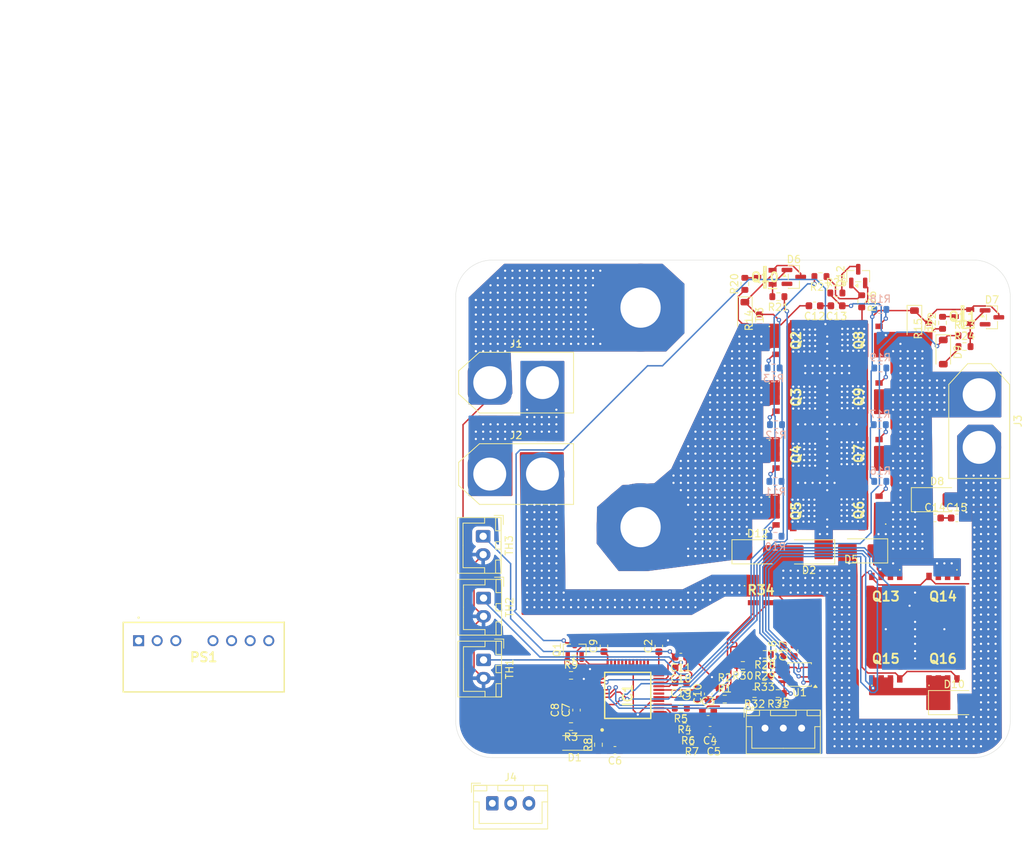
<source format=kicad_pcb>
(kicad_pcb (version 20241229) (generator "pcbnew") (generator_version "9.0")
  (layers (0 "F.Cu" signal) (2 "B.Cu" signal) (13 "F.Paste" user) (15 "B.Paste" user) (5 "F.SilkS" user "F.Silkscreen") (7 "B.SilkS" user "B.Silkscreen") (1 "F.Mask" user) (3 "B.Mask" user) (25 "Edge.Cuts" user))
  (net 0 "")
  (net 2 "/BREG")
  (net 3 "BQ_RST_SHUT")
  (net 8 "/TS3")
  (net 10 "CHG_Logic_Out")
  (net 12 "/REGIN")
  (net 13 "/VC1_F")
  (net 14 "BQ_CHG")
  (net 15 "PACK_SW")
  (net 16 "GND")
  (net 17 "BQ_DSG")
  (net 18 "BQ_REG2")
  (net 19 "BQ_ALERT")
  (net 20 "Net-(IC1-SRP)")
  (net 22 "/VC0_F")
  (net 23 "Net-(IC1-REG18)")
  (net 24 "BQ_REG1")
  (net 25 "/VC3_F")
  (net 26 "BQ_PDSG")
  (net 27 "/TS1")
  (net 28 "BQ_SCL")
  (net 30 "Net-(IC1-CP1)")
  (net 31 "BQ_PCGH")
  (net 32 "BQ_SDA")
  (net 33 "/VC10_F")
  (net 34 "Net-(IC1-BAT)")
  (net 35 "GNDPWR")
  (net 36 "Net-(D12-K)")
  (net 37 "BQ_LD")
  (net 38 "DSG_Logic_Out")
  (net 39 "/VC2_F")
  (net 40 "Net-(IC1-SRN)")
  (net 41 "/TS2")
  (net 42 "BQ_PACK")
  (net 43 "Net-(Q2-G)")
  (net 44 "Net-(Q12-G)")
  (net 45 "Net-(Q12-D)")
  (net 46 "Net-(Q3-G)")
  (net 47 "Net-(Q4-G)")
  (net 48 "Net-(Q5-G)")
  (net 49 "Net-(Q6-G)")
  (net 50 "Net-(D4-A)")
  (net 51 "Net-(Q7-G)")
  (net 52 "Net-(Q8-G)")
  (net 53 "Net-(Q9-G)")
  (net 54 "Net-(D6-A)")
  (net 55 "Net-(D3-K)")
  (net 56 "Net-(Q10-C)")
  (net 57 "Net-(D4-K)")
  (net 58 "Net-(Q11-C)")
  (net 59 "Net-(D7-A)")
  (net 60 "Net-(Q13-D)")
  (net 61 "Net-(Q13-G)")
  (net 62 "Net-(D10-K)")
  (net 65 "/VC1")
  (net 66 "/VC0")
  (net 67 "/VC2")
  (net 68 "/VC3")
  (net 69 "/VC10")
  (net 70 "Net-(D9-A)")
  (net 71 "Net-(R31-Pad2)")
  (net 72 "Net-(U1-Vss)")
  (net 73 "/GND-")
  (net 74 "Net-(C14-Pad2)")
  (net 75 "Net-(D1-K)")
  (net 76 "BAT+")
  (net 77 "Net-(C12-Pad1)")
  (net 78 "Net-(C16-Pad2)")
  (net 79 "/BAT-")
  (net 80 "Net-(R29-Pad2)")
  (net 81 "Net-(J1-Pin_2)")
  (net 82 "/GND+")
  (footprint "Samacsys:NVMFS5C430NAFT1GYE_KICAD_FOOTPRINT" (layer "F.Cu") (at 121 89.745)
    (property "Reference" "Q15")
    (property "Value" "NVMFS5C430NAFT1G-YE" (hide yes))
  )
  (footprint "Diode_SMD:D_SMA" (layer "F.Cu") (at 117.75 75 180)
    (property "Reference" "D5")
    (property "Value" "5.0SMDJ20A")
  )
  (footprint "Resistor_SMD:R_0603_1608Metric" (layer "F.Cu") (at 101.4745 90.6495 180)
    (property "Reference" "R30")
    (property "Value" "5.1K")
  )
  (footprint "Capacitor_SMD:C_0603_1608Metric" (layer "F.Cu") (at 90.00075 88.01125 90)
    (property "Reference" "C2")
    (property "Value" "10uF")
  )
  (footprint "Resistor_SMD:R_0603_1608Metric" (layer "F.Cu") (at 99.00075 93.76125)
    (property "Reference" "R2")
    (property "Value" "100")
  )
  (footprint "Capacitor_SMD:C_0603_1608Metric" (layer "F.Cu") (at 78.75075 96.76125 90)
    (property "Reference" "C7")
    (property "Value" "100pF")
  )
  (footprint "Connector_AMASS:AMASS_XT60-M_1x02_P7.20mm_Vertical" (layer "F.Cu") (at 66.9 64.5)
    (property "Reference" "J2")
    (property "Value" "Conn_01x02")
  )
  (footprint "Samacsys:NVMFS5C430NAFT1GYE_KICAD_FOOTPRINT" (layer "F.Cu") (at 108.755 69.54 -90)
    (property "Reference" "Q5")
    (property "Value" "NVMFS5C430NAFT1G-YE" (hide yes))
  )
  (footprint "Samacsys:QFP50P900X900X120-48N" (layer "F.Cu") (at 85.75075 94.74925 90)
    (property "Reference" "IC1")
    (property "Value" "BQ7694202PFBR" (hide yes))
  )
  (footprint "Capacitor_SMD:C_0603_1608Metric" (layer "F.Cu") (at 106.9745 88.6495 90)
    (property "Reference" "C16")
    (property "Value" "0.1u")
  )
  (footprint "Capacitor_SMD:C_0603_1608Metric" (layer "F.Cu") (at 77.25075 96.76125 90)
    (property "Reference" "C8")
    (property "Value" "1uF")
  )
  (footprint "Package_TO_SOT_SMD:SOT-23" (layer "F.Cu") (at 78.50075 88.51125 90)
    (property "Reference" "Q1")
    (property "Value" "SS8050")
  )
  (footprint "Connector_JST:JST_XH_B2B-XH-A_1x02_P2.50mm_Vertical" (layer "F.Cu") (at 66 73 -90)
    (property "Reference" "TH3")
    (property "Value" "Thermistor")
  )
  (footprint "Package_TO_SOT_SMD:SOT-23" (layer "F.Cu") (at 135.5 43.075)
    (property "Reference" "D7")
    (property "Value" "BAS16")
  )
  (footprint "MIDI_fuse:MIDI_FUSE_M5" (layer "F.Cu") (at 87.5 41.75 -90)
    (property "Reference" "F1")
    (property "Value" "Fuse")
  )
  (footprint "Capacitor_SMD:C_0603_1608Metric" (layer "F.Cu") (at 96.741175 94.553275 90)
    (property "Reference" "C10")
    (property "Value" "0.1uF")
  )
  (footprint "Diode_SMD:D_SOD-123" (layer "F.Cu") (at 78.5 101.25 180)
    (property "Reference" "D1")
    (property "Value" "BAT46W-7-F")
  )
  (footprint "Resistor_SMD:R_0603_1608Metric" (layer "F.Cu") (at 104.4745 89.1495 180)
    (property "Reference" "R28")
    (property "Value" "100K")
  )
  (footprint "Connector_JST:JST_XH_B3B-XH-A_1x03_P2.50mm_Vertical" (layer "F.Cu") (at 67.25 109.5)
    (property "Reference" "J4")
    (property "Value" "Conn_01x03_Pin")
  )
  (footprint "Samacsys:NVMFS5C430NAFT1GYE_KICAD_FOOTPRINT" (layer "F.Cu") (at 117.331503 53.952024 90)
    (property "Reference" "Q9")
    (property "Value" "NVMFS5C430NAFT1G-YE" (hide yes))
  )
  (footprint "Resistor_SMD:R_0603_1608Metric" (layer "F.Cu") (at 78.00075 92.01125)
    (property "Reference" "R9")
    (property "Value" "10K")
  )
  (footprint "Resistor_SMD:R_0603_1608Metric" (layer "F.Cu") (at 78.00075 99.01125 180)
    (property "Reference" "R3")
    (property "Value" "100")
  )
  (footprint "Connector_JST:JST_XH_B3B-XH-A_1x03_P2.50mm_Vertical" (layer "F.Cu") (at 104.5 99.225)
    (property "Reference" "J5")
    (property "Value" "Conn_01x03_Pin")
  )
  (footprint "Connector_JST:JST_XH_B2B-XH-A_1x02_P2.50mm_Vertical" (layer "F.Cu") (at 66.053949 89.899376 -90)
    (property "Reference" "TH1")
    (property "Value" "Thermistor")
  )
  (footprint "Capacitor_SMD:C_0603_1608Metric" (layer "F.Cu") (at 130.7 70.5)
    (property "Reference" "C15")
    (property "Value" "0.1u")
  )
  (footprint "Diode_SMD:D_SOD-123" (layer "F.Cu") (at 101.75 42.65 -90)
    (property "Reference" "D3")
    (property "Value" "BZT52C13-7-F")
  )
  (footprint "Capacitor_SMD:C_0603_1608Metric" (layer "F.Cu") (at 93.00075 89.51125 180)
    (property "Reference" "C11")
    (property "Value" "470pF")
  )
  (footprint "Diode_SMD:D_SOD-123" (layer "F.Cu") (at 128.85 47.825 -90)
    (property "Reference" "D9")
    (property "Value" "BAT46W-7-F")
  )
  (footprint "Samacsys:WRB1203S3WR2" (layer "F.Cu") (at 18.935 87.275)
    (property "Reference" "PS1")
    (property "Value" "WRB1203S-3WR2" (hide yes))
  )
  (footprint "Resistor_SMD:R_0603_1608Metric" (layer "F.Cu") (at 128.75 43.825 90)
    (property "Reference" "R22")
    (property "Value" "100")
  )
  (footprint "Diode_SMD:D_SMA" (layer "F.Cu") (at 130.345 95.735)
    (property "Reference" "D10")
    (property "Value" "5.0SMDJ20A")
  )
  (footprint "Capacitor_SMD:C_0603_1608Metric" (layer "F.Cu") (at 82.50075 87.99925 90)
    (property "Reference" "C9")
    (property "Value" "C")
  )
  (footprint "Samacsys:NVMFS5C430NAFT1GYE_KICAD_FOOTPRINT" (layer "F.Cu") (at 117.331503 69.429768 90)
    (property "Reference" "Q6")
    (property "Value" "NVMFS5C430NAFT1G-YE" (hide yes))
  )
  (footprint "Resistor_SMD:R_0603_1608Metric" (layer "F.Cu") (at 114.25 39.75)
    (property "Reference" "R25")
    (property "Value" "100")
  )
  (footprint "Capacitor_SMD:C_0603_1608Metric" (layer "F.Cu") (at 111.275 41.5 180)
    (property "Reference" "C12")
    (property "Value" "0.1u")
  )
  (footprint "Samacsys:SOT96P240X110-3N" (layer "F.Cu") (at 131.4825 42.975 180)
    (property "Reference" "Q11")
    (property "Value" "MMBT5401-7-F" (hide yes))
  )
  (footprint "Samacsys:SOT96P240X110-3N" (layer "F.Cu") (at 104.4825 37.6 180)
    (property "Reference" "Q10")
    (property "Value" "MMBT5401-7-F" (hide yes))
  )
  (footprint "Samacsys:NVMFS5C430NAFT1GYE_KICAD_FOOTPRINT" (layer "F.Cu") (at 108.755 61.77 -90)
    (property "Reference" "Q4")
    (property "Value" "NVMFS5C430NAFT1G-YE" (hide yes))
  )
  (footprint "Samacsys:NVMFS5C430NAFT1GYE_KICAD_FOOTPRINT" (layer "F.Cu") (at 121 81.234 180)
    (property "Reference" "Q13")
    (property "Value" "NVMFS5C430NAFT1G-YE" (hide yes))
  )
  (footprint "Capacitor_SMD:C_0603_1608Metric" (layer "F.Cu") (at 97.50075 100.99925 180)
    (property "Reference" "C5")
    (property "Value" "C")
  )
  (footprint "Package_SO:MSOP-8_3x3mm_P0.65mm" (layer "F.Cu") (at 109.2245 91.8995 180)
    (property "Reference" "U1")
    (property "Value" "LTC4359-MS8")
  )
  (footprint "Resistor_SMD:R_0603_1608Metric" (layer "F.Cu") (at 126.858111 44.631942 90)
    (property "Reference" "R15")
    (property "Value" "10M")
  )
  (footprint "Connector_JST:JST_XH_B2B-XH-A_1x02_P2.50mm_Vertical" (layer "F.Cu") (at 66.051 81.449 -90)
    (property "Reference" "TH2")
    (property "Value" "Thermistor")
  )
  (footprint "Resistor_SMD:R_0603_1608Metric" (layer "F.Cu") (at 94.00075 99.49925 180)
    (property "Reference" "R6")
    (property "Value" "20")
  )
  (footprint "Samacsys:NVMFS5C430NAFT1GYE_KICAD_FOOTPRINT" (layer "F.Cu") (at 117.334574 46.213152 90)
    (property "Reference" "Q8")
    (property "Value" "NVMFS5C430NAFT1G-YE" (hide yes))
  )
  (footprint "Samacsys:NVMFS5C430NAFT1GYE_KICAD_FOOTPRINT" (layer "F.Cu") (at 108.755 46.23 -90)
    (property "Reference" "Q2")
    (property "Value" "NVMFS5C430NAFT1G-YE" (hide yes))
  )
  (footprint "Samacsys:NVMFS5C430NAFT1GYE_KICAD_FOOTPRINT" (layer "F.Cu") (at 117.331503 61.690896 90)
    (property "Reference" "Q7")
    (property "Value" "NVMFS5C430NAFT1G-YE" (hide yes))
  )
  (footprint "Resistor_SMD:R_0603_1608Metric" (layer "F.Cu") (at 106.325 40.25 180)
    (property "Reference" "R21")
    (property "Value" "200")
  )
  (footprint "Connector_AMASS:AMASS_XT60-M_1x02_P7.20mm_Vertical" (layer "F.Cu") (at 66.9 52)
    (property "Reference" "J1")
    (property "Value" "Conn_01x02")
  )
  (footprint "Diode_SMD:D_SMA" (layer "F.Cu") (at 103.494701 75.125733)
    (property "Reference" "D12")
    (property "Value" "5.0SMDJ20A")
  )
  (footprint "Resistor_SMD:R_0603_1608Metric" (layer "F.Cu") (at 117.709608 40.889139 -90)
    (property "Reference" "R26")
    (property "Value" "10M")
  )
  (footprint "Package_TO_SOT_SMD:SOT-23" (layer "F.Cu") (at 108.4375 37.55)
    (property "Reference" "D6")
    (property "Value" "BAS16")
  )
  (footprint "Resistor_SMD:R_0603_1608Metric" (layer "F.Cu") (at 81.75075 101.49925 90)
    (property "Reference" "R8")
    (property "Value" "20")
  )
  (footprint "Capacitor_SMD:C_0603_1608Metric" (layer "F.Cu") (at 95.25075 94.53625 90)
    (property "Reference" "C1")
    (property "Value" "100pF")
  )
  (footprint "Diode_SMD:D_SMA" (layer "F.Cu") (at 110.515 75.135 180)
    (property "Reference" "D2")
    (property "Value" "5.0SMDJ20A")
  )
  (footprint "Samacsys:WSK1216L2000FEA" (layer "F.Cu") (at 103.955413 80.356099)
    (property "Reference" "R34")
    (property "Value" "R_Shunt" (hide yes))
  )
  (footprint "Capacitor_SMD:C_0603_1608Metric" (layer "F.Cu") (at 97.00075 99.49925 180)
    (property "Reference" "C4")
    (property "Value" "C")
  )
  (footprint "Capacitor_SMD:C_0603_1608Metric" (layer "F.Cu") (at 84.00075 102.24925 180)
    (property "Reference" "C6")
    (property "Value" "C")
  )
  (footprint "Resistor_SMD:R_0603_1608Metric" (layer "F.Cu") (at 99.00075 95.26125)
    (property "Reference" "R1")
    (property "Value" "100")
  )
  (footprint "Resistor_SMD:R_0603_1608Metric" (layer "F.Cu") (at 93.50075 97.99925 180)
    (property "Reference" "R4")
    (property "Value" "20")
  )
  (footprint "Capacitor_SMD:C_0603_1608Metric" (layer "F.Cu") (at 114.275 41.5 180)
    (property "Reference" "C13")
    (property "Value" "0.1u")
  )
  (footprint "Samacsys:NVMFS5C430NAFT1GYE_KICAD_FOOTPRINT" (layer "F.Cu") (at 128.81 81.234 180)
    (property "Reference" "Q14")
    (property "Value" "NVMFS5C430NAFT1G-YE" (hide yes))
  )
  (footprint "Resistor_SMD:R_0603_1608Metric" (layer "F.Cu") (at 104.4745 90.6495 180)
    (property "Reference" "R29")
    (property "Value" "5.1K")
  )
  (footprint "Resistor_SMD:R_0603_1608Metric" (layer "F.Cu") (at 131.75 45.575)
    (property "Reference" "R23")
    (property "Value" "200")
  )
  (footprint "Capacitor_SMD:C_0603_1608Metric" (layer "F.Cu") (at 93.00075 93.01125 180)
    (property "Reference" "C19")
    (property "Value" "470pF")
  )
  (footprint "Capacitor_SMD:C_0603_1608Metric" (layer "F.Cu") (at 96.72575 96.99925)
    (property "Reference" "C3")
    (property "Value" "C")
  )
  (footprint "Resistor_SMD:R_0603_1608Metric" (layer "F.Cu") (at 104.3995 92.1745 180)
    (property "Reference" "R33")
    (property "Value" "1K")
  )
  (footprint "Connector_AMASS:AMASS_XT60-F_1x02_P7.20mm_Vertical" (layer "F.Cu") (at 133.75 53.65 -90)
    (property "Reference" "J3")
    (property "Value" "Conn_01x02")
  )
  (footprint "Resistor_SMD:R_0603_1608Metric" (layer "F.Cu") (at 101.75 38.5 90)
    (property "Reference" "R20")
    (property "Value" "100")
  )
  (footprint "Resistor_SMD:R_0603_1608Metric" (layer "F.Cu") (at 94.50075 100.99925 180)
    (property "Reference" "R7")
    (property "Value" "20")
  )
  (footprint "Capacitor_SMD:C_0603_1608Metric" (layer "F.Cu") (at 108.4745 88.6495 90)
    (property "Reference" "C17")
    (property "Value" "0.1u")
  )
  (footprint "Resistor_SMD:R_0603_1608Metric" (layer "F.Cu") (at 103.075 94.5 180)
    (property "Reference" "R32")
    (property "Value" "5.1K")
  )
  (footprint "Resistor_SMD:R_0603_1608Metric" (layer "F.Cu") (at 106.25 94.5 180)
    (property "Reference" "R31")
    (property "Value" "5.1K")
  )
  (footprint "Diode_SMD:D_SMA" (layer "F.Cu") (at 128 68)
    (property "Reference" "D8")
    (property "Value" "5.0SMDJ20A")
  )
  (footprint "Diode_SMD:D_SOD-123" (layer "F.Cu") (at 124.911309 43.805592 -90)
    (property "Reference" "D4")
    (property "Value" "BZT52C13-7-F")
  )
  (footprint "Capacitor_SMD:C_0603_1608Metric" (layer "F.Cu") (at 127.725 70.5)
    (property "Reference" "C14")
    (property "Value" "0.1u")
  )
  (footprint "Package_TO_SOT_SMD:SOT-23" (layer "F.Cu") (at 117.232049 37.44569 90)
    (property "Reference" "Q12")
    (property "Value" "Si2319DDS" (hide yes))
  )
  (footprint "Resistor_SMD:R_0603_1608Metric" (layer "F.Cu") (at 103.75 43.5 90)
    (property "Reference" "R14")
    (property "Value" "10M")
  )
  (footprint "Samacsys:NVMFS5C430NAFT1GYE_KICAD_FOOTPRINT" (layer "F.Cu") (at 128.81 89.744)
    (property "Reference" "Q16")
    (property "Value" "NVMFS5C430NAFT1G-YE" (hide yes))
  )
  (footprint "Resistor_SMD:R_0603_1608Metric" (layer "F.Cu") (at 93.00075 96.49925 180)
    (property "Reference" "R5")
    (property "Value" "20")
  )
  (footprint "Capacitor_SMD:C_0603_1608Metric" (layer "F.Cu") (at 93.00075 91.01125 180)
    (property "Reference" "C18")
    (property "Value" "470pF")
  )
  (footprint "Samacsys:NVMFS5C430NAFT1GYE_KICAD_FOOTPRINT" (layer "F.Cu") (at 108.755 54 -90)
    (property "Reference" "Q3")
    (property "Value" "NVMFS5C430NAFT1G-YE" (hide yes))
  )
  (footprint "Resistor_SMD:R_0603_1608Metric" (layer "F.Cu") (at 112.075 37.5 180)
    (property "Reference" "R27")
    (property "Value" "10K")
  )
  (footprint "Resistor_SMD:R_0603_1608Metric" (layer "F.Cu") (at 131.75 47.075)
    (property "Reference" "R24")
    (property "Value" "51")
  )
  (footprint "Resistor_SMD:R_0603_1608Metric" (layer "B.Cu") (at 120.25 65.5 180)
    (property "Reference" "R16")
    (property "Value" "51")
  )
  (footprint "Resistor_SMD:R_0603_1608Metric" (layer "B.Cu") (at 120.25 42 180)
    (property "Reference" "R18")
    (property "Value" "51")
  )
  (footprint "Resistor_SMD:R_0603_1608Metric" (layer "B.Cu") (at 120.175 57.75 180)
    (property "Reference" "R17")
    (property "Value" "51")
  )
  (footprint "Resistor_SMD:R_0603_1608Metric" (layer "B.Cu") (at 105.675 50)
    (property "Reference" "R13")
    (property "Value" "51")
  )
  (footprint "Resistor_SMD:R_0603_1608Metric" (layer "B.Cu") (at 105.925 65.5)
    (property "Reference" "R11")
    (property "Value" "51")
  )
  (footprint "Resistor_SMD:R_0603_1608Metric" (layer "B.Cu") (at 120.25 50 180)
    (property "Reference" "R19")
    (property "Value" "51")
  )
  (footprint "Resistor_SMD:R_0603_1608Metric" (layer "B.Cu") (at 105.925 73)
    (property "Reference" "R10")
    (property "Value" "51")
  )
  (footprint "Resistor_SMD:R_0603_1608Metric" (layer "B.Cu") (at 106 57.75)
    (property "Reference" "R12")
    (property "Value" "51")
  )
  (gr_line (start 62.25 98.25) (end 62.25 40.25) (stroke (width 0.05)) (layer "Edge.Cuts"))
  (gr_line (start 138 40.25) (end 138 98.25) (stroke (width 0.05)) (layer "Edge.Cuts"))
  (gr_arc (start 62.25 40.25) (mid 63.714466 36.714466) (end 67.25 35.25) (stroke (width 0.05)) (layer "Edge.Cuts"))
  (gr_line (start 67.25 35.25) (end 133 35.25) (stroke (width 0.05)) (layer "Edge.Cuts"))
  (gr_arc (start 67.25 103.25) (mid 63.714466 101.785534) (end 62.25 98.25) (stroke (width 0.05)) (layer "Edge.Cuts"))
  (gr_arc (start 138 98.25) (mid 136.535534 101.785534) (end 133 103.25) (stroke (width 0.05)) (layer "Edge.Cuts"))
  (gr_line (start 133 103.25) (end 67.25 103.25) (stroke (width 0.05)) (layer "Edge.Cuts"))
  (gr_arc (start 133 35.25) (mid 136.535534 36.714466) (end 138 40.25) (stroke (width 0.05)) (layer "Edge.Cuts"))
  (segment (start 77.55075 89.44875) (end 77.55075 90.05075) (width 0.2) (layer "F.Cu") (net 2))
  (segment (start 79.253564 91.25) (end 79.7395 91.25) (width 0.2) (layer "F.Cu") (net 2))
  (segment (start 78.73525 91.23525) (end 79.238814 91.23525) (width 0.2) (layer "F.Cu") (net 2))
  (segment (start 77.55075 90.05075) (end 78.73525 91.23525) (width 0.2) (layer "F.Cu") (net 2))
  (segment (start 79.238814 91.23525) (end 79.253564 91.25) (width 0.2) (layer "F.Cu") (net 2))
  (segment (start 79.7395 91.25) (end 80.48875 91.99925) (width 0.2) (layer "F.Cu") (net 2))
  (segment (start 80.48875 91.99925) (end 81.51275 91.99925) (width 0.2) (layer "F.Cu") (net 2))
  (segment (start 77.17575 92.01125) (end 77.17575 89.82375) (width 0.2) (layer "F.Cu") (net 2))
  (segment (start 77.17575 89.82375) (end 77.55075 89.44875) (width 0.2) (layer "F.Cu") (net 2))
  (segment (start 92.22575 89.53625) (end 91.25075 90.51125) (width 0.2) (layer "F.Cu") (net 8))
  (segment (start 91.5 88.75) (end 92.22575 89.47575) (width 0.2) (layer "F.Cu") (net 8))
  (segment (start 90.94565 92.49925) (end 89.98875 92.49925) (width 0.2) (layer "F.Cu") (net 8))
  (segment (start 91.25075 92.19415) (end 90.94565 92.49925) (width 0.2) (layer "F.Cu") (net 8))
  (segment (start 92.22575 89.47575) (end 92.22575 89.53625) (width 0.2) (layer "F.Cu") (net 8))
  (segment (start 91.25075 90.51125) (end 91.25075 92.19415) (width 0.2) (layer "F.Cu") (net 8))
  (via (at 91.5 88.75) (size 0.6) (drill 0.3) (layers "F.Cu" "B.Cu") (net 8))
  (segment (start 91.5 88.75) (end 74.25 88.75) (width 0.2) (layer "B.Cu") (net 8))
  (segment (start 74.25 88.75) (end 69.75 84.25) (width 0.2) (layer "B.Cu") (net 8))
  (segment (start 66.25 73) (end 66 73) (width 0.2) (layer "B.Cu") (net 8))
  (segment (start 69.75 84.25) (end 69.75 76.75) (width 0.2) (layer "B.Cu") (net 8))
  (segment (start 69.75 76.75) (end 66 73) (width 0.2) (layer "B.Cu") (net 8))
  (segment (start 83.00075 90.51125) (end 83.00075 89.27425) (width 0.2) (layer "F.Cu") (net 12))
  (segment (start 80.51325 90.51125) (end 79.45075 89.44875) (width 0.2) (layer "F.Cu") (net 12))
  (segment (start 83.00075 89.27425) (end 82.50075 88.77425) (width 0.2) (layer "F.Cu") (net 12))
  (segment (start 83.00075 90.51125) (end 80.51325 90.51125) (width 0.2) (layer "F.Cu") (net 12))
  (segment (start 91.47475 96.987314) (end 91.762686 97.27525) (width 0.2) (layer "F.Cu") (net 13))
  (segment (start 89.98875 96.49925) (end 91.00075 96.49925) (width 0.2) (layer "F.Cu") (net 13))
  (segment (start 91.00075 96.49925) (end 91.47475 96.97325) (width 0.2) (layer "F.Cu") (net 13))
  (segment (start 91.762686 97.27525) (end 91.95175 97.27525) (width 0.2) (layer "F.Cu") (net 13))
  (segment (start 91.95175 97.27525) (end 92.67575 97.99925) (width 0.2) (layer "F.Cu") (net 13))
  (segment (start 91.47475 96.97325) (end 91.47475 96.987314) (width 0.2) (layer "F.Cu") (net 13))
  (segment (start 81.51275 95.99925) (end 84.06299 95.99925) (width 0.2) (layer "F.Cu") (net 14))
  (segment (start 107.15 41.9) (end 107.494267 42.244269) (width 0.2) (layer "F.Cu") (net 14))
  (segment (start 107.15 40.25) (end 107.15 41.9) (width 0.2) (layer "F.Cu") (net 14))
  (segment (start 84.06299 95.99925) (end 84.80626 95.25598) (width 0.2) (layer "F.Cu") (net 14))
  (via (at 84.80626 95.25598) (size 0.6) (drill 0.3) (layers "F.Cu" "B.Cu") (net 14))
  (via (at 107.494267 42.244269) (size 0.6) (drill 0.3) (layers "F.Cu" "B.Cu") (net 14))
  (segment (start 84.80626 95.145807) (end 85.358032 94.594035) (width 0.2) (layer "B.Cu") (net 14))
  (segment (start 107.526 42.276) (end 107.494267 42.244269) (width 0.2) (layer "B.Cu") (net 14))
  (segment (start 85.655965 94.594035) (end 86.2 94.05) (width 0.2) (layer "B.Cu") (net 14))
  (segment (start 94.13496 93.15) (end 102.999 84.28596) (width 0.2) (layer "B.Cu") (net 14))
  (segment (start 86.684619 94.05) (end 87.584619 93.15) (width 0.2) (layer "B.Cu") (net 14))
  (segment (start 107.163064 73.776) (end 107.526 73.413064) (width 0.2) (layer "B.Cu") (net 14))
  (segment (start 102.999 84.28596) (end 102.999 76.671159) (width 0.2) (layer "B.Cu") (net 14))
  (segment (start 102.999 76.671159) (end 105.894159 73.776) (width 0.2) (layer "B.Cu") (net 14))
  (segment (start 87.584619 93.15) (end 94.13496 93.15) (width 0.2) (layer "B.Cu") (net 14))
  (segment (start 107.526 73.413064) (end 107.526 42.276) (width 0.2) (layer "B.Cu") (net 14))
  (segment (start 84.80626 95.25598) (end 84.80626 95.145807) (width 0.2) (layer "B.Cu") (net 14))
  (segment (start 86.2 94.05) (end 86.684619 94.05) (width 0.2) (layer "B.Cu") (net 14))
  (segment (start 105.894159 73.776) (end 107.163064 73.776) (width 0.2) (layer "B.Cu") (net 14))
  (segment (start 85.358032 94.594035) (end 85.655965 94.594035) (width 0.2) (layer "B.Cu") (net 14))
  (segment (start 117.709608 41.714139) (end 117.75 41.754531) (width 0.2) (layer "F.Cu") (net 15))
  (segment (start 117.75 41.754531) (end 117.75 43.675726) (width 0.2) (layer "F.Cu") (net 15))
  (segment (start 118.182049 38.38319) (end 118.182049 38.682049) (width 0.2) (layer "F.Cu") (net 15))
  (segment (start 117.75 43.675726) (end 117.739574 43.686152) (width 0.2) (layer "F.Cu") (net 15))
  (segment (start 77.32375 87.57375) (end 77 87.25) (width 0.2) (layer "F.Cu") (net 15))
  (segment (start 78.50075 87.57375) (end 77.32375 87.57375) (width 0.2) (layer "F.Cu") (net 15))
  (segment (start 118.526 39.026) (end 118.526 40.799) (width 0.2) (layer "F.Cu") (net 15))
  (segment (start 118.182049 38.682049) (end 118.526 39.026) (width 0.2) (layer "F.Cu") (net 15))
  (segment (start 118.526 40.799) (end 117.709608 41.615392) (width 0.2) (layer "F.Cu") (net 15))
  (segment (start 117.709608 41.615392) (end 117.709608 41.714139) (width 0.2) (layer "F.Cu") (net 15))
  (via (at 109 68) (size 0.6) (drill 0.3) (layers "F.Cu" "B.Cu") (net 15))
  (via (at 113 50.703137) (size 0.6) (drill 0.3) (layers "F.Cu" "B.Cu") (net 15))
  (via (at 111.35 52.55) (size 0.6) (drill 0.3) (layers "F.Cu" "B.Cu") (net 15))
  (via (at 116.45 69.45) (size 0.6) (drill 0.3) (layers "F.Cu" "B.Cu") (net 15))
  (via (at 111.35 54.8) (size 0.6) (drill 0.3) (layers "F.Cu" "B.Cu") (net 15))
  (via (at 115.05 45.4) (size 0.6) (drill 0.3) (layers "F.Cu" "B.Cu") (net 15))
  (via (at 117.3 45.4) (size 0.6) (drill 0.3) (layers "F.Cu" "B.Cu") (net 15))
  (via (at 117.2 60.9) (size 0.6) (drill 0.3) (layers "F.Cu" "B.Cu") (net 15))
  (via (at 109 65.703137) (size 0.6) (drill 0.3) (layers "F.Cu" "B.Cu") (net 15))
  (via (at 115.7 70.95) (size 0.6) (drill 0.3) (layers "F.Cu" "B.Cu") (net 15))
  (via (at 110.6 63.35) (size 0.6) (drill 0.3) (layers "F.Cu" "B.Cu") (net 15))
  (via (at 113 58.703137) (size 0.6) (drill 0.3) (layers "F.Cu" "B.Cu") (net 15))
  (via (at 111.35 61.85) (size 0.6) (drill 0.3) (layers "F.Cu" "B.Cu") (net 15))
  (via (at 116 49.703137) (size 0.6) (drill 0.3) (layers "F.Cu" "B.Cu") (net 15))
  (via (at 115.7 60.15) (size 0.6) (drill 0.3) (layers "F.Cu" "B.Cu") (net 15))
  (via (at 117.2 69.45) (size 0.6) (drill 0.3) (layers "F.Cu" "B.Cu") (net 15))
  (via (at 111.25 71) (size 0.6) (drill 0.3) (layers "F.Cu" "B.Cu") (net 15))
  (via (at 115.8 46.15) (size 0.6) (drill 0.3) (layers "F.Cu" "B.Cu") (net 15))
  (via (at 110 49.703137) (size 0.6) (drill 0.3) (layers "F.Cu" "B.Cu") (net 15))
  (via (at 109.85 60.35) (size 0.6) (drill 0.3) (layers "F.Cu" "B.Cu") (net 15))
  (via (at 113 52.703137) (size 0.6) (drill 0.3) (layers "F.Cu" "B.Cu") (net 15))
  (via (at 109 68.75) (size 0.6) (drill 0.3) (layers "F.Cu" "B.Cu") (net 15))
  (via (at 110.5 69.5) (size 0.6) (drill 0.3) (layers "F.Cu" "B.Cu") (net 15))
  (via (at 108.35 46.25) (size 0.6) (drill 0.3) (layers "F.Cu" "B.Cu") (net 15))
  (via (at 114.95 68.7) (size 0.6) (drill 0.3) (layers "F.Cu" "B.Cu") (net 15))
  (via (at 109.85 61.1) (size 0.6) (drill 0.3) (layers "F.Cu" "B.Cu") (net 15))
  (via (at 108.35 47) (size 0.6) (drill 0.3) (layers "F.Cu" "B.Cu") (net 15))
  (via (at 114.95 60.9) (size 0.6) (drill 0.3) (layers "F.Cu" "B.Cu") (net 15))
  (via (at 110.6 61.1) (size 0.6) (drill 0.3) (layers "F.Cu" "B.Cu") (net 15))
  (via (at 113 48.703137) (size 0.6) (drill 0.3) (layers "F.Cu" "B.Cu") (net 15))
  (via (at 113 59.703137) (size 0.6) (drill 0.3) (layers "F.Cu" "B.Cu") (net 15))
  (via (at 109.75 68.75) (size 0.6) (drill 0.3) (layers "F.Cu" "B.Cu") (net 15))
  (via (at 110.5 70.25) (size 0.6) (drill 0.3) (layers "F.Cu" "B.Cu") (net 15))
  (via (at 117.25 52.5) (size 0.6) (drill 0.3) (layers "F.Cu" "B.Cu") (net 15))
  (via (at 110.6 53.3) (size 0.6) (drill 0.3) (layers "F.Cu" "B.Cu") (net 15))
  (via (at 112.75 44) (size 0.6) (drill 0.3) (layers "F.Cu" "B.Cu") (net 15))
  (via (at 115.7 62.4) (size 0.6) (drill 0.3) (layers "F.Cu" "B.Cu") (net 15))
  (via (at 117.2 61.65) (size 0.6) (drill 0.3) (layers "F.Cu" "B.Cu") (net 15))
  (via (at 108.35 60.35) (size 0.6) (drill 0.3) (layers "F.Cu" "B.Cu") (net 15))
  (via (at 117.25 53.25) (size 0.6) (drill 0.3) (layers "F.Cu" "B.Cu") (net 15))
  (via (at 109.85 46.25) (size 0.6) (drill 0.3) (layers "F.Cu" "B.Cu") (net 15))
  (via (at 114.95 70.2) (size 0.6) (drill 0.3) (layers "F.Cu" "B.Cu") (net 15))
  (via (at 114 49.703137) (size 0.6) (drill 0.3) (layers "F.Cu" "B.Cu") (net 15))
  (via (at 109.1 45.5) (size 0.6) (drill 0.3) (layers "F.Cu" "B.Cu") (net 15))
  (via (at 108.25 68.75) (size 0.6) (drill 0.3) (layers "F.Cu" "B.Cu") (net 15))
  (via (at 114.95 70.95) (size 0.6) (drill 0.3) (layers "F.Cu" "B.Cu") (net 15))
  (via (at 116.45 61.65) (size 0.6) (drill 0.3) (layers "F.Cu" "B.Cu") (net 15))
  (via (at 108.35 55.55) (size 0.6) (drill 0.3) (layers "F.Cu" "B.Cu") (net 15))
  (via (at 117.2 60.15) (size 0.6) (drill 0.3) (layers "F.Cu" "B.Cu") (net 15))
  (via (at 109 71) (size 0.6) (drill 0.3) (layers "F.Cu" "B.Cu") (net 15))
  (via (at 113 63.703137) (size 0.6) (drill 0.3) (layers "F.Cu" "B.Cu") (net 15))
  (via (at 109.85 47) (size 0.6) (drill 0.3) (layers "F.Cu" "B.Cu") (net 15))
  (via (at 114.95 63.15) (size 0.6) (drill 0.3) (layers "F.Cu" "B.Cu") (net 15))
  (via (at 113 65.703137) (size 0.6) (drill 0.3) (layers "F.Cu" "B.Cu") (net 15))
  (via (at 116.5 53.25) (size 0.6) (drill 0.3) (layers "F.Cu" "B.Cu") (net 15))
  (via (at 118.05 45.4) (size 0.6) (drill 0.3) (layers "F.Cu" "B.Cu") (net 15))
  (via (at 114.95 67.95) (size 0.6) (drill 0.3) (layers "F.Cu" "B.Cu") (net 15))
  (via (at 114 57.703137) (size 0.6) (drill 0.3) (layers "F.Cu" "B.Cu") (net 15))
  (via (at 115.05 46.15) (size 0.6) (drill 0.3) (layers "F.Cu" "B.Cu") (net 15))
  (via (at 109.1 61.1) (size 0.6) (drill 0.3) (layers "F.Cu" "B.Cu") (net 15))
  (via (at 115 53.25) (size 0.6) (drill 0.3) (layers "F.Cu" "B.Cu") (net 15))
  (via (at 115.05 47.65) (size 0.6) (drill 0.3) (layers "F.Cu" "B.Cu") (net 15))
  (via (at 118.05 46.9) (size 0.6) (drill 0.3) (layers "F.Cu" "B.Cu") (net 15))
  (via (at 109.85 62.6) (size 0.6) (drill 0.3) (layers "F.Cu" "B.Cu") (net 15))
  (via (at 111.25 68.75) (size 0.6) (drill 0.3) (layers "F.Cu" "B.Cu") (net 15))
  (via (at 117.25 54) (size 0.6) (drill 0.3) (layers "F.Cu" "B.Cu") (net 15))
  (via (at 114 65.703137) (size 0.6) (drill 0.3) (layers "F.Cu" "B.Cu") (net 15))
  (via (at 117.2 62.4) (size 0.6) (drill 0.3) (layers "F.Cu" "B.Cu") (net 15))
  (via (at 113 45.703137) (size 0.6) (drill 0.3) (layers "F.Cu" "B.Cu") (net 15))
  (via (at 113 47.703137) (size 0.6) (drill 0.3) (layers "F.Cu" "B.Cu") (net 15))
  (via (at 110 65.703137) (size 0.6) (drill 0.3) (layers "F.Cu" "B.Cu") (net 15))
  (via (at 108.35 54.05) (size 0.6) (drill 0.3) (layers "F.Cu" "B.Cu") (net 15))
  (via (at 115 54.75) (size 0.6) (drill 0.3) (layers "F.Cu" "B.Cu") (net 15))
  (via (at 111 65.703137) (size 0.6) (drill 0.3) (layers "F.Cu" "B.Cu") (net 15))
  (via (at 117.3 47.65) (size 0.6) (drill 0.3) (layers "F.Cu" "B.Cu") (net 15))
  (via (at 109.75 69.5) (size 0.6) (drill 0.3) (layers "F.Cu" "B.Cu") (net 15))
  (via (at 117.95 60.9) (size 0.6) (drill 0.3) (layers "F.Cu" "B.Cu") (net 15))
  (via (at 116.45 63.15) (size 0.6) (drill 0.3) (layers "F.Cu" "B.Cu") (net 15))
  (via (at 115.7 69.45) (size 0.6) (drill 0.3) (layers "F.Cu" "B.Cu") (net 15))
  (via (at 109.85 55.55) (size 0.6) (drill 0.3) (layers "F.Cu" "B.Cu") (net 15))
  (via (at 118.05 46.15) (size 0.6) (drill 0.3) (layers "F.Cu" "B.Cu") (net 15))
  (via (at 109.1 53.3) (size 0.6) (drill 0.3) (layers "F.Cu" "B.Cu") (net 15))
  (via (at 116.55 46.15) (size 0.6) (drill 0.3) (layers "F.Cu" "B.Cu") (net 15))
  (via (at 118.05 44.65) (size 0.6) (drill 0.3) (layers "F.Cu" "B.Cu") (net 15))
  (via (at 108.35 53.3) (size 0.6) (drill 0.3) (layers "F.Cu" "B.Cu") (net 15))
  (via (at 108.35 63.35) (size 0.6) (drill 0.3) (layers "F.Cu" "B.Cu") (net 15))
  (via (at 109.1 60.35) (size 0.6) (drill 0.3) (layers "F.Cu" "B.Cu") (net 15))
  (via (at 109.1 46.25) (size 0.6) (drill 0.3) (layers "F.Cu" "B.Cu") (net 15))
  (via (at 111 50.703137) (size 0.6) (drill 0.3) (layers "F.Cu" "B.Cu") (net 15))
  (via (at 114.95 60.15) (size 0.6) (drill 0.3) (layers "F.Cu" "B.Cu") (net 15))
  (via (at 110.5 68) (size 0.6) (drill 0.3) (layers "F.Cu" "B.Cu") (net 15))
  (via (at 118 54.75) (size 0.6) (drill 0.3) (layers "F.Cu" "B.Cu") (net 15))
  (via (at 116.45 60.9) (size 0.6) (drill 0.3) (layers "F.Cu" "B.Cu") (net 15))
  (via (at 114.95 69.45) (size 0.6) (drill 0.3) (layers "F.Cu" "B.Cu") (net 15))
  (via (at 116.55 45.4) (size 0.6) (drill 0.3) (layers "F.Cu" "B.Cu") (net 15))
  (via (at 111 49.703137) (size 0.6) (drill 0.3) (layers "F.Cu" "B.Cu") (net 15))
  (via (at 111.35 47.75) (size 0.6) (drill 0.3) (layers "F.Cu" "B.Cu") (net 15))
  (via (at 109.1 62.6) (size 0.6) (drill 0.3) (layers "F.Cu" "B.Cu") (net 15))
  (via (at 117.95 62.4) (size 0.6) (drill 0.3) (layers "F.Cu" "B.Cu") (net 15))
  (via (at 111.35 47) (size 0.6) (drill 0.3) (layers "F.Cu" "B.Cu") (net 15))
  (via (at 116.45 62.4) (size 0.6) (drill 0.3) (layers "F.Cu" "B.Cu") (net 15))
  (via (at 110.6 62.6) (size 0.6) (drill 0.3) (layers "F.Cu" "B.Cu") (net 15))
  (via (at 108.35 52.55) (size 0.6) (drill 0.3) (layers "F.Cu" "B.Cu") (net 15))
  (via (at 114.95 61.65) (size 0.6) (drill 0.3) (layers "F.Cu" "B.Cu") (net 15))
  (via (at 117.2 68.7) (size 0.6) (drill 0.3) (layers "F.Cu" "B.Cu") (net 15))
  (via (at 110.6 60.35) (size 0.6) (drill 0.3) (layers "F.Cu" "B.Cu") (net 15))
  (via (at 112 49.703137) (size 0.6) (drill 0.3) (layers "F.Cu" "B.Cu") (net 15))
  (via (at 108.25 68) (size 0.6) (drill 0.3) (layers "F.Cu" "B.Cu") (net 15))
  (via (at 108.35 45.5) (size 0.6) (drill 0.3) (layers "F.Cu" "B.Cu") (net 15))
  (via (at 110.6 55.55) (size 0.6) (drill 0.3) (layers "F.Cu" "B.Cu") (net 15))
  (via (at 108.25 71) (size 0.6) (drill 0.3) (layers "F.Cu" "B.Cu") (net 15))
  (via (at 115.75 55.5) (size 0.6) (drill 0.3) (layers "F.Cu" "B.Cu") (net 15))
  (via (at 115.7 67.95) (size 0.6) (drill 0.3) (layers "F.Cu" "B.Cu") (net 15))
  (via (at 113 49.703137) (size 0.6) (drill 0.3) (layers "F.Cu" "B.Cu") (net 15))
  (via (at 109.85 63.35) (size 0.6) (drill 0.3) (layers "F.Cu" "B.Cu") (net 15))
  (via (at 117.95 70.95) (size 0.6) (drill 0.3) (layers "F.Cu" "B.Cu") (net 15))
  (via (at 115.8 46.9) (size 0.6) (drill 0.3) (layers "F.Cu" "B.Cu") (net 15))
  (via (at 116.45 60.15) (size 0.6) (drill 0.3) (layers "F.Cu" "B.Cu") (net 15))
  (via (at 109.85 44.75) (size 0.6) (drill 0.3) (layers "F.Cu" "B.Cu") (net 15))
  (via (at 116 50.703137) (size 0.6) (drill 0.3) (layers "F.Cu" "B.Cu") (net 15))
  (via (at 115.05 44.65) (size 0.6) (drill 0.3) (layers "F.Cu" "B.Cu") (net 15))
  (via (at 109.1 52.55) (size 0.6) (drill 0.3) (layers "F.Cu" "B.Cu") (net 15))
  (via (at 115 54) (size 0.6) (drill 0.3) (layers "F.Cu" "B.Cu") (net 15))
  (via (at 111.35 55.55) (size 0.6) (drill 0.3) (layers "F.Cu" "B.Cu") (net 15))
  (via (at 110.6 45.5) (size 0.6) (drill 0.3) (layers "F.Cu" "B.Cu") (net 15))
  (via (at 114 50.703137) (size 0.6) (drill 0.3) (layers "F.Cu" "B.Cu") (net 15))
  (via (at 115.75 54) (size 0.6) (drill 0.3) (layers "F.Cu" "B.Cu") (net 15))
  (via (at 115 52.5) (size 0.6) (drill 0.3) (layers "F.Cu" "B.Cu") (net 15))
  (via (at 108.35 61.85) (size 0.6) (drill 0.3) (layers "F.Cu" "B.Cu") (net 15))
  (via (at 77 87.25) (size 0.6) (drill 0.3) (layers "F.Cu" "B.Cu") (net 15))
  (via (at 111.35 63.35) (size 0.6) (drill 0.3) (layers "F.Cu" "B.Cu") (net 15))
  (via (at 110.6 46.25) (size 0.6) (drill 0.3) (layers "F.Cu" "B.Cu") (net 15))
  (via (at 116.5 52.5) (size 0.6) (drill 0.3) (layers "F.Cu" "B.Cu") (net 15))
  (via (at 109 69.5) (size 0.6) (drill 0.3) (layers "F.Cu" "B.Cu") (net 15))
  (via (at 111.35 53.3) (size 0.6) (drill 0.3) (layers "F.Cu" "B.Cu") (net 15))
  (via (at 110.5 68.75) (size 0.6) (drill 0.3) (layers "F.Cu" "B.Cu") (net 15))
  (via (at 117.25 54.75) (size 0.6) (drill 0.3) (layers "F.Cu" "B.Cu") (net 15))
  (via (at 108.35 62.6) (size 0.6) (drill 0.3) (layers "F.Cu" "B.Cu") (net 15))
  (via (at 115.75 54.75) (size 0.6) (drill 0.3) (layers "F.Cu" "B.Cu") (net 15))
  (via (at 116.5 54.75) (size 0.6) (drill 0.3) (layers "F.Cu" "B.Cu") (net 15))
  (via (at 111 57.703137) (size 0.6) (drill 0.3) (layers "F.Cu" "B.Cu") (net 15))
  (via (at 115.75 52.5) (size 0.6) (drill 0.3) (layers "F.Cu" "B.Cu") (net 15))
  (via (at 115.7 60.9) (size 0.6) (drill 0.3) (layers "F.Cu" "B.Cu") (net 15))
  (via (at 109.1 63.35) (size 0.6) (drill 0.3) (layers "F.Cu" "B.Cu") (net 15))
  (via (at 113 53.703137) (size 0.6) (drill 0.3) (layers "F.Cu" "B.Cu") (net 15))
  (via (at 110 57.703137) (size 0.6) (drill 0.3) (layers "F.Cu" "B.Cu") (net 15))
  (via (at 111.25 69.5) (size 0.6) (drill 0.3) (layers "F.Cu" "B.Cu") (net 15))
  (via (at 117.95 68.7) (size 0.6) (drill 0.3) (layers "F.Cu" "B.Cu") (net 15))
  (via (at 113 71.703137) (size 0.6) (drill 0.3) (layers "F.Cu" "B.Cu") (net 15))
  (via (at 110.6 52.55) (size 0.6) (drill 0.3) (layers "F.Cu" "B.Cu") (net 15))
  (via (at 111.25 70.25) (size 0.6) (drill 0.3) (layers "F.Cu" "B.Cu") (net 15))
  (via (at 118 52.5) (size 0.6) (drill 0.3) (layers "F.Cu" "B.Cu") (net 15))
  (via (at 117.95 60.15) (size 0.6) (drill 0.3) (layers "F.Cu" "B.Cu") (net 15))
  (via (at 115.7 68.7) (size 0.6) (drill 0.3) (layers "F.Cu" "B.Cu") (net 15))
  (via (at 118 53.25) (size 0.6) (drill 0.3) (layers "F.Cu" "B.Cu") (net 15))
  (via (at 109.75 68) (size 0.6) (drill 0.3) (layers "F.Cu" "B.Cu") (net 15))
  (via (at 117.3 46.9) (size 0.6) (drill 0.3) (layers "F.Cu" "B.Cu") (net 15))
  (via (at 112 50.703137) (size 0.6) (drill 0.3) (layers "F.Cu" "B.Cu") (net 15))
  (via (at 113 64.703137) (size 0.6) (drill 0.3) (layers "F.Cu" "B.Cu") (net 15))
  (via (at 118 55.5) (size 0.6) (drill 0.3) (layers "F.Cu" "B.Cu") (net 15))
  (via (at 109.1 47.75) (size 0.6) (drill 0.3) (layers "F.Cu" "B.Cu") (net 15))
  (via (at 109.85 54.05) (size 0.6) (drill 0.3) (layers "F.Cu" "B.Cu") (net 15))
  (via (at 109.1 54.8) (size 0.6) (drill 0.3) (layers "F.Cu" "B.Cu") (net 15))
  (via (at 117.2 70.95) (size 0.6) (drill 0.3) (layers "F.Cu" "B.Cu") (net 15))
  (via (at 115 49.703137) (size 0.6) (drill 0.3) (layers "F.Cu" "B.Cu") (net 15))
  (via (at 110.6 61.85) (size 0.6) (drill 0.3) (layers "F.Cu" "B.Cu") (net 15))
  (via (at 109.85 53.3) (size 0.6) (drill 0.3) (layers "F.Cu" "B.Cu") (net 15))
  (via (at 110.6 47.75) (size 0.6) (drill 0.3) (layers "F.Cu" "B.Cu") (net 15))
  (via (at 109.1 55.55) (size 0.6) (drill 0.3) (layers "F.Cu" "B.Cu") (net 15))
  (via (at 115.7 61.65) (size 0.6) (drill 0.3) (layers "F.Cu" "B.Cu") (net 15))
  (via (at 113 62.703137) (size 0.6) (drill 0.3) (layers "F.Cu" "B.Cu") (net 15))
  (via (at 113 54.703137) (size 0.6) (drill 0.3) (layers "F.Cu" "B.Cu") (net 15))
  (via (at 117.95 63.15) (size 0.6) (drill 0.3) (layers "F.Cu" "B.Cu") (net 15))
  (via (at 109.1 44.75) (size 0.6) (drill 0.3) (layers "F.Cu" "B.Cu") (net 15))
  (via (at 116.45 70.2) (size 0.6) (drill 0.3) (layers "F.Cu" "B.Cu") (net 15))
  (via (at 109.1 47) (size 0.6) (drill 0.3) (layers "F.Cu" "B.Cu") (net 15))
  (via (at 115.7 63.15) (size 0.6) (drill 0.3) (layers "F.Cu" "B.Cu") (net 15))
  (via (at 117.2 67.95) (size 0.6) (drill 0.3) (layers "F.Cu" "B.Cu") (net 15))
  (via (at 109 70.25) (size 0.6) (drill 0.3) (layers "F.Cu" "B.Cu") (net 15))
  (via (at 117.3 44.65) (size 0.6) (drill 0.3) (layers "F.Cu" "B.Cu") (net 15))
  (via (at 113 51.703137) (size 0.6) (drill 0.3) (layers "F.Cu" "B.Cu") (net 15))
  (via (at 116.55 46.9) (size 0.6) (drill 0.3) (layers "F.Cu" "B.Cu") (net 15))
  (via (at 110 50.703137) (size 0.6) (drill 0.3) (layers "F.Cu" "B.Cu") (net 15))
  (via (at 117 57.703137) (size 0.6) (drill 0.3) (layers "F.Cu" "B.Cu") (net 15))
  (via (at 115.8 45.4) (size 0.6) (drill 0.3) (layers "F.Cu" "B.Cu") (net 15))
  (via (at 111.35 54.05) (size 0.6) (drill 0.3) (layers "F.Cu" "B.Cu") (net 15))
  (via (at 113 61.703137) (size 0.6) (drill 0.3) (layers "F.Cu" "B.Cu") (net 15))
  (via (at 111.35 45.5) (size 0.6) (drill 0.3) (layers "F.Cu" "B.Cu") (net 15))
  (via (at 108.35 61.1) (size 0.6) (drill 0.3) (layers "F.Cu" "B.Cu") (net 15))
  (via (at 111.25 68) (size 0.6) (drill 0.3) (layers "F.Cu" "B.Cu") (net 15))
  (via (at 118 54) (size 0.6) (drill 0.3) (layers "F.Cu" "B.Cu") (net 15))
  (via (at 116.55 44.65) (size 0.6) (drill 0.3) (layers "F.Cu" "B.Cu") (net 15))
  (via (at 109.85 45.5) (size 0.6) (drill 0.3) (layers "F.Cu" "B.Cu") (net 15))
  (via (at 115 55.5) (size 0.6) (drill 0.3) (layers "F.Cu" "B.Cu") (net 15))
  (via (at 113 70.703137) (size 0.6) (drill 0.3) (layers "F.Cu" "B.Cu") (net 15))
  (via (at 110.5 71) (size 0.6) (drill 0.3) (layers "F.Cu" "B.Cu") (net 15))
  (via (at 115.05 46.9) (size 0.6) (drill 0.3) (layers "F.Cu" "B.Cu") (net 15))
  (via (at 114.95 62.4) (size 0.6) (drill 0.3) (layers "F.Cu" "B.Cu") (net 15))
  (via (at 111.35 46.25) (size 0.6) (drill 0.3) (layers "F.Cu" "B.Cu") (net 15))
  (via (at 110.6 44.75) (size 0.6) (drill 0.3) (layers "F.Cu" "B.Cu") (net 15))
  (via (at 113 56.703137) (size 0.6) (drill 0.3) (layers "F.Cu" "B.Cu") (net 15))
  (via (at 111.35 60.35) (size 0.6) (drill 0.3) (layers "F.Cu" "B.Cu") (net 15))
  (via (at 108.25 69.5) (size 0.6) (drill 0.3) (layers "F.Cu" "B.Cu") (net 15))
  (via (at 111.35 44.75) (size 0.6) (drill 0.3) (layers "F.Cu" "B.Cu") (net 15))
  (via (at 115 50.703137) (size 0.6) (drill 0.3) (layers "F.Cu" "B.Cu") (net 15))
  (via (at 117.25 55.5) (size 0.6) (drill 0.3) (layers "F.Cu" "B.Cu") (net 15))
  (via (at 115.7 70.2) (size 0.6) (drill 0.3) (layers "F.Cu" "B.Cu") (net 15))
  (via (at 110.6 54.8) (size 0.6) (drill 0.3) (layers "F.Cu" "B.Cu") (net 15))
  (via (at 108.25 70.25) (size 0.6) (drill 0.3) (layers "F.Cu" "B.Cu") (net 15))
  (via (at 117.95 69.45) (size 0.6) (drill 0.3) (layers "F.Cu" "B.Cu") (net 15))
  (via (at 112 65.703137) (size 0.6) (drill 0.3) (layers "F.Cu" "B.Cu") (net 15))
  (via (at 109.85 47.75) (size 0.6) (drill 0.3) (layers "F.Cu" "B.Cu") (net 15))
  (via (at 117.95 61.65) (size 0.6) (drill 0.3) (layers "F.Cu" "B.Cu") (net 15))
  (via (at 116.55 47.65) (size 0.6) (drill 0.3) (layers "F.Cu" "B.Cu") (net 15))
  (via (at 111.35 61.1) (size 0.6) (drill 0.3) (layers "F.Cu" "B.Cu") (net 15))
  (via (at 117.95 70.2) (size 0.6) (drill 0.3) (layers "F.Cu" "B.Cu") (net 15))
  (via (at 113 60.703137) (size 0.6) (drill 0.3) (layers "F.Cu" "B.Cu") (net 15))
  (via (at 110.6 47) (size 0.6) (drill 0.3) (layers "F.Cu" "B.Cu") (net 15))
  (via (at 117.2 70.2) (size 0.6) (drill 0.3) (layers "F.Cu" "B.Cu") (net 15))
  (via (at 115.75 53.25) (size 0.6) (drill 0.3) (layers "F.Cu" "B.Cu") (net 15))
  (via (at 109.1 61.85) (size 0.6) (drill 0.3) (layers "F.Cu" "B.Cu") (net 15))
  (via (at 115.8 44.65) (size 0.6) (drill 0.3) (layers "F.Cu" "B.Cu") (net 15))
  (via (at 116 57.703137) (size 0.6) (drill 0.3) (layers "F.Cu" "B.Cu") (net 15))
  (via (at 116.45 67.95) (size 0.6) (drill 0.3) (layers "F.Cu" "B.Cu") (net 15))
  (via (at 112 72.703137) (size 0.6) (drill 0.3) (layers "F.Cu" "B.Cu") (net 15))
  (via (at 109.1 54.05) (size 0.6) (drill 0.3) (layers "F.Cu" "B.Cu") (net 15))
  (via (at 110.6 54.05) (size 0.6) (drill 0.3) (layers "F.Cu" "B.Cu") (net 15))
  (via (at 117.3 46.15) (size 0.6) (drill 0.3) (layers "F.Cu" "B.Cu") (net 15))
  (via (at 116.5 54) (size 0.6) (drill 0.3) (layers "F.Cu" "B.Cu") (net 15))
  (via (at 116.45 68.7) (size 0.6) (drill 0.3) (layers "F.Cu" "B.Cu") (net 15))
  (via (at 112 57.703137) (size 0.6) (drill 0.3) (layers "F.Cu" "B.Cu") (net 15))
  (via (at 115 57.703137) (size 0.6) (drill 0.3) (layers "F.Cu" "B.Cu") (net 15))
  (via (at 113 57.703137) (size 0.6) (drill 0.3) (layers "F.Cu" "B.Cu") (net 15))
  (via (at 113 66.703137) (size 0.6) (drill 0.3) (layers "F.Cu" "B.Cu") (net 15))
  (via (at 113 46.703137) (size 0.6) (drill 0.3) (layers "F.Cu" "B.Cu") (net 15))
  (via (at 113 55.703137) (size 0.6) (drill 0.3) (layers "F.Cu" "B.Cu") (net 15))
  (via (at 113 72.703137) (size 0.6) (drill 0.3) (layers "F.Cu" "B.Cu") (net 15))
  (via (at 109.85 61.85) (size 0.6) (drill 0.3) (layers "F.Cu" "B.Cu") (net 15))
  (via (at 109.75 71) (size 0.6) (drill 0.3) (layers "F.Cu" "B.Cu") (net 15))
  (via (at 109.85 52.55) (size 0.6) (drill 0.3) (layers "F.Cu" "B.Cu") (net 15))
  (via (at 108.35 44.75) (size 0.6) (drill 0.3) (layers "F.Cu" "B.Cu") (net 15))
  (via (at 115.8 47.65) (size 0.6) (drill 0.3) (layers "F.Cu" "B.Cu") (net 15))
  (via (at 108.35 47.75) (size 0.6) (drill 0.3) (layers "F.Cu" "B.Cu") (net 15))
  (via (at 109.75 70.25) (size 0.6) (drill 0.3) (layers "F.Cu" "B.Cu") (net 15))
  (via (at 118.05 47.65) (size 0.6) (drill 0.3) (layers "F.Cu" "B.Cu") (net 15))
  (via (at 116.5 55.5) (size 0.6) (drill 0.3) (layers "F.Cu" "B.Cu") (net 15))
  (via (at 111.35 62.6) (size 0.6) (drill 0.3) (layers "F.Cu" "B.Cu") (net 15))
  (via (at 108.35 54.8) (size 0.6) (drill 0.3) (layers "F.Cu" "B.Cu") (net 15))
  (via (at 109.85 54.8) (size 0.6) (drill 0.3) (layers "F.Cu" "B.Cu") (net 15))
  (via (at 109 57.703137) (size 0.6) (drill 0.3) (layers "F.Cu" "B.Cu") (net 15))
  (via (at 116.45 70.95) (size 0.6) (drill 0.3) (layers "F.Cu" "B.Cu") (net 15))
  (via (at 117.2 63.15) (size 0.6) (drill 0.3) (layers "F.Cu" "B.Cu") (net 15))
  (via (at 117.95 67.95) (size 0.6) (drill 0.3) (layers "F.Cu" "B.Cu") (net 15))
  (segment (start 76.96196 61.199) (end 88.46096 49.7) (width 0.2) (layer "B.Cu") (net 15))
  (segment (start 74.25 87.25) (end 70.25 83.25) (width 0.2) (layer "B.Cu") (net 15))
  (segment (start 70.5 83) (end 70.5 61.75) (width 0.2) (layer "B.Cu") (net 15))
  (segment (start 112.75 39.150057) (end 112.75 44) (width 0.2) (layer "B.Cu") (net 15))
  (segment (start 90.5 49.7) (end 102.301 37.899) (width 0.2) (layer "B.Cu") (net 15))
  (segment (start 102.301 37.899) (end 111.498943 37.899) (width 0.2) (layer "B.Cu") (net 15))
  (segment (start 88.46096 49.7) (end 90.5 49.7) (width 0.2) (layer "B.Cu") (net 15))
  (segment (start 70.5 61.75) (end 71.051 61.199) (width 0.2) (layer "B.Cu") (net 15))
  (segment (start 70.25 83.25) (end 70.5 83) (width 0.2) (layer "B.Cu") (net 15))
  (segment (start 77 87.25) (end 74.25 87.25) (width 0.2) (layer "B.Cu") (net 15))
  (segment (start 71.051 61.199) (end 76.96196 61.199) (width 0.2) (layer "B.Cu") (net 15))
  (segment (start 111.498943 37.899) (end 112.75 39.150057) (width 0.2) (layer "B.Cu") (net 15))
  (segment (start 86.00075 91.50075) (end 86.00075 90.51125) (width 0.2) (layer "F.Cu") (net 16))
  (segment (start 104.3505 91.370348) (end 104.3505 89.90005) (width 0.2) (layer "F.Cu") (net 16))
  (segment (start 81.51275 92.49925) (end 82.36701 92.49925) (width 0.2) (layer "F.Cu") (net 16))
  (segment (start 66.051 83.949) (end 64.75 82.648) (width 0.2) (layer "F.Cu") (net 16))
  (segment (start 86.50075 90.51125) (end 86.50075 96.75075) (width 0.2) (layer "F.Cu") (net 16))
  (segment (start 64.75 76.75) (end 66.051 75.449) (width 0.2) (layer "F.Cu") (net 16))
  (segment (start 77.25075 93.58625) (end 78.82575 92.01125) (width 0.2) (layer "F.Cu") (net 16))
  (segment (start 103.6495 89.1495) (end 103.85 89.35) (width 0.2) (layer "F.Cu") (net 16))
  (segment (start 80.98465 91.54975) (end 82.75 91.54975) (width 0.2) (layer "F.Cu") (net 16))
  (segment (start 86.00075 91.50075) (end 85.62575 91.87575) (width 0.2) (layer "F.Cu") (net 16))
  (segment (start 104.17251 91.57649) (end 104.17251 91.548338) (width 0.2) (layer "F.Cu") (net 16))
  (segment (start 82.75 91.54975) (end 85.95175 91.54975) (width 0.2) (layer "F.Cu") (net 16))
  (segment (start 86.50075 90.51125) (end 86.00075 90.51125) (width 0.2) (layer "F.Cu") (net 16))
  (segment (start 91.50075 87.23625) (end 91.25 87.23625) (width 0.2) (layer "F.Cu") (net 16))
  (segment (start 93.77575 89.51125) (end 93.77575 91.062636) (width 0.2) (layer "F.Cu") (net 16))
  (segment (start 97.25 92.25) (end 94.51125 89.51125) (width 0.2) (layer "F.Cu") (net 16))
  (segment (start 103.5745 92.1745) (end 104.17251 91.57649) (width 0.2) (layer "F.Cu") (net 16))
  (segment (start 64.75 82.648) (end 64.75 76.75) (width 0.2) (layer "F.Cu") (net 16))
  (segment (start 94.51125 89.51125) (end 93.77575 89.51125) (width 0.2) (layer "F.Cu") (net 16))
  (segment (start 77.25075 95.98625) (end 77.25075 93.58625) (width 0.2) (layer "F.Cu") (net 16))
  (segment (start 78.84975 88.670282) (end 78.84975 90.227218) (width 0.2) (layer "F.Cu") (net 16))
  (segment (start 80.59245 91.15755) (end 80.98465 91.54975) (width 0.2) (layer "F.Cu") (net 16))
  (segment (start 79.31375 92.49925) (end 78.82575 92.01125) (width 0.2) (layer "F.Cu") (net 16))
  (segment (start 85.95175 91.54975) (end 86.00075 91.50075) (width 0.2) (layer "F.Cu") (net 16))
  (segment (start 86.50075 96.75075) (end 87.125 97.375) (width 0.2) (layer "F.Cu") (net 16))
  (segment (start 91.25 87.23625) (end 90.00075 87.23625) (width 0.2) (layer "F.Cu") (net 16))
  (segment (start 78.84975 90.227218) (end 79.109782 90.48725) (width 0.2) (layer "F.Cu") (net 16))
  (segment (start 79.92215 90.48725) (end 80.59245 91.15755) (width 0.2) (layer "F.Cu") (net 16))
  (segment (start 81.51275 92.49925) (end 79.75 92.49925) (width 0.2) (layer "F.Cu") (net 16))
  (segment (start 82.50075 87.22425) (end 80.295782 87.22425) (width 0.2) (layer "F.Cu") (net 16))
  (segment (start 64.75 91.148) (end 64.75 85.25) (width 0.2) (layer "F.Cu") (net 16))
  (segment (start 66.051 92.449) (end 64.75 91.148) (width 0.2) (layer "F.Cu") (net 16))
  (segment (start 64.75 85.25) (end 66.051 83.949) (width 0.2) (layer "F.Cu") (net 16))
  (segment (start 94.480125 92.306875) (end 93.77575 93.01125) (width 0.2) (layer "F.Cu") (net 16))
  (segment (start 82.99051 91.87575) (end 85.62575 91.87575) (width 0.2) (layer "F.Cu") (net 16))
  (segment (start 79.75 92.49925) (end 79.31375 92.49925) (width 0.2) (layer "F.Cu") (net 16))
  (segment (start 104.3505 89.90005) (end 104.122128 89.671678) (width 0.2) (layer "F.Cu") (net 16))
  (segment (start 104.122128 89.671678) (end 103.85 89.671678) (width 0.2) (layer "F.Cu") (net 16))
  (segment (start 79.109782 90.48725) (end 79.92215 90.48725) (width 0.2) (layer "F.Cu") (net 16))
  (segment (start 93.77575 91.062636) (end 94.480125 91.767011) (width 0.2) (layer "F.Cu") (net 16))
  (segment (start 82.36701 92.49925) (end 82.99051 91.87575) (width 0.2) (layer "F.Cu") (net 16))
  (segment (start 103.85 89.35) (end 103.85 89.671678) (width 0.2) (layer "F.Cu") (net 16))
  (segment (start 89.98875 95.49925) (end 89.00075 95.49925) (width 0.2) (layer "F.Cu") (net 16))
  (segment (start 89.00075 95.49925) (end 87.125 97.375) (width 0.2) (layer "F.Cu") (net 16))
  (segment (start 104.17251 91.548338) (end 104.3505 91.370348) (width 0.2) (layer "F.Cu") (net 16))
  (segment (start 93.77575 89.51125) (end 91.50075 87.23625) (width 0.2) (layer "F.Cu") (net 16))
  (segment (start 80.295782 87.22425) (end 78.84975 88.670282) (width 0.2) (layer "F.Cu") (net 16))
  (segment (start 94.480125 91.767011) (end 94.480125 92.306875) (width 0.2) (layer "F.Cu") (net 16))
  (via (at 80.59245 91.15755) (size 0.6) (drill 0.3) (layers "F.Cu" "B.Cu") (net 16))
  (via (at 91.25 87.23625) (size 0.6) (drill 0.3) (layers "F.Cu" "B.Cu") (net 16))
  (via (at 97.25 92.25) (size 0.6) (drill 0.3) (layers "F.Cu" "B.Cu") (net 16))
  (via (at 79.75 92.49925) (size 0.6) (drill 0.3) (layers "F.Cu" "B.Cu") (net 16))
  (via (at 104.17251 91.548338) (size 0.6) (drill 0.3) (layers "F.Cu" "B.Cu") (net 16))
  (via (at 103.85 89.671678) (size 0.6) (drill 0.3) (layers "F.Cu" "B.Cu") (net 16))
  (via (at 87.125 97.375) (size 0.6) (drill 0.3) (layers "F.Cu" "B.Cu") (net 16))
  (segment (start 130.925 45.575) (end 129.425 45.575) (width 0.2) (layer "F.Cu") (net 17))
  (segment (start 84.72432 94.30508) (end 85.663275 95.244035) (width 0.2) (layer "F.Cu") (net 17))
  (segment (start 84.10508 94.30508) (end 84.72432 94.30508) (width 0.2) (layer "F.Cu") (net 17))
  (segment (start 129.425 45.6) (end 128.85 46.175) (width 0.2) (layer "F.Cu") (net 17))
  (segment (start 128.85 46.175) (end 128.825 46.175) (width 0.2) (layer "F.Cu") (net 17))
  (segment (start 81.51275 94.99925) (end 83.41091 94.99925) (width 0.2) (layer "F.Cu") (net 17))
  (segment (start 129.425 45.575) (end 129.425 45.6) (width 0.2) (layer "F.Cu") (net 17))
  (segment (start 128.825 46.175) (end 128 47) (width 0.2) (layer "F.Cu") (net 17))
  (segment (start 83.41091 94.99925) (end 84.10508 94.30508) (width 0.2) (layer "F.Cu") (net 17))
  (via (at 128 47) (size 0.6) (drill 0.3) (layers "F.Cu" "B.Cu") (net 17))
  (via (at 85.663275 95.244035) (size 0.6) (drill 0.3) (layers "F.Cu" "B.Cu") (net 17))
  (segment (start 120.126 65.988064) (end 119 67.114064) (width 0.2) (layer "B.Cu") (net 17))
  (segment (start 128 47) (end 126.102137 45.102137) (width 0.2) (layer "B.Cu") (net 17))
  (segment (start 126.102137 45.102137) (end 122.497863 45.102137) (width 0.2) (layer "B.Cu") (net 17))
  (segment (start 93.014685 93.551) (end 91.32165 95.244035) (width 0.2) (layer "B.Cu") (net 17))
  (segment (start 119 67.114064) (end 119 72.5) (width 0.2) (layer "B.Cu") (net 17))
  (segment (start 107.328749 74.176) (end 106.061259 74.176) (width 0.2) (layer "B.Cu") (net 17))
  (segment (start 103.4 76.837259) (end 103.4 84.45206) (width 0.2) (layer "B.Cu") (net 17))
  (segment (start 94.30106 93.551) (end 93.014685 93.551) (width 0.2) (layer "B.Cu") (net 17))
  (segment (start 103.4 84.45206) (end 94.30106 93.551) (width 0.2) (layer "B.Cu") (net 17))
  (segment (start 122.497863 45.102137) (end 120.126 47.474) (width 0.2) (layer "B.Cu") (net 17))
  (segment (start 128 47) (end 127.8 47) (width 0.2) (layer "B.Cu") (net 17))
  (segment (start 107.504749 74) (end 107.328749 74.176) (width 0.2) (layer "B.Cu") (net 17))
  (segment (start 117.5 74) (end 107.504749 74) (width 0.2) (layer "B.Cu") (net 17))
  (segment (start 106.061259 74.176) (end 103.4 76.837259) (width 0.2) (layer "B.Cu") (net 17))
  (segment (start 119 72.5) (end 117.5 74) (width 0.2) (layer "B.Cu") (net 17))
  (segment (start 91.32165 95.244035) (end 85.663275 95.244035) (width 0.2) (layer "B.Cu") (net 17))
  (segment (start 120.126 47.474) (end 120.126 65.988064) (width 0.2) (layer "B.Cu") (net 17))
  (segment (start 89.98875 94.99925) (end 94.91375 94.99925) (width 0.2) (layer "F.Cu") (net 20))
  (segment (start 95.25075 95.31125) (end 98.12575 95.31125) (width 0.2) (layer "F.Cu") (net 20))
  (segment (start 98.12575 95.31125) (end 98.17575 95.26125) (width 0.2) (layer "F.Cu") (net 20))
  (segment (start 91.67575 95.99925) (end 89.98875 95.99925) (width 0.2) (layer "F.Cu") (net 22))
  (segment (start 91.92575 96.24925) (end 91.67575 95.99925) (width 0.2) (layer "F.Cu") (net 22))
  (segment (start 91.92575 96.49925) (end 91.92575 96.24925) (width 0.2) (layer "F.Cu") (net 22))
  (segment (start 89.98875 91.99925) (end 89.98875 88.79825) (width 0.2) (layer "F.Cu") (net 23))
  (segment (start 89.98875 88.79825) (end 90.00075 88.78625) (width 0.2) (layer "F.Cu") (net 23))
  (segment (start 83.54975 100.02575) (end 84.47425 100.02575) (width 0.2) (layer "F.Cu") (net 25))
  (segment (start 85.50075 99.97675) (end 85.45175 100.02575) (width 0.2) (layer "F.Cu") (net 25))
  (segment (start 85.45175 100.02575) (end 84.52725 100.02575) (width 0.2) (layer "F.Cu") (net 25))
  (segment (start 84.52725 100.02575) (end 84.50075 99.99925) (width 0.2) (layer "F.Cu") (net 25))
  (segment (start 87.45175 100.02575) (end 86.54975 100.02575) (width 0.2) (layer "F.Cu") (net 25))
  (segment (start 85.54975 100.02575) (end 85.50075 99.97675) (width 0.2) (layer "F.Cu") (net 25))
  (segment (start 83.50075 99.97675) (end 83.54975 100.02575) (width 0.2) (layer "F.Cu") (net 25))
  (segment (start 86.50075 99.97675) (end 86.50075 98.98725) (width 0.2) (layer "F.Cu") (net 25))
  (segment (start 88.45175 100.02575) (end 87.54975 100.02575) (width 0.2) (layer "F.Cu") (net 25))
  (segment (start 87.50075 99.97675) (end 87.45175 100.02575) (width 0.2) (layer "F.Cu") (net 25))
  (segment (start 85.50075 99.97675) (end 85.50075 98.98725) (width 0.2) (layer "F.Cu") (net 25))
  (segment (start 87.54975 100.02575) (end 87.50075 99.97675) (width 0.2) (layer "F.Cu") (net 25))
  (segment (start 84.47425 100.02575) (end 84.50075 99.99925) (width 0.2) (layer "F.Cu") (net 25))
  (segment (start 86.54975 100.02575) (end 86.50075 99.97675) (width 0.2) (layer "F.Cu") (net 25))
  (segment (start 84.50075 99.99925) (end 84.50075 98.98725) (width 0.2) (layer "F.Cu") (net 25))
  (segment (start 89.98875 97.49925) (end 93.48875 100.99925) (width 0.2) (layer "F.Cu") (net 25))
  (segment (start 88.50075 98.98725) (end 88.50075 99.97675) (width 0.2) (layer "F.Cu") (net 25))
  (segment (start 86.45175 100.02575) (end 85.54975 100.02575) (width 0.2) (layer "F.Cu") (net 25))
  (segment (start 93.48875 100.99925) (end 93.67575 100.99925) (width 0.2) (layer "F.Cu") (net 25))
  (segment (start 88.50075 99.97675) (end 88.45175 100.02575) (width 0.2) (layer "F.Cu") (net 25))
  (segment (start 89.98875 97.49925) (end 88.50075 98.98725) (width 0.2) (layer "F.Cu") (net 25))
  (segment (start 87.50075 99.97675) (end 87.50075 98.98725) (width 0.2) (layer "F.Cu") (net 25))
  (segment (start 83.50075 98.98725) (end 83.50075 99.97675) (width 0.2) (layer "F.Cu") (net 25))
  (segment (start 86.50075 99.97675) (end 86.45175 100.02575) (width 0.2) (layer "F.Cu") (net 25))
  (segment (start 81.51275 92.99925) (end 82.786249 92.99925) (width 0.2) (layer "F.Cu") (net 26))
  (segment (start 82.786249 92.99925) (end 82.829695 92.955804) (width 0.2) (layer "F.Cu") (net 26))
  (segment (start 111.25 38.5) (end 111.25 37.5) (width 0.2) (layer "F.Cu") (net 26))
  (via (at 82.829695 92.955804) (size 0.6) (drill 0.3) (layers "F.Cu" "B.Cu") (net 26))
  (via (at 111.25 38.5) (size 0.6) (drill 0.3) (layers "F.Cu" "B.Cu") (net 26))
  (segment (start 105.75 43.069297) (end 110.319297 38.5) (width 0.2) (layer "B.Cu") (net 26))
  (segment (start 104.399 74.351) (end 104.399 72.001057) (width 0.2) (layer "B.Cu") (net 26))
  (segment (start 105.876 64.936936) (end 105.876 56.614057) (width 0.2) (layer "B.Cu") (net 26))
  (segment (start 104.399 72.001057) (end 105.851 70.549057) (width 0.2) (layer "B.Cu") (net 26))
  (segment (start 105.801 65.988064) (end 105.801 65.011936) (width 0.2) (layer "B.Cu") (net 26))
  (segment (start 105.801 65.011936) (end 105.876 64.936936) (width 0.2) (layer "B.Cu") (net 26))
  (segment (start 105.851 66.038064) (end 105.801 65.988064) (width 0.2) (layer "B.Cu") (net 26))
  (segment (start 102.599 76.151) (end 104.399 74.351) (width 0.2) (layer "B.Cu") (net 26))
  (segment (start 82.829695 92.955804) (end 83.170724 92.614775) (width 0.2) (layer "B.Cu") (net 26))
  (segment (start 105.75 56.488057) (end 105.75 43.069297) (width 0.2) (layer "B.Cu") (net 26))
  (segment (start 105.876 56.614057) (end 105.75 56.488057) (width 0.2) (layer "B.Cu") (net 26))
  (segment (start 102.599 84.120274) (end 102.599 76.151) (width 0.2) (layer "B.Cu") (net 26))
  (segment (start 83.170724 92.614775) (end 94.104499 92.614775) (width 0.2) (layer "B.Cu") (net 26))
  (segment (start 94.104499 92.614775) (end 102.599 84.120274) (width 0.2) (layer "B.Cu") (net 26))
  (segment (start 110.319297 38.5) (end 111.25 38.5) (width 0.2) (layer "B.Cu") (net 26))
  (segment (start 105.851 70.549057) (end 105.851 66.038064) (width 0.2) (layer "B.Cu") (net 26))
  (segment (start 92.913963 92.013775) (end 93.855556 92.013775) (width 0.2) (layer "F.Cu") (net 27))
  (segment (start 89.98875 93.49925) (end 91.428488 93.49925) (width 0.2) (layer "F.Cu") (net 27))
  (segment (start 91.428488 93.49925) (end 92.913963 92.013775) (width 0.2) (layer "F.Cu") (net 27))
  (via (at 93.855556 92.013775) (size 0.6) (drill 0.3) (layers "F.Cu" "B.Cu") (net 27))
  (segment (start 92.722067 91.85) (end 93.691781 91.85) (width 0.2) (layer "B.Cu") (net 27))
  (segment (start 90.771443 89.899376) (end 92.722067 91.85) (width 0.2) (layer "B.Cu") (net 27))
  (segment (start 66.053949 89.899376) (end 90.771443 89.899376) (width 0.2) (layer "B.Cu") (net 27))
  (segment (start 93.691781 91.85) (end 93.855556 92.013775) (width 0.2) (layer "B.Cu") (net 27))
  (segment (start 79.26375 96.49925) (end 78.75075 95.98625) (width 0.2) (layer "F.Cu") (net 30))
  (segment (start 81.51275 96.49925) (end 79.26375 96.49925) (width 0.2) (layer "F.Cu") (net 30))
  (segment (start 81.51275 100.43625) (end 81.75075 100.67425) (width 0.2) (layer "F.Cu") (net 33))
  (segment (start 81.51275 97.49925) (end 81.51275 100.43625) (width 0.2) (layer "F.Cu") (net 33))
  (segment (start 77.25075 98.93625) (end 77.17575 99.01125) (width 0.2) (layer "F.Cu") (net 34))
  (segment (start 78.75075 97.53625) (end 77.25075 97.53625) (width 0.2) (layer "F.Cu") (net 34))
  (segment (start 79.00075 97.28625) (end 79.00075 97.53625) (width 0.2) (layer "F.Cu") (net 34))
  (segment (start 79.28775 96.99925) (end 79.00075 97.28625) (width 0.2) (layer "F.Cu") (net 34))
  (segment (start 81.51275 96.99925) (end 79.28775 96.99925) (width 0.2) (layer "F.Cu") (net 34))
  (segment (start 77.25075 97.53625) (end 77.25075 98.93625) (width 0.2) (layer "F.Cu") (net 34))
  (segment (start 108.4745 83.223186) (end 105.007413 79.756099) (width 0.2) (layer "F.Cu") (net 35))
  (segment (start 108.4745 87.8745) (end 108.4745 83.223186) (width 0.2) (layer "F.Cu") (net 35))
  (via (at 134 94.7) (size 0.6) (drill 0.3) (layers "F.Cu" "B.Cu") (net 35))
  (via (at 136 97.703137) (size 0.6) (drill 0.3) (layers "F.Cu" "B.Cu") (net 35))
  (via (at 133.1 89.8) (size 0.6) (drill 0.3) (layers "F.Cu" "B.Cu") (net 35))
  (via (at 115 87.703137) (size 0.6) (drill 0.3) (layers "F.Cu" "B.Cu") (net 35))
  (via (at 116 97.703137) (size 0.6) (drill 0.3) (layers "F.Cu" "B.Cu") (net 35))
  (via (at 107 77.703137) (size 0.6) (drill 0.3) (layers "F.Cu" "B.Cu") (net 35))
  (via (at 114 86.703137) (size 0.6) (drill 0.3) (layers "F.Cu" "B.Cu") (net 35))
  (via (at 133.1 80.8) (size 0.6) (drill 0.3) (layers "F.Cu" "B.Cu") (net 35))
  (via (at 115 89.703137) (size 0.6) (drill 0.3) (layers "F.Cu" "B.Cu") (net 35))
  (via (at 116 77.703137) (size 0.6) (drill 0.3) (layers "F.Cu" "B.Cu") (net 35))
  (via (at 123 99.703137) (size 0.6) (drill 0.3) (layers "F.Cu" "B.Cu") (net 35))
  (via (at 135 77.703137) (size 0.6) (drill 0.3) (layers "F.Cu" "B.Cu") (net 35))
  (via (at 133.1 82.8) (size 0.6) (drill 0.3) (layers "F.Cu" "B.Cu") (net 35))
  (via (at 135 78.703137) (size 0.6) (drill 0.3) (layers "F.Cu" "B.Cu") (net 35))
  (via (at 116 89.703137) (size 0.6) (drill 0.3) (layers "F.Cu" "B.Cu") (net 35))
  (via (at 115 96.703137) (size 0.6) (drill 0.3) (layers "F.Cu" "B.Cu") (net 35))
  (via (at 108 77.703137) (size 0.6) (drill 0.3) (layers "F.Cu" "B.Cu") (net 35))
  (via (at 115 99.703137) (size 0.6) (drill 0.3) (layers "F.Cu" "B.Cu") (net 35))
  (via (at 133.1 78.8) (size 0.6) (drill 0.3) (layers "F.Cu" "B.Cu") (net 35))
  (via (at 134 86.703137) (size 0.6) (drill 0.3) (layers "F.Cu" "B.Cu") (net 35))
  (via (at 136 73.703137) (size 0.6) (drill 0.3) (layers "F.Cu" "B.Cu") (net 35))
  (via (at 134 85.703137) (size 0.6) (drill 0.3) (layers "F.Cu" "B.Cu") (net 35))
  (via (at 121 100.703137) (size 0.6) (drill 0.3) (layers "F.Cu" "B.Cu") (net 35))
  (via (at 134 67.703137) (size 0.6) (drill 0.3) (layers "F.Cu" "B.Cu") (net 35))
  (via (at 125 99.703137) (size 0.6) (drill 0.3) (layers "F.Cu" "B.Cu") (net 35))
  (via (at 107 79.703137) (size 0.6) (drill 0.3) (layers "F.Cu" "B.Cu") (net 35))
  (via (at 117 98.703137) (size 0.6) (drill 0.3) (layers "F.Cu" "B.Cu") (net 35))
  (via (at 136 70.703137) (size 0.6) (drill 0.3) (layers "F.Cu" "B.Cu") (net 35))
  (via (at 136 74.703137) (size 0.6) (drill 0.3) (layers "F.Cu" "B.Cu") (net 35))
  (via (at 114 99.703137) (size 0.6) (drill 0.3) (layers "F.Cu" "B.Cu") (net 35))
  (via (at 107 78.703137) (size 0.6) (drill 0.3) (layers "F.Cu" "B.Cu") (net 35))
  (via (at 132 98.703137) (size 0.6) (drill 0.3) (layers "F.Cu" "B.Cu") (net 35))
  (via (at 136 64.703137) (size 0.6) (drill 0.3) (layers "F.Cu" "B.Cu") (net 35))
  (via (at 115 94.703137) (size 0.6) (drill 0.3) (layers "F.Cu" "B.Cu") (net 35))
  (via (at 134 96.7) (size 0.6) (drill 0.3) (layers "F.Cu" "B.Cu") (net 35))
  (via (at 136 92.703137) (size 0.6) (drill 0.3) (layers "F.Cu" "B.Cu") (net 35))
  (via (at 136 77.703137) (size 0.6) (drill 0.3) (layers "F.Cu" "B.Cu") (net 35))
  (via (at 115 95.703137) (size 0.6) (drill 0.3) (layers "F.Cu" "B.Cu") (net 35))
  (via (at 134 74.703137) (size 0.6) (drill 0.3) (layers "F.Cu" "B.Cu") (net 35))
  (via (at 135 68.703137) (size 0.6) (drill 0.3) (layers "F.Cu" "B.Cu") (net 35))
  (via (at 136 91.703137) (size 0.6) (drill 0.3) (layers "F.Cu" "B.Cu") (net 35))
  (via (at 136 82.703137) (size 0.6) (drill 0.3) (layers "F.Cu" "B.Cu") (net 35))
  (via (at 114 77.703137) (size 0.6) (drill 0.3) (layers "F.Cu" "B.Cu") (net 35))
  (via (at 110 78.703137) (size 0.6) (drill 0.3) (layers "F.Cu" "B.Cu") (net 35))
  (via (at 128 98.703137) (size 0.6) (drill 0.3) (layers "F.Cu" "B.Cu") (net 35))
  (via (at 126 100.703137) (size 0.6) (drill 0.3) (layers "F.Cu" "B.Cu") (net 35))
  (via (at 127 100.703137) (size 0.6) (drill 0.3) (layers "F.Cu" "B.Cu") (net 35))
  (via (at 133 101.703137) (size 0.6) (drill 0.3) (layers "F.Cu" "B.Cu") (net 35))
  (via (at 135 69.703137) (size 0.6) (drill 0.3) (layers "F.Cu" "B.Cu") (net 35))
  (via (at 116 84.703137) (size 0.6) (drill 0.3) (layers "F.Cu" "B.Cu") (net 35))
  (via (at 135 87.703137) (size 0.6) (drill 0.3) (layers "F.Cu" "B.Cu") (net 35))
  (via (at 123 100.703137) (size 0.6) (drill 0.3) (layers "F.Cu" "B.Cu") (net 35))
  (via (at 115 79.703137) (size 0.6) (drill 0.3) (layers "F.Cu" "B.Cu") (net 35))
  (via (at 134 101.703137) (size 0.6) (drill 0.3) (layers "F.Cu" "B.Cu") (net 35))
  (via (at 118 99.703137) (size 0.6) (drill 0.3) (layers "F.Cu" "B.Cu") (net 35))
  (via (at 115 80.703137) (size 0.6) (drill 0.3) (layers "F.Cu" "B.Cu") (net 35))
  (via (at 134 88.703137) (size 0.6) (drill 0.3) (layers "F.Cu" "B.Cu") (net 35))
  (via (at 135 94.703137) (size 0.6) (drill 0.3) (layers "F.Cu" "B.Cu") (net 35))
  (via (at 118 101.703137) (size 0.6) (drill 0.3) (layers "F.Cu" "B.Cu") (net 35))
  (via (at 120 98.703137) (size 0.6) (drill 0.3) (layers "F.Cu" "B.Cu") (net 35))
  (via (at 116 80.703137) (size 0.6) (drill 0.3) (layers "F.Cu" "B.Cu") (net 35))
  (via (at 129 100.703137) (size 0.6) (drill 0.3) (layers "F.Cu" "B.Cu") (net 35))
  (via (at 135 80.703137) (size 0.6) (drill 0.3) (layers "F.Cu" "B.Cu") (net 35))
  (via (at 136 67.703137) (size 0.6) (drill 0.3) (layers "F.Cu" "B.Cu") (net 35))
  (via (at 136 79.703137) (size 0.6) (drill 0.3) (layers "F.Cu" "B.Cu") (net 35))
  (via (at 122 100.703137) (size 0.6) (drill 0.3) (layers "F.Cu" "B.Cu") (net 35))
  (via (at 127 98.703137) (size 0.6) (drill 0.3) (layers "F.Cu" "B.Cu") (net 35))
  (via (at 136 96.703137) (size 0.6) (drill 0.3) (layers "F.Cu" "B.Cu") (net 35))
  (via (at 131 101.703137) (size 0.6) (drill 0.3) (layers "F.Cu" "B.Cu") (net 35))
  (via (at 125 101.703137) (size 0.6) (drill 0.3) (layers "F.Cu" "B.Cu") (net 35))
  (via (at 136 84.703137) (size 0.6) (drill 0.3) (layers "F.Cu" "B.Cu") (net 35))
  (via (at 131 100.703137) (size 0.6) (drill 0.3) (layers "F.Cu" "B.Cu") (net 35))
  (via (at 114 85.703137) (size 0.6) (drill 0.3) (layers "F.Cu" "B.Cu") (net 35))
  (via (at 135 88.703137) (size 0.6) (drill 0.3) (layers "F.Cu" "B.Cu") (net 35))
  (via (at 115 98.703137) (size 0.6) (drill 0.3) (layers "F.Cu" "B.Cu") (net 35))
  (via (at 114 88.703137) (size 0.6) (drill 0.3) (layers "F.Cu" "B.Cu") (net 35))
  (via (at 132 100.703137) (size 0.6) (drill 0.3) (layers "F.Cu" "B.Cu") (net 35))
  (via (at 133.1 85.8) (size 0.6) (drill 0.3) (layers "F.Cu" "B.Cu") (net 35))
  (via (at 135 84.703137) (size 0.6) (drill 0.3) (layers "F.Cu" "B.Cu") (net 35))
  (via (at 135 74.703137) (size 0.6) (drill 0.3) (layers "F.Cu" "B.Cu") (net 35))
  (via (at 134 90.703137) (size 0.6) (drill 0.3) (layers "F.Cu" "B.Cu") (net 35))
  (via (at 127 101.703137) (size 0.6) (drill 0.3) (layers "F.Cu" "B.Cu") (net 35))
  (via (at 134 80.703137) (size 0.6) (drill 0.3) (layers "F.Cu" "B.Cu") (net 35))
  (via (at 136 94.703137) (size 0.6) (drill 0.3) (layers "F.Cu" "B.Cu") (net 35))
  (via (at 136 89.703137) (size 0.6) (drill 0.3) (layers "F.Cu" "B.Cu") (net 35))
  (via (at 131 99.703137) (size 0.6) (drill 0.3) (layers "F.Cu" "B.Cu") (net 35))
  (via (at 136 99.703137) (size 0.6) (drill 0.3) (layers "F.Cu" "B.Cu") (net 35))
  (via (at 111 77.703137) (size 0.6) (drill 0.3) (layers "F.Cu" "B.Cu") (net 35))
  (via (at 135 71.703137) (size 0.6) (drill 0.3) (layers "F.Cu" "B.Cu") (net 35))
  (via (at 134 69.703137) (size 0.6) (drill 0.3) (layers "F.Cu" "B.Cu") (net 35))
  (via (at 110 80.703137) (size 0.6) (drill 0.3) (layers "F.Cu" "B.Cu") (net 35))
  (via (at 114 79.703137) (size 0.6) (drill 0.3) (layers "F.Cu" "B.Cu") (net 35))
  (via (at 108 80.703137) (size 0.6) (drill 0.3) (layers "F.Cu" "B.Cu") (net 35))
  (via (at 124 100.703137) (size 0.6) (drill 0.3) (layers "F.Cu" "B.Cu") (net 35))
  (via (at 134 89.703137) (size 0.6) (drill 0.3) (layers "F.Cu" "B.Cu") (net 35))
  (via (at 133.1 74.8) (size 0.6) (drill 0.3) (layers "F.Cu" "B.Cu") (net 35))
  (via (at 133.1 92.8) (size 0.6) (drill 0.3) (layers "F.Cu" "B.Cu") (net 35))
  (via (at 130 98.703137) (size 0.6) (drill 0.3) (layers "F.Cu" "B.Cu") (net 35))
  (via (at 119 99.703137) (size 0.6) (drill 0.3) (layers "F.Cu" "B.Cu") (net 35))
  (via (at 135 95.703137) (size 0.6) (drill 0.3) (layers "F.Cu" "B.Cu") (net 35))
  (via (at 134 81.703137) (size 0.6) (drill 0.3) (layers "F.Cu" "B.Cu") (net 35))
  (via (at 113 80.703137) (size 0.6) (drill 0.3) (layers "F.Cu" "B.Cu") (net 35))
  (via (at 135 99.703137) (size 0.6) (drill 0.3) (layers "F.Cu" "B.Cu") (net 35))
  (via (at 115 82.703137) (size 0.6) (drill 0.3) (layers "F.Cu" "B.Cu") (net 35))
  (via (at 135 65.703137) (size 0.6) (drill 0.3) (layers "F.Cu" "B.Cu") (net 35))
  (via (at 133.1 91.8) (size 0.6) (drill 0.3) (layers "F.Cu" "B.Cu") (net 35))
  (via (at 133 68.703137) (size 0.6) (drill 0.3) (layers "F.Cu" "B.Cu") (net 35))
  (via (at 114 98.703137) (size 0.6) (drill 0.3) (layers "F.Cu" "B.Cu") (net 35))
  (via (at 115 88.703137) (size 0.6) (drill 0.3) (layers "F.Cu" "B.Cu") (net 35))
  (via (at 124 99.703137) (size 0.6) (drill 0.3) (layers "F.Cu" "B.Cu") (net 35))
  (via (at 136 87.703137) (size 0.6) (drill 0.3) (layers "F.Cu" "B.Cu") (net 35))
  (via (at 114 80.703137) (size 0.6) (drill 0.3) (layers "F.Cu" "B.Cu") (net 35))
  (via (at 135 86.703137) (size 0.6) (drill 0.3) (layers "F.Cu" "B.Cu") (net 35))
  (via (at 114 92.703137) (size 0.6) (drill 0.3) (layers "F.Cu" "B.Cu") (net 35))
  (via (at 116 81.703137) (size 0.6) (drill 0.3) (layers "F.Cu" "B.Cu") (net 35))
  (via (at 134 72.703137) (size 0.6) (drill 0.3) (layers "F.Cu" "B.Cu") (net 35))
  (via (at 133.1 73.8) (size 0.6) (drill 0.3) (layers "F.Cu" "B.Cu") (net 35))
  (via (at 136 80.703137) (size 0.6) (drill 0.3) (layers "F.Cu" "B.Cu") (net 35))
  (via (at 135 93.703137) (size 0.6) (drill 0.3) (layers "F.Cu" "B.Cu") (net 35))
  (via (at 116 93.703137) (size 0.6) (drill 0.3) (layers "F.Cu" "B.Cu") (net 35))
  (via (at 130 101.703137) (size 0.6) (drill 0.3) (layers "F.Cu" "B.Cu") (net 35))
  (via (at 135 79.703137) (size 0.6) (drill 0.3) (layers "F.Cu" "B.Cu") (net 35))
  (via (at 136 75.703137) (size 0.6) (drill 0.3) (layers "F.Cu" "B.Cu") (net 35))
  (via (at 132 68.7) (size 0.6) (drill 0.3) (layers "F.Cu" "B.Cu") (net 35))
  (via (at 110 77.703137) (size 0.6) (drill 0.3) (layers "F.Cu" "B.Cu") (net 35))
  (via (at 117 99.703137) (size 0.6) (drill 0.3) (layers "F.Cu" "B.Cu") (net 35))
  (via (at 114 81.703137) (size 0.6) (drill 0.3) (layers "F.Cu" "B.Cu") (net 35))
  (via (at 134 65.703137) (size 0.6) (drill 0.3) (layers "F.Cu" "B.Cu") (net 35))
  (via (at 124 98.703137) (size 0.6) (drill 0.3) (layers "F.Cu" "B.Cu") (net 35))
  (via (at 125 98.703137) (size 0.6) (drill 0.3) (layers "F.Cu" "B.Cu") (net 35))
  (via (at 135 70.703137) (size 0.6) (drill 0.3) (layers "F.Cu" "B.Cu") (net 35))
  (via (at 130 99.703137) (size 0.6) (drill 0.3) (layers "F.Cu" "B.Cu") (net 35))
  (via (at 116 86.703137) (size 0.6) (drill 0.3) (layers "F.Cu" "B.Cu") (net 35))
  (via (at 113 79.703137) (size 0.6) (drill 0.3) (layers "F.Cu" "B.Cu") (net 35))
  (via (at 134 95.7) (size 0.6) (drill 0.3) (layers "F.Cu" "B.Cu") (net 35))
  (via (at 136 86.703137) (size 0.6) (drill 0.3) (layers "F.Cu" "B.Cu") (net 35))
  (via (at 114 96.703137) (size 0.6) (drill 0.3) (layers "F.Cu" "B.Cu") (net 35))
  (via (at 134 71.703137) (size 0.6) (drill 0.3) (layers "F.Cu" "B.Cu") (net 35))
  (via (at 120 100.703137) (size 0.6) (drill 0.3) (layers "F.Cu" "B.Cu") (net 35))
  (via (at 135 91.703137) (size 0.6) (drill 0.3) (layers "F.Cu" "B.Cu") (net 35))
  (via (at 115 85.703137) (size 0.6) (drill 0.3) (layers "F.Cu" "B.Cu") (net 35))
  (via (at 135 92.703137) (size 0.6) (drill 0.3) (layers "F.Cu" "B.Cu") (net 35))
  (via (at 113 78.703137) (size 0.6) (drill 0.3) (layers "F.Cu" "B.Cu") (net 35))
  (via (at 112 78.703137) (size 0.6) (drill 0.3) (layers "F.Cu" "B.Cu") (net 35))
  (via (at 116 88.703137) (size 0.6) (drill 0.3) (layers "F.Cu" "B.Cu") (net 35))
  (via (at 136 93.703137) (size 0.6) (drill 0.3) (layers "F.Cu" "B.Cu") (net 35))
  (via (at 115 92.703137) (size 0.6) (drill 0.3) (layers "F.Cu" "B.Cu") (net 35))
  (via (at 136 88.703137) (size 0.6) (drill 0.3) (layers "F.Cu" "B.Cu") (net 35))
  (via (at 133.1 86.8) (size 0.6) (drill 0.3) (layers "F.Cu" "B.Cu") (net 35))
  (via (at 134 70.703137) (size 0.6) (drill 0.3) (layers "F.Cu" "B.Cu") (net 35))
  (via (at 114 89.703137) (size 0.6) (drill 0.3) (layers "F.Cu" "B.Cu") (net 35))
  (via (at 115 91.703137) (size 0.6) (drill 0.3) (layers "F.Cu" "B.Cu") (net 35))
  (via (at 133.1 81.8) (size 0.6) (drill 0.3) (layers "F.Cu" "B.Cu") (net 35))
  (via (at 135 81.703137) (size 0.6) (drill 0.3) (layers "F.Cu" "B.Cu") (net 35))
  (via (at 135 96.703137) (size 0.6) (drill 0.3) (layers "F.Cu" "B.Cu") (net 35))
  (via (at 134 97.703137) (size 0.6) (drill 0.3) (layers "F.Cu" "B.Cu") (net 35))
  (via (at 110 79.703137) (size 0.6) (drill 0.3) (layers "F.Cu" "B.Cu") (net 35))
  (via (at 114 93.703137) (size 0.6) (drill 0.3) (layers "F.Cu" "B.Cu") (net 35))
  (via (at 136 65.703137) (size 0.6) (drill 0.3) (layers "F.Cu" "B.Cu") (net 35))
  (via (at 122 101.703137) (size 0.6) (drill 0.3) (layers "F.Cu" "B.Cu") (net 35))
  (via (at 134 98.703137) (size 0.6) (drill 0.3) (layers "F.Cu" "B.Cu") (net 35))
  (via (at 120 101.703137) (size 0.6) (drill 0.3) (layers "F.Cu" "B.Cu") (net 35))
  (via (at 134 68.703137) (size 0.6) (drill 0.3) (layers "F.Cu" "B.Cu") (net 35))
  (via (at 136 98.703137) (size 0.6) (drill 0.3) (layers "F.Cu" "B.Cu") (net 35))
  (via (at 135 97.703137) (size 0.6) (drill 0.3) (layers "F.Cu" "B.Cu") (net 35))
  (via (at 116 83.703137) (size 0.6) (drill 0.3) (layers "F.Cu" "B.Cu") (net 35))
  (via (at 115 97.703137) (size 0.6) (drill 0.3) (layers "F.Cu" "B.Cu") (net 35))
  (via (at 133 99.703137) (size 0.6) (drill 0.3) (layers "F.Cu" "B.Cu") (net 35))
  (via (at 112 77.703137) (size 0.6) (drill 0.3) (layers "F.Cu" "B.Cu") (net 35))
  (via (at 134 91.703137) (size 0.6) (drill 0.3) (layers "F.Cu" "B.Cu") (net 35))
  (via (at 111 78.703137) (size 0.6) (drill 0.3) (layers "F.Cu" "B.Cu") (net 35))
  (via (at 132 66.7) (size 0.6) (drill 0.3) (layers "F.Cu" "B.Cu") (net 35))
  (via (at 135 83.703137) (size 0.6) (drill 0.3) (layers "F.Cu" "B.Cu") (net 35))
  (via (at 134 93.703137) (size 0.6) (drill 0.3) (layers "F.Cu" "B.Cu") (net 35))
  (via (at 122 98.703137) (size 0.6) (drill 0.3) (layers "F.Cu" "B.Cu") (net 35))
  (via (at 116 98.703137) (size 0.6) (drill 0.3) (layers "F.Cu" "B.Cu") (net 35))
  (via (at 134 75.703137) (size 0.6) (drill 0.3) (layers "F.Cu" "B.Cu") (net 35))
  (via (at 135 89.703137) (size 0.6) (drill 0.3) (layers "F.Cu" "B.Cu") (net 35))
  (via (at 115 81.703137) (size 0.6) (drill 0.3) (layers "F.Cu" "B.Cu") (net 35))
  (via (at 117 100.703137) (size 0.6) (drill 0.3) (layers "F.Cu" "B.Cu") (net 35))
  (via (at 116 76.703137) (size 0.6) (drill 0.3) (layers "F.Cu" "B.Cu") (net 35))
  (via (at 128 101.703137) (size 0.6) (drill 0.3) (layers "F.Cu" "B.Cu") (net 35))
  (via (at 134 78.703137) (size 0.6) (drill 0.3) (layers "F.Cu" "B.Cu") (net 35))
  (via (at 114 87.703137) (size 0.6) (drill 0.3) (layers "F.Cu" "B.Cu") (net 35))
  (via (at 118 100.703137) (size 0.6) (drill 0.3) (layers "F.Cu" "B.Cu") (net 35))
  (via (at 109 77.703137) (size 0.6) (drill 0.3) (layers "F.Cu" "B.Cu") (net 35))
  (via (at 121 101.703137) (size 0.6) (drill 0.3) (layers "F.Cu" "B.Cu") (net 35))
  (via (at 135 90.703137) (size 0.6) (drill 0.3) (layers "F.Cu" "B.Cu") (net 35))
  (via (at 136 85.703137) (size 0.6) (drill 0.3) (layers "F.Cu" "B.Cu") (net 35))
  (via (at 135 64.703137) (size 0.6) (drill 0.3) (layers "F.Cu" "B.Cu") (net 35))
  (via (at 136 76.703137) (size 0.6) (drill 0.3) (layers "F.Cu" "B.Cu") (net 35))
  (via (at 133.1 75.8) (size 0.6) (drill 0.3) (layers "F.Cu" "B.Cu") (net 35))
  (via (at 136 69.703137) (size 0.6) (drill 0.3) (layers "F.Cu" "B.Cu") (net 35))
  (via (at 119 98.703137) (size 0.6) (drill 0.3) (layers "F.Cu" "B.Cu") (net 35))
  (via (at 135 76.703137) (size 0.6) (drill 0.3) (layers "F.Cu" "B.Cu") (net 35))
  (via (at 133 100.703137) (size 0.6) (drill 0.3) (layers "F.Cu" "B.Cu") (net 35))
  (via (at 136 68.703137) (size 0.6) (drill 0.3) (layers "F.Cu" "B.Cu") (net 35))
  (via (at 134 82.703137) (size 0.6) (drill 0.3) (layers "F.Cu" "B.Cu") (net 35))
  (via (at 132 64.703137) (size 0.6) (drill 0.3) (layers "F.Cu" "B.Cu") (net 35))
  (via (at 116 87.703137) (size 0.6) (drill 0.3) (layers "F.Cu" "B.Cu") (net 35))
  (via (at 134 73.703137) (size 0.6) (drill 0.3) (layers "F.Cu" "B.Cu") (net 35))
  (via (at 132 101.703137) (size 0.6) (drill 0.3) (layers "F.Cu" "B.Cu") (net 35))
  (via (at 133.1 76.8) (size 0.6) (drill 0.3) (layers "F.Cu" "B.Cu") (net 35))
  (via (at 135 66.703137) (size 0.6) (drill 0.3) (layers "F.Cu" "B.Cu") (net 35))
  (via (at 116 79.703137) (size 0.6) (drill 0.3) (layers "F.Cu" "B.Cu") (net 35))
  (via (at 116 78.703137) (size 0.6) (drill 0.3) (layers "F.Cu" "B.Cu") (net 35))
  (via (at 133.1 87.8) (size 0.6) (drill 0.3) (layers "F.Cu" "B.Cu") (net 35))
  (via (at 125 100.703137) (size 0.6) (drill 0.3) (layers "F.Cu" "B.Cu") (net 35))
  (via (at 123 98.703137) (size 0.6) (drill 0.3) (layers "F.Cu" "B.Cu") (net 35))
  (via (at 133.1 88.8) (size 0.6) (drill 0.3) (layers "F.Cu" "B.Cu") (net 35))
  (via (at 124 101.703137) (size 0.6) (drill 0.3) (layers "F.Cu" "B.Cu") (net 35))
  (via (at 134 87.703137) (size 0.6) (drill 0.3) (layers "F.Cu" "B.Cu") (net 35))
  (via (at 134 79.703137) (size 0.6) (drill 0.3) (layers "F.Cu" "B.Cu") (net 35))
  (via (at 118 98.703137) (size 0.6) (drill 0.3) (layers "F.Cu" "B.Cu") (net 35))
  (via (at 132 97.703137) (size 0.6) (drill 0.3) (layers "F.Cu" "B.Cu") (net 35))
  (via (at 136 72.703137) (size 0.6) (drill 0.3) (layers "F.Cu" "B.Cu") (net 35))
  (via (at 130 100.703137) (size 0.6) (drill 0.3) (layers "F.Cu" "B.Cu") (net 35))
  (via (at 134 77.703137) (size 0.6) (drill 0.3) (layers "F.Cu" "B.Cu") (net 35))
  (via (at 132 65.703137) (size 0.6) (drill 0.3) (layers "F.Cu" "B.Cu") (net 35))
  (via (at 135 100.703137) (size 0.6) (drill 0.3) (layers "F.Cu" "B.Cu") (net 35))
  (via (at 116 100.703137) (size 0.6) (drill 0.3) (layers "F.Cu" "B.Cu") (net 35))
  (via (at 126 98.703137) (size 0.6) (drill 0.3) (layers "F.Cu" "B.Cu") (net 35))
  (via (at 133 98.703137) (size 0.6) (drill 0.3) (layers "F.Cu" "B.Cu") (net 35))
  (via (at 115 78.703137) (size 0.6) (drill 0.3) (layers "F.Cu" "B.Cu") (net 35))
  (via (at 116 85.703137) (size 0.6) (drill 0.3) (layers "F.Cu" "B.Cu") (net 35))
  (via (at 119 100.703137) (size 0.6) (drill 0.3) (layers "F.Cu" "B.Cu") (net 35))
  (via (at 121 99.703137) (size 0.6) (drill 0.3) (layers "F.Cu" "B.Cu") (net 35))
  (via (at 114 82.703137) (size 0.6) (drill 0.3) (layers "F.Cu" "B.Cu") (net 35))
  (via (at 135 73.703137) (size 0.6) (drill 0.3) (layers "F.Cu" "B.Cu") (net 35))
  (via (at 135 72.703137) (size 0.6) (drill 0.3) (layers "F.Cu" "B.Cu") (net 35))
  (via (at 135 98.703137) (size 0.6) (drill 0.3) (layers "F.Cu" "B.Cu") (net 35))
  (via (at 115 83.703137) (size 0.6) (drill 0.3) (layers "F.Cu" "B.Cu") (net 35))
  (via (at 108 78.703137) (size 0.6) (drill 0.3) (layers "F.Cu" "B.Cu") (net 35))
  (via (at 114 100.703137) (size 0.6) (drill 0.3) (layers "F.Cu" "B.Cu") (net 35))
  (via (at 114 101.703137) (size 0.6) (drill 0.3) (layers "F.Cu" "B.Cu") (net 35))
  (via (at 116 99.703137) (size 0.6) (drill 0.3) (layers "F.Cu" "B.Cu") (net 35))
  (via (at 114 78.703137) (size 0.6) (drill 0.3) (layers "F.Cu" "B.Cu") (net 35))
  (via (at 131 98.703137) (size 0.6) (drill 0.3) (layers "F.Cu" "B.Cu") (net 35))
  (via (at 116 92.703137) (size 0.6) (drill 0.3) (layers "F.Cu" "B.Cu") (net 35))
  (via (at 135 82.703137) (size 0.6) (drill 0.3) (layers "F.Cu" "B.Cu") (net 35))
  (via (at 133 97.703137) (size 0.6) (drill 0.3) (layers "F.Cu" "B.Cu") (net 35))
  (via (at 136 78.703137) (size 0.6) (drill 0.3) (layers "F.Cu" "B.Cu") (net 35))
  (via (at 114 97.703137) (size 0.6) (drill 0.3) (layers "F.Cu" "B.Cu") (net 35))
  (via (at 119 101.703137) (size 0.6) (drill 0.3) (layers "F.Cu" "B.Cu") (net 35))
  (via (at 115 86.703137) (size 0.6) (drill 0.3) (layers "F.Cu" "B.Cu") (net 35))
  (via (at 136 90.703137) (size 0.6) (drill 0.3) (layers "F.Cu" "B.Cu") (net 35))
  (via (at 136 95.703137) (size 0.6) (drill 0.3) (layers "F.Cu" "B.Cu") (net 35))
  (via (at 109 79.703137) (size 0.6) (drill 0.3) (layers "F.Cu" "B.Cu") (net 35))
  (via (at 117 101.703137) (size 0.6) (drill 0.3) (layers "F.Cu" "B.Cu") (net 35))
  (via (at 135 75.703137) (size 0.6) (drill 0.3) (layers "F.Cu" "B.Cu") (net 35))
  (via (at 133 64.703137) (size 0.6) (drill 0.3) (layers "F.Cu" "B.Cu") (net 35))
  (via (at 114 95.703137) (size 0.6) (drill 0.3) (layers "F.Cu" "B.Cu") (net 35))
  (via (at 129 99.703137) (size 0.6) (drill 0.3) (layers "F.Cu" "B.Cu") (net 35))
  (via (at 129 98.703137) (size 0.6) (drill 0.3) (layers "F.Cu" "B.Cu") (net 35))
  (via (at 136 81.703137) (size 0.6) (drill 0.3) (layers "F.Cu" "B.Cu") (net 35))
  (via (at 132 69.7) (size 0.6) (drill 0.3) (layers "F.Cu" "B.Cu") (net 35))
  (via (at 133.1 83.8) (size 0.6) (drill 0.3) (layers "F.Cu" "B.Cu") (net 35))
  (via (at 134 84.703137) (size 0.6) (drill 0.3) (layers "F.Cu" "B.Cu") (net 35))
  (via (at 135 85.703137) (size 0.6) (drill 0.3) (layers "F.Cu" "B.Cu") (net 35))
  (via (at 115 77.703137) (size 0.6) (drill 0.3) (layers "F.Cu" "B.Cu") (net 35))
  (via (at 133.1 77.8) (size 0.6) (drill 0.3) (layers "F.Cu" "B.Cu") (net 35))
  (via (at 134 64.703137) (size 0.6) (drill 0.3) (layers "F.Cu" "B.Cu") (net 35))
  (via (at 126 101.703137) (size 0.6) (drill 0.3) (layers "F.Cu" "B.Cu") (net 35))
  (via (at 133.1 93.8) (size 0.6) (drill 0.3) (layers "F.Cu" "B.Cu") (net 35))
  (via (at 111 79.703137) (size 0.6) (drill 0.3) (layers "F.Cu" "B.Cu") (net 35))
  (via (at 133.1 72.8) (size 0.6) (drill 0.3) (layers "F.Cu" "B.Cu") (net 35))
  (via (at 129 101.703137) (size 0.6) (drill 0.3) (layers "F.Cu" "B.Cu") (net 35))
  (via (at 123 101.703137) (size 0.6) (drill 0.3) (layers "F.Cu" "B.Cu") (net 35))
  (via (at 113 77.703137) (size 0.6) (drill 0.3) (layers "F.Cu" "B.Cu") (net 35))
  (via (at 128 100.703137) (size 0.6) (drill 0.3) (layers "F.Cu" "B.Cu") (net 35))
  (via (at 114 84.703137) (size 0.6) (drill 0.3) (layers "F.Cu" "B.Cu") (net 35))
  (via (at 111 80.703137) (size 0.6) (drill 0.3) (layers "F.Cu" "B.Cu") (net 35))
  (via (at 133.1 84.8) (size 0.6) (drill 0.3) (layers "F.Cu" "B.Cu") (net 35))
  (via (at 134 66.703137) (size 0.6) (drill 0.3) (layers "F.Cu" "B.Cu") (net 35))
  (via (at 115 100.703137) (size 0.6) (drill 0.3) (layers "F.Cu" "B.Cu") (net 35))
  (via (at 136 71.703137) (size 0.6) (drill 0.3) (layers "F.Cu" "B.Cu") (net 35))
  (via (at 115 90.703137) (size 0.6) (drill 0.3) (layers "F.Cu" "B.Cu") (net 35))
  (via (at 133 65.703137) (size 0.6) (drill 0.3) (layers "F.Cu" "B.Cu") (net 35))
  (via (at 136 66.703137) (size 0.6) (drill 0.3) (layers "F.Cu" "B.Cu") (net 35))
  (via (at 112 79.703137) (size 0.6) (drill 0.3) (layers "F.Cu" "B.Cu") (net 35))
  (via (at 116 91.703137) (size 0.6) (drill 0.3) (layers "F.Cu" "B.Cu") (net 35))
  (via (at 126 99.703137) (size 0.6) (drill 0.3) (layers "F.Cu" "B.Cu") (net 35))
  (via (at 114 94.703137) (size 0.6) (drill 0.3) (layers "F.Cu" "B.Cu") (net 35))
  (via (at 115 84.703137) (size 0.6) (drill 0.3) (layers "F.Cu" "B.Cu") (net 35))
  (via (at 134 100.703137) (size 0.6) (drill 0.3) (layers "F.Cu" "B.Cu") (net 35))
  (via (at 134 83.703137) (size 0.6) (drill 0.3) (layers "F.Cu" "B.Cu") (net 35))
  (via (at 108 79.703137) (size 0.6) (drill 0.3) (layers "F.Cu" "B.Cu") (net 35))
  (via (at 115 93.703137) (size 0.6) (drill 0.3) (layers "F.Cu" "B.Cu") (net 35))
  (via (at 116 96.703137) (size 0.6) (drill 0.3) (layers "F.Cu" "B.Cu") (net 35))
  (via (at 116 90.703137) (size 0.6) (drill 0.3) (layers "F.Cu" "B.Cu") (net 35))
  (via (at 132 99.703137) (size 0.6) (drill 0.3) (layers "F.Cu" "B.Cu") (net 35))
  (via (at 133.1 90.8) (size 0.6) (drill 0.3) (layers "F.Cu" "B.Cu") (net 35))
  (via (at 132 67.7) (size 0.6) (drill 0.3) (layers "F.Cu" "B.Cu") (net 35))
  (via (at 116 101.703137) (size 0.6) (drill 0.3) (layers "F.Cu" "B.Cu") (net 35))
  (via (at 120 99.703137) (size 0.6) (drill 0.3) (layers "F.Cu" "B.Cu") (net 35))
  (via (at 114 83.703137) (size 0.6) (drill 0.3) (layers "F.Cu" "B.Cu") (net 35))
  (via (at 121 98.703137) (size 0.6) (drill 0.3) (layers "F.Cu" "B.Cu") (net 35))
  (via (at 135 67.703137) (size 0.6) (drill 0.3) (layers "F.Cu" "B.Cu") (net 35))
  (via (at 116 95.703137) (size 0.6) (drill 0.3) (layers "F.Cu" "B.Cu") (net 35))
  (via (at 116 94.703137) (size 0.6) (drill 0.3) (layers "F.Cu" "B.Cu") (net 35))
  (via (at 114 91.703137) (size 0.6) (drill 0.3) (layers "F.Cu" "B.Cu") (net 35))
  (via (at 116 82.703137) (size 0.6) (drill 0.3) (layers "F.Cu" "B.Cu") (net 35))
  (via (at 136 100.703137) (size 0.6) (drill 0.3) (layers "F.Cu" "B.Cu") (net 35))
  (via (at 133.1 71.8) (size 0.6) (drill 0.3) (layers "F.Cu" "B.Cu") (net 35))
  (via (at 133 66.703137) (size 0.6) (drill 0.3) (layers "F.Cu" "B.Cu") (net 35))
  (via (at 109 78.703137) (size 0.6) (drill 0.3) (layers "F.Cu" "B.Cu") (net 35))
  (via (at 109 80.703137) (size 0.6) (drill 0.3) (layers "F.Cu" "B.Cu") (net 35))
  (via (at 128 99.703137) (size 0.6) (drill 0.3) (layers "F.Cu" "B.Cu") (net 35))
  (via (at 134 99.703137) (size 0.6) (drill 0.3) (layers "F.Cu" "B.Cu") (net 35))
  (via (at 133 67.703137) (size 0.6) (drill 0.3) (layers "F.Cu" "B.Cu") (net 35))
  (via (at 134 76.703137) (size 0.6) (drill 0.3) (layers "F.Cu" "B.Cu") (net 35))
  (via (at 112 80.703137) (size 0.6) (drill 0.3) (layers "F.Cu" "B.Cu") (net 35))
  (via (at 115 101.703137) (size 0.6) (drill 0.3) (layers "F.Cu" "B.Cu") (net 35))
  (via (at 133 69.703137) (size 0.6) (drill 0.3) (layers "F.Cu" "B.Cu") (net 35))
  (via (at 134 92.703137) (size 0.6) (drill 0.3) (layers "F.Cu" "B.Cu") (net 35))
  (via (at 127 99.703137) (size 0.6) (drill 0.3) (layers "F.Cu" "B.Cu") (net 35))
  (via (at 114 90.703137) (size 0.6) (drill 0.3) (layers "F.Cu" "B.Cu") (net 35))
  (via (at 133.1 79.8) (size 0.6) (drill 0.3) (layers "F.Cu" "B.Cu") (net 35))
  (via (at 136 83.703137) (size 0.6) (drill 0.3) (layers "F.Cu" "B.Cu") (net 35))
  (via (at 122 99.703137) (size 0.6) (drill 0.3) (layers "F.Cu" "B.Cu") (net 35))
  (segment (start 109.259822 41.5) (end 110.5 41.5) (width 0.2) (layer "F.Cu") (net 36))
  (segment (start 106.567192 44.090583) (end 106.669239 44.090583) (width 0.2) (layer "F.Cu") (net 36))
  (segment (start 106.669239 44.090583) (end 109.259822 41.5) (width 0.2) (layer "F.Cu") (net 36))
  (segment (start 106.007 44.325) (end 106.332775 44.325) (width 0.2) (layer "F.Cu") (net 36))
  (segment (start 100.849 43.399) (end 101.75 44.3) (width 0.2) (layer "F.Cu") (net 36))
  (segment (start 100.849 40.226) (end 100.849 43.399) (width 0.2) (layer "F.Cu") (net 36))
  (segment (start 101.75 39.325) (end 100.849 40.226) (width 0.2) (layer "F.Cu") (net 36))
  (segment (start 106.332775 44.325) (end 106.567192 44.090583) (width 0.2) (layer "F.Cu") (net 36))
  (via (at 101 63.703137) (size 0.6) (drill 0.3) (layers "F.Cu" "B.Cu") (net 36))
  (via (at 102 60.703137) (size 0.6) (drill 0.3) (layers "F.Cu" "B.Cu") (net 36))
  (via (at 103 53.703137) (size 0.6) (drill 0.3) (layers "F.Cu" "B.Cu") (net 36))
  (via (at 97 65.703137) (size 0.6) (drill 0.3) (layers "F.Cu" "B.Cu") (net 36))
  (via (at 101 55.703137) (size 0.6) (drill 0.3) (layers "F.Cu" "B.Cu") (net 36))
  (via (at 103 58.703137) (size 0.6) (drill 0.3) (layers "F.Cu" "B.Cu") (net 36))
  (via (at 103 45.703137) (size 0.6) (drill 0.3) (layers "F.Cu" "B.Cu") (net 36))
  (via (at 101 58.703137) (size 0.6) (drill 0.3) (layers "F.Cu" "B.Cu") (net 36))
  (via (at 98 66.703137) (size 0.6) (drill 0.3) (layers "F.Cu" "B.Cu") (net 36))
  (via (at 95 74.703137) (size 0.6) (drill 0.3) (layers "F.Cu" "B.Cu") (net 36))
  (via (at 99 51.703137) (size 0.6) (drill 0.3) (layers "F.Cu" "B.Cu") (net 36))
  (via (at 94 68.703137) (size 0.6) (drill 0.3) (layers "F.Cu" "B.Cu") (net 36))
  (via (at 99 58.703137) (size 0.6) (drill 0.3) (layers "F.Cu" "B.Cu") (net 36))
  (via (at 103 57.703137) (size 0.6) (drill 0.3) (layers "F.Cu" "B.Cu") (net 36))
  (via (at 102 68.703137) (size 0.6) (drill 0.3) (layers "F.Cu" "B.Cu") (net 36))
  (via (at 95 62.703137) (size 0.6) (drill 0.3) (layers "F.Cu" "B.Cu") (net 36))
  (via (at 100 47.703137) (size 0.6) (drill 0.3) (layers "F.Cu" "B.Cu") (net 36))
  (via (at 103 65.703137) (size 0.6) (drill 0.3) (layers "F.Cu" "B.Cu") (net 36))
  (via (at 97 55.703137) (size 0.6) (drill 0.3) (layers "F.Cu" "B.Cu") (net 36))
  (via (at 96 75.703137) (size 0.6) (drill 0.3) (layers "F.Cu" "B.Cu") (net 36))
  (via (at 100 62.703137) (size 0.6) (drill 0.3) (layers "F.Cu" "B.Cu") (net 36))
  (via (at 101 51.703137) (size 0.6) (drill 0.3) (layers "F.Cu" "B.Cu") (net 36))
  (via (at 95 58.703137) (size 0.6) (drill 0.3) (layers "F.Cu" "B.Cu") (net 36))
  (via (at 100 55.703137) (size 0.6) (drill 0.3) (layers "F.Cu" "B.Cu") (net 36))
  (via (at 97 60.703137) (size 0.6) (drill 0.3) (layers "F.Cu" "B.Cu") (net 36))
  (via (at 93 63.703137) (size 0.6) (drill 0.3) (layers "F.Cu" "B.Cu") (net 36))
  (via (at 99 64.703137) (size 0.6) (drill 0.3) (layers "F.Cu" "B.Cu") (net 36))
  (via (at 95 70.703137) (size 0.6) (drill 0.3) (layers "F.Cu" "B.Cu") (net 36))
  (via (at 103 62.703137) (size 0.6) (drill 0.3) (layers "F.Cu" "B.Cu") (net 36))
  (via (at 98 71.703137) (size 0.6) (drill 0.3) (layers "F.Cu" "B.Cu") (net 36))
  (via (at 103 63.703137) (size 0.6) (drill 0.3) (layers "F.Cu" "B.Cu") (net 36))
  (via (at 103 49.703137) (size 0.6) (drill 0.3) (layers "F.Cu" "B.Cu") (net 36))
  (via (at 95 68.703137) (size 0.6) (drill 0.3) (layers "F.Cu" "B.Cu") (net 36))
  (via (at 99 63.703137) (size 0.6) (drill 0.3) (layers "F.Cu" "B.Cu") (net 36))
  (via (at 101 66.703137) (size 0.6) (drill 0.3) (layers "F.Cu" "B.Cu") (net 36))
  (via (at 101 56.703137) (size 0.6) (drill 0.3) (layers "F.Cu" "B.Cu") (net 36))
  (via (at 95 72.703137) (size 0.6) (drill 0.3) (layers "F.Cu" "B.Cu") (net 36))
  (via (at 95 69.703137) (size 0.6) (drill 0.3) (layers "F.Cu" "B.Cu") (net 36))
  (via (at 97 57.703137) (size 0.6) (drill 0.3) (layers "F.Cu" "B.Cu") (net 36))
  (via (at 102 50.703137) (size 0.6) (drill 0.3) (layers "F.Cu" "B.Cu") (net 36))
  (via (at 98 58.703137) (size 0.6) (drill 0.3) (layers "F.Cu" "B.Cu") (net 36))
  (via (at 98 75.703137) (size 0.6) (drill 0.3) (layers "F.Cu" "B.Cu") (net 36))
  (via (at 99 54.703137) (size 0.6) (drill 0.3) (layers "F.Cu" "B.Cu") (net 36))
  (via (at 102 47.703137) (size 0.6) (drill 0.3) (layers "F.Cu" "B.Cu") (net 36))
  (via (at 92 65.703137) (size 0.6) (drill 0.3) (layers "F.Cu" "B.Cu") (net 36))
  (via (at 100 50.703137) (size 0.6) (drill 0.3) (layers "F.Cu" "B.Cu") (net 36))
  (via (at 101 57.703137) (size 0.6) (drill 0.3) (layers "F.Cu" "B.Cu") (net 36))
  (via (at 103 68.703137) (size 0.6) (drill 0.3) (layers "F.Cu" "B.Cu") (net 36))
  (via (at 102 63.703137) (size 0.6) (drill 0.3) (layers "F.Cu" "B.Cu") (net 36))
  (via (at 103 56.703137) (size 0.6) (drill 0.3) (layers "F.Cu" "B.Cu") (net 36))
  (via (at 93 65.703137) (size 0.6) (drill 0.3) (layers "F.Cu" "B.Cu") (net 36))
  (via (at 96 68.703137) (size 0.6) (drill 0.3) (layers "F.Cu" "B.Cu") (net 36))
  (via (at 100 67.703137) (size 0.6) (drill 0.3) (layers "F.Cu" "B.Cu") (net 36))
  (via (at 100 71.703137) (size 0.6) (drill 0.3) (layers "F.Cu" "B.Cu") (net 36))
  (via (at 96 69.703137) (size 0.6) (drill 0.3) (layers "F.Cu" "B.Cu") (net 36))
  (via (at 96 67.703137) (size 0.6) (drill 0.3) (layers "F.Cu" "B.Cu") (net 36))
  (via (at 100 66.703137) (size 0.6) (drill 0.3) (layers "F.Cu" "B.Cu") (net 36))
  (via (at 104 60.703137) (size 0.6) (drill 0.3) (layers "F.Cu" "B.Cu") (net 36))
  (via (at 96 61.703137) (size 0.6) (drill 0.3) (layers "F.Cu" "B.Cu") (net 36))
  (via (at 100 51.703137) (size 0.6) (drill 0.3) (layers "F.Cu" "B.Cu") (net 36))
  (via (at 96 57.703137) (size 0.6) (drill 0.3) (layers "F.Cu" "B.Cu") (net 36))
  (via (at 99 75.703137) (size 0.6) (drill 0.3) (layers "F.Cu" "B.Cu") (net 36))
  (via (at 102 70.703137) (size 0.6) (drill 0.3) (layers "F.Cu" "B.Cu") (net 36))
  (via (at 97 56.703137) (size 0.6) (drill 0.3) (layers "F.Cu" "B.Cu") (net 36))
  (via (at 100 58.703137) (size 0.6) (drill 0.3) (layers "F.Cu" "B.Cu") (net 36))
  (via (at 98 51.703137) (size 0.6) (drill 0.3) (layers "F.Cu" "B.Cu") (net 36))
  (via (at 97 64.703137) (size 0.6) (drill 0.3) (layers "F.Cu" "B.Cu") (net 36))
  (via (at 101 70.703137) (size 0.6) (drill 0.3) (layers "F.Cu" "B.Cu") (net 36))
  (via (at 94 67.703137) (size 0.6) (drill 0.3) (layers "F.Cu" "B.Cu") (net 36))
  (via (at 101 50.703137) (size 0.6) (drill 0.3) (layers "F.Cu" "B.Cu") (net 36))
  (via (at 95 64.703137) (size 0.6) (drill 0.3) (layers "F.Cu" "B.Cu") (net 36))
  (via (at 103 67.703137) (size 0.6) (drill 0.3) (layers "F.Cu" "B.Cu") (net 36))
  (via (at 101 69.703137) (size 0.6) (drill 0.3) (layers "F.Cu" "B.Cu") (net 36))
  (via (at 100 60.703137) (size 0.6) (drill 0.3) (layers "F.Cu" "B.Cu") (net 36))
  (via (at 95 63.703137) (size 0.6) (drill 0.3) (layers "F.Cu" "B.Cu") (net 36))
  (via (at 98 65.703137) (size 0.6) (drill 0.3) (layers "F.Cu" "B.Cu") (net 36))
  (via (at 101 52.703137) (size 0.6) (drill 0.3) (layers "F.Cu" "B.Cu") (net 36))
  (via (at 98 63.703137) (size 0.6) (drill 0.3) (layers "F.Cu" "B.Cu") (net 36))
  (via (at 96 58.703137) (size 0.6) (drill 0.3) (layers "F.Cu" "B.Cu") (net 36))
  (via (at 104 68.703137) (size 0.6) (drill 0.3) (layers "F.Cu" "B.Cu") (net 36))
  (via (at 102 56.703137) (size 0.6) (drill 0.3) (layers "F.Cu" "B.Cu") (net 36))
  (via (at 100 54.703137) (size 0.6) (drill 0.3) (layers "F.Cu" "B.Cu") (net 36))
  (via (at 99 62.703137) (size 0.6) (drill 0.3) (layers "F.Cu" "B.Cu") (net 36))
  (via (at 98 61.703137) (size 0.6) (drill 0.3) (layers "F.Cu" "B.Cu") (net 36))
  (via (at 97 62.703137) (size 0.6) (drill 0.3) (layers "F.Cu" "B.Cu") (net 36))
  (via (at 101 62.703137) (size 0.6) (drill 0.3) (layers "F.Cu" "B.Cu") (net 36))
  (via (at 97 75.703137) (size 0.6) (drill 0.3) (layers "F.Cu" "B.Cu") (net 36))
  (via (at 95 61.703137) (size 0.6) (drill 0.3) (layers "F.Cu" "B.Cu") (net 36))
  (via (at 101 67.703137) (size 0.6) (drill 0.3) (layers "F.Cu" "B.Cu") (net 36))
  (via (at 102 65.703137) (size 0.6) (drill 0.3) (layers "F.Cu" "B.Cu") (net 36))
  (via (at 100 53.703137) (size 0.6) (drill 0.3) (layers "F.Cu" "B.Cu") (net 36))
  (via (at 102 66.703137) (size 0.6) (drill 0.3) (layers "F.Cu" "B.Cu") (net 36))
  (via (at 97 54.703137) (size 0.6) (drill 0.3) (layers "F.Cu" "B.Cu") (net 36))
  (via (at 100 64.703137) (size 0.6) (drill 0.3) (layers "F.Cu" "B.Cu") (net 36))
  (via (at 99 65.703137) (size 0.6) (drill 0.3) (layers "F.Cu" "B.Cu") (net 36))
  (via (at 101 71.703137) (size 0.6) (drill 0.3) (layers "F.Cu" "B.Cu") (net 36))
  (via (at 95 66.703137) (size 0.6) (drill 0.3) (layers "F.Cu" "B.Cu") (net 36))
  (via (at 103 60.703137) (size 0.6) (drill 0.3) (layers "F.Cu" "B.Cu") (net 36))
  (via (at 100 61.703137) (size 0.6) (drill 0.3) (layers "F.Cu" "B.Cu") (net 36))
  (via (at 97 71.703137) (size 0.6) (drill 0.3) (layers "F.Cu" "B.Cu") (net 36))
  (via (at 98 54.703137) (size 0.6) (drill 0.3) (layers "F.Cu" "B.Cu") (net 36))
  (via (at 97 61.703137) (size 0.6) (drill 0.3) (layers "F.Cu" "B.Cu") (net 36))
  (via (at 94 75.703137) (size 0.6) (drill 0.3) (layers "F.Cu" "B.Cu") (net 36))
  (via (at 100 57.703137) (size 0.6) (drill 0.3) (layers "F.Cu" "B.Cu") (net 36))
  (via (at 102 45.703137) (size 0.6) (drill 0.3) (layers "F.Cu" "B.Cu") (net 36))
  (via (at 97 66.703137) (size 0.6) (drill 0.3) (layers "F.Cu" "B.Cu") (net 36))
  (via (at 96 74.703137) (size 0.6) (drill 0.3) (layers "F.Cu" "B.Cu") (net 36))
  (via (at 97 70.703137) (size 0.6) (drill 0.3) (layers "F.Cu" "B.Cu") (net 36))
  (via (at 100 68.703137) (size 0.6) (drill 0.3) (layers "F.Cu" "B.Cu") (net 36))
  (via (at 101 53.703137) (size 0.6) (drill 0.3) (layers "F.Cu" "B.Cu") (net 36))
  (via (at 101 64.703137) (size 0.6) (drill 0.3) (layers "F.Cu" "B.Cu") (net 36))
  (via (at 102 69.703137) (size 0.6) (drill 0.3) (layers "F.Cu" "B.Cu") (net 36))
  (via (at 98 70.703137) (size 0.6) (drill 0.3) (layers "F.Cu" "B.Cu") (net 36))
  (via (at 98 72.703137) (size 0.6) (drill 0.3) (layers "F.Cu" "B.Cu") (net 36))
  (via (at 99 70.703137) (size 0.6) (drill 0.3) (layers "F.Cu" "B.Cu") (net 36))
  (via (at 103 55.703137) (size 0.6) (drill 0.3) (layers "F.Cu" "B.Cu") (net 36))
  (via (at 103 48.703137) (size 0.6) (drill 0.3) (layers "F.Cu" "B.Cu") (net 36))
  (via (at 101 60.703137) (size 0.6) (drill 0.3) (layers "F.Cu" "B.Cu") (net 36))
  (via (at 103 66.703137) (size 0.6) (drill 0.3) (layers "F.Cu" "B.Cu") (net 36))
  (via (at 98 73.703137) (size 0.6) (drill 0.3) (layers "F.Cu" "B.Cu") (net 36))
  (via (at 96 62.703137) (size 0.6) (drill 0.3) (layers "F.Cu" "B.Cu") (net 36))
  (via (at 96 64.703137) (size 0.6) (drill 0.3) (layers "F.Cu" "B.Cu") (net 36))
  (via (at 94 64.703137) (size 0.6) (drill 0.3) (layers "F.Cu" "B.Cu") (net 36))
  (via (at 97 59.703137) (size 0.6) (drill 0.3) (layers "F.Cu" "B.Cu") (net 36))
  (via (at 94 66.703137) (size 0.6) (drill 0.3) (layers "F.Cu" "B.Cu") (net 36))
  (via (at 98 55.703137) (size 0.6) (drill 0.3) (layers "F.Cu" "B.Cu") (net 36))
  (via (at 102 71.703137) (size 0.6) (drill 0.3) (layers "F.Cu" "B.Cu") (net 36))
  (via (at 102 52.703137) (size 0.6) (drill 0.3) (layers "F.Cu" "B.Cu") (net 36))
  (via (at 95 65.703137) (size 0.6) (drill 0.3) (layers "F.Cu" "B.Cu") (net 36))
  (via (at 102 67.703137) (size 0.6) (drill 0.3) (layers "F.Cu" "B.Cu") (net 36))
  (via (at 97 63.703137) (size 0.6) (drill 0.3) (layers "F.Cu" "B.Cu") (net 36))
  (via (at 96 56.703137) (size 0.6) (drill 0.3) (layers "F.Cu" "B.Cu") (net 36))
  (via (at 96 60.703137) (size 0.6) (drill 0.3) (layers "F.Cu" "B.Cu") (net 36))
  (via (at 98 56.703137) (size 0.6) (drill 0.3) (layers "F.Cu" "B.Cu") (net 36))
  (via (at 99 74.703137) (size 0.6) (drill 0.3) (layers "F.Cu" "B.Cu") (net 36))
  (via (at 94 63.703137) (size 0.6) (drill 0.3) (layers "F.Cu" "B.Cu") (net 36))
  (via (at 93 66.703137) (size 0.6) (drill 0.3) (layers "F.Cu" "B.Cu") (net 36))
  (via (at 103 52.703137) (size 0.6) (drill 0.3) (layers "F.Cu" "B.Cu") (net 36))
  (via (at 103 54.703137) (size 0.6) (drill 0.3) (layers "F.Cu" "B.Cu") (net 36))
  (via (at 99 59.703137) (size 0.6) (drill 0.3) (layers "F.Cu" "B.Cu") (net 36))
  (via (at 98 52.703137) (size 0.6) (drill 0.3) (layers "F.Cu" "B.Cu") (net 36))
  (via (at 95 75.703137) (size 0.6) (drill 0.3) (layers "F.Cu" "B.Cu") (net 36))
  (via (at 100 59.703137) (size 0.6) (drill 0.3) (layers "F.Cu" "B.Cu") (net 36))
  (via (at 102 55.703137) (size 0.6) (drill 0.3) (layers "F.Cu" "B.Cu") (net 36))
  (via (at 100 69.703137) (size 0.6) (drill 0.3) (layers "F.Cu" "B.Cu") (net 36))
  (via (at 104 53.703137) (size 0.6) (drill 0.3) (layers "F.Cu" "B.Cu") (net 36))
  (via (at 93 62.703137) (size 0.6) (drill 0.3) (layers "F.Cu" "B.Cu") (net 36))
  (via (at 97 69.703137) (size 0.6) (drill 0.3) (layers "F.Cu" "B.Cu") (net 36))
  (via (at 98 64.703137) (size 0.6) (drill 0.3) (layers "F.Cu" "B.Cu") (net 36))
  (via (at 102 58.703137) (size 0.6) (drill 0.3) (layers "F.Cu" "B.Cu") (net 36))
  (via (at 102 59.703137) (size 0.6) (drill 0.3) (layers "F.Cu" "B.Cu") (net 36))
  (via (at 95 71.703137) (size 0.6) (drill 0.3) (layers "F.Cu" "B.Cu") (net 36))
  (via (at 97 72.703137) (size 0.6) (drill 0.3) (layers "F.Cu" "B.Cu") (net 36))
  (via (at 102 53.703137) (size 0.6) (drill 0.3) (layers "F.Cu" "B.Cu") (net 36))
  (via (at 92 64.703137) (size 0.6) (drill 0.3) (layers "F.Cu" "B.Cu") (net 36))
  (via (at 99 73.703137) (size 0.6) (drill 0.3) (layers "F.Cu" "B.Cu") (net 36))
  (via (at 96 59.703137) (size 0.6) (drill 0.3) (layers "F.Cu" "B.Cu") (net 36))
  (via (at 101 61.703137) (size 0.6) (drill 0.3) (layers "F.Cu" "B.Cu") (net 36))
  (via (at 100 52.703137) (size 0.6) (drill 0.3) (layers "F.Cu" "B.Cu") (net 36))
  (via (at 95 73.703137) (size 0.6) (drill 0.3) (layers "F.Cu" "B.Cu") (net 36))
  (via (at 94 60.703137) (size 0.6) (drill 0.3) (layers "F.Cu" "B.Cu") (net 36))
  (via (at 100 56.703137) (size 0.6) (drill 0.3) (layers "F.Cu" "B.Cu") (net 36))
  (via (at 104 54.703137) (size 0.6) (drill 0.3) (layers "F.Cu" "B.Cu") (net 36))
  (via (at 102 46.703137) (size 0.6) (drill 0.3) (layers "F.Cu" "B.Cu") (net 36))
  (via (at 98 68.703137) (size 0.6) (drill 0.3) (layers "F.Cu" "B.Cu") (net 36))
  (via (at 101 72.703137) (size 0.6) (drill 0.3) (layers "F.Cu" "B.Cu") (net 36))
  (via (at 101 45.703137) (size 0.6) (drill 0.3) (layers "F.Cu" "B.Cu") (net 36))
  (via (at 100 49.703137) (size 0.6) (drill 0.3) (layers "F.Cu" "B.Cu") (net 36))
  (via (at 99 66.703137) (size 0.6) (drill 0.3) (layers "F.Cu" "B.Cu") (net 36))
  (via (at 100 48.703137) (size 0.6) (drill 0.3) (layers "F.Cu" "B.Cu") (net 36))
  (via (at 99 56.703137) (size 0.6) (drill 0.3) (layers "F.Cu" "B.Cu") (net 36))
  (via (at 98 74.703137) (size 0.6) (drill 0.3) (layers "F.Cu" "B.Cu") (net 36))
  (via (at 99 53.703137) (size 0.6) (drill 0.3) (layers "F.Cu" "B.Cu") (net 36))
  (via (at 101 65.703137) (size 0.6) (drill 0.3) (layers "F.Cu" "B.Cu") (net 36))
  (via (at 101 46.703137) (size 0.6) (drill 0.3) (layers "F.Cu" "B.Cu") (net 36))
  (via (at 102 64.703137) (size 0.6) (drill 0.3) (layers "F.Cu" "B.Cu") (net 36))
  (via (at 102 61.703137) (size 0.6) (drill 0.3) (layers "F.Cu" "B.Cu") (net 36))
  (via (at 95 67.703137) (size 0.6) (drill 0.3) (layers "F.Cu" "B.Cu") (net 36))
  (via (at 97 67.703137) (size 0.6) (drill 0.3) (layers "F.Cu" "B.Cu") (net 36))
  (via (at 102 51.703137) (size 0.6) (drill 0.3) (layers "F.Cu" "B.Cu") (net 36))
  (via (at 103 59.703137) (size 0.6) (drill 0.3) (layers "F.Cu" "B.Cu") (net 36))
  (via (at 103 50.703137) (size 0.6) (drill 0.3) (layers "F.Cu" "B.Cu") (net 36))
  (via (at 96 63.703137) (size 0.6) (drill 0.3) (layers "F.Cu" "B.Cu") (net 36))
  (via (at 96 70.703137) (size 0.6) (drill 0.3) (layers "F.Cu" "B.Cu") (net 36))
  (via (at 99 57.703137) (size 0.6) (drill 0.3) (layers "F.Cu" "B.Cu") (net 36))
  (via (at 96 66.703137) (size 0.6) (drill 0.3) (layers "F.Cu" "B.Cu") (net 36))
  (via (at 93 64.703137) (size 0.6) (drill 0.3) (layers "F.Cu" "B.Cu") (net 36))
  (via (at 96 65.703137) (size 0.6) (drill 0.3) (layers "F.Cu" "B.Cu") (net 36))
  (via (at 99 49.703137) (size 0.6) (drill 0.3) (layers "F.Cu" "B.Cu") (net 36))
  (via (at 103 64.703137) (size 0.6) (drill 0.3) (layers "F.Cu" "B.Cu") (net 36))
  (via (at 102 62.703137) (size 0.6) (drill 0.3) (layers "F.Cu" "B.Cu") (net 36))
  (via (at 97 73.703137) (size 0.6) (drill 0.3) (layers "F.Cu" "B.Cu") (net 36))
  (via (at 94 74.703137) (size 0.6) (drill 0.3) (layers "F.Cu" "B.Cu") (net 36))
  (via (at 104 45.703137) (size 0.6) (drill 0.3) (layers "F.Cu" "B.Cu") (net 36))
  (via (at 99 71.703137) (size 0.6) (drill 0.3) (layers "F.Cu" "B.Cu") (net 36))
  (via (at 100 63.703137) (size 0.6) (drill 0.3) (layers "F.Cu" "B.Cu") (net 36))
  (via (at 103 47.703137) (size 0.6) (drill 0.3) (layers "F.Cu" "B.Cu") (net 36))
  (via (at 101 54.703137) (size 0.6) (drill 0.3) (layers "F.Cu" "B.Cu") (net 36))
  (via (at 102 72.703137) (size 0.6) (drill 0.3) (layers "F.Cu" "B.Cu") (net 36))
  (via (at 104 52.703137) (size 0.6) (drill 0.3) (layers "F.Cu" "B.Cu") (net 36))
  (via (at 96 71.703137) (size 0.6) (drill 0.3) (layers "F.Cu" "B.Cu") (net 36))
  (via (at 98 57.703137) (size 0.6) (drill 0.3) (layers "F.Cu" "B.Cu") (net 36))
  (via (at 104 61.703137) (size 0.6) (drill 0.3) (layers "F.Cu" "B.Cu") (net 36))
  (via (at 99 67.703137) (size 0.6) (drill 0.3) (layers "F.Cu" "B.Cu") (net 36))
  (via (at 99 69.703137) (size 0.6) (drill 0.3) (layers "F.Cu" "B.Cu") (net 36))
  (via (at 94 61.703137) (size 0.6) (drill 0.3) (layers "F.Cu" "B.Cu") (net 36))
  (via (at 104 69.703137) (size 0.6) (drill 0.3) (layers "F.Cu" "B.Cu") (net 36))
  (via (at 97 68.703137) (size 0.6) (drill 0.3) (layers "F.Cu" "B.Cu") (net 36))
  (via (at 102 57.703137) (size 0.6) (drill 0.3) (layers "F.Cu" "B.Cu") (net 36))
  (via (at 94 65.703137) (size 0.6) (drill 0.3) (layers "F.Cu" "B.Cu") (net 36))
  (via (at 98 69.703137) (size 0.6) (drill 0.3) (layers "F.Cu" "B.Cu") (net 36))
  (via (at 97 53.703137) (size 0.6) (drill 0.3) (layers "F.Cu" "B.Cu") (net 36))
  (via (at 100 65.703137) (size 0.6) (drill 0.3) (layers "F.Cu" "B.Cu") (net 36))
  (via (at 103 61.703137) (size 0.6) (drill 0.3) (layers "F.Cu" "B.Cu") (net 36))
  (via (at 103 46.703137) (size 0.6) (drill 0.3) (layers "F.Cu" "B.Cu") (net 36))
  (via (at 97 74.703137) (size 0.6) (drill 0.3) (layers "F.Cu" "B.Cu") (net 36))
  (via (at 101 49.703137) (size 0.6) (drill 0.3) (layers "F.Cu" "B.Cu") (net 36))
  (via (at 102 54.703137) (size 0.6) (drill 0.3) (layers "F.Cu" "B.Cu") (net 36))
  (via (at 101 59.703137) (size 0.6) (drill 0.3) (layers "F.Cu" "B.Cu") (net 36))
  (via (at 98 67.703137) (size 0.6) (drill 0.3) (layers "F.Cu" "B.Cu") (net 36))
  (via (at 104 46.703137) (size 0.6) (drill 0.3) (layers "F.Cu" "B.Cu") (net 36))
  (via (at 102 49.703137) (size 0.6) (drill 0.3) (layers "F.Cu" "B.Cu") (net 36))
  (via (at 99 72.703137) (size 0.6) (drill 0.3) (layers "F.Cu" "B.Cu") (net 36))
  (via (at 101 68.703137) (size 0.6) (drill 0.3) (layers "F.Cu" "B.Cu") (net 36))
  (via (at 99 68.703137) (size 0.6) (drill 0.3) (layers "F.Cu" "B.Cu") (net 36))
  (via (at 99 52.703137) (size 0.6) (drill 0.3) (layers "F.Cu" "B.Cu") (net 36))
  (via (at 99 60.703137) (size 0.6) (drill 0.3) (layers "F.Cu" "B.Cu") (net 36))
  (via (at 98 59.703137) (size 0.6) (drill 0.3) (layers "F.Cu" "B.Cu") (net 36))
  (via (at 98 60.703137) (size 0.6) (drill 0.3) (layers "F.Cu" "B.Cu") (net 36))
  (via (at 102 48.703137) (size 0.6) (drill 0.3) (layers "F.Cu" "B.Cu") (net 36))
  (via (at 97 58.703137) (size 0.6) (drill 0.3) (layers "F.Cu" "B.Cu") (net 36))
  (via (at 103 69.703137) (size 0.6) (drill 0.3) (layers "F.Cu" "B.Cu") (net 36))
  (via (at 100 72.703137) (size 0.6) (drill 0.3) (layers "F.Cu" "B.Cu") (net 36))
  (via (at 100 70.703137) (size 0.6) (drill 0.3) (layers "F.Cu" "B.Cu") (net 36))
  (via (at 101 48.703137) (size 0.6) (drill 0.3) (layers "F.Cu" "B.Cu") (net 36))
  (via (at 104 67.703137) (size 0.6) (drill 0.3) (layers "F.Cu" "B.Cu") (net 36))
  (via (at 96 73.703137) (size 0.6) (drill 0.3) (layers "F.Cu" "B.Cu") (net 36))
  (via (at 98 62.703137) (size 0.6) (drill 0.3) (layers "F.Cu" "B.Cu") (net 36))
  (via (at 103 51.703137) (size 0.6) (drill 0.3) (layers "F.Cu" "B.Cu") (net 36))
  (via (at 99 55.703137) (size 0.6) (drill 0.3) (layers "F.Cu" "B.Cu") (net 36))
  (via (at 95 59.703137) (size 0.6) (drill 0.3) (layers "F.Cu" "B.Cu") (net 36))
  (via (at 99 61.703137) (size 0.6) (drill 0.3) (layers "F.Cu" "B.Cu") (net 36))
  (via (at 94 62.703137) (size 0.6) (drill 0.3) (layers "F.Cu" "B.Cu") (net 36))
  (via (at 101 47.703137) (size 0.6) (drill 0.3) (layers "F.Cu" "B.Cu") (net 36))
  (via (at 96 72.703137) (size 0.6) (drill 0.3) (layers "F.Cu" "B.Cu") (net 36))
  (via (at 95 60.703137) (size 0.6) (drill 0.3) (layers "F.Cu" "B.Cu") (net 36))
  (via (at 98 53.703137) (size 0.6) (drill 0.3) (layers "F.Cu" "B.Cu") (net 36))
  (via (at 99 50.703137) (size 0.6) (drill 0.3) (layers "F.Cu" "B.Cu") (net 36))
  (segment (start 82.925985 93.99925) (end 83.208507 93.716728) (width 0.2) (layer "F.Cu") (net 37))
  (segment (start 81.51275 93.99925) (end 82.925985 93.99925) (width 0.2) (layer "F.Cu") (net 37))
  (segment (start 102.25 96.5) (end 102.25 94.5) (width 0.2) (layer "F.Cu") (net 37))
  (via (at 83.208507 93.716728) (size 0.6) (drill 0.3) (layers "F.Cu" "B.Cu") (net 37))
  (via (at 102.25 96.5) (size 0.6) (drill 0.3) (layers "F.Cu" "B.Cu") (net 37))
  (segment (start 102.25 96.5) (end 84.565354 96.5) (width 0.2) (layer "B.Cu") (net 37))
  (segment (start 83.208507 95.143153) (end 83.208507 93.716728) (width 0.2) (layer "B.Cu") (net 37))
  (segment (start 84.565354 96.5) (end 83.208507 95.143153) (width 0.2) (layer "B.Cu") (net 37))
  (segment (start 91.97475 98.69825) (end 92.77575 99.49925) (width 0.2) (layer "F.Cu") (net 39))
  (segment (start 92.77575 99.49925) (end 93.17575 99.49925) (width 0.2) (layer "F.Cu") (net 39))
  (segment (start 91.07375 97.13935) (end 91.07375 97.153414) (width 0.2) (layer "F.Cu") (net 39))
  (segment (start 91.07375 97.153414) (end 91.97475 98.054414) (width 0.2) (layer "F.Cu") (net 39))
  (segment (start 89.98875 96.99925) (end 90.93365 96.99925) (width 0.2) (layer "F.Cu") (net 39))
  (segment (start 90.93365 96.99925) (end 91.07375 97.13935) (width 0.2) (layer "F.Cu") (net 39))
  (segment (start 91.97475 98.054414) (end 91.97475 98.69825) (width 0.2) (layer "F.Cu") (net 39))
  (segment (start 95.25075 93.76125) (end 98.17575 93.76125) (width 0.2) (layer "F.Cu") (net 40))
  (segment (start 94.92575 94.01125) (end 90.00075 94.01125) (width 0.2) (layer "F.Cu") (net 40))
  (segment (start 90.00075 94.01125) (end 89.98875 93.99925) (width 0.2) (layer "F.Cu") (net 40))
  (segment (start 91.01275 92.99925) (end 89.98875 92.99925) (width 0.2) (layer "F.Cu") (net 41))
  (segment (start 93 90.25) (end 92.22575 91.02425) (width 0.2) (layer "F.Cu") (net 41))
  (segment (start 92.22575 91.02425) (end 92.22575 91.78625) (width 0.2) (layer "F.Cu") (net 41))
  (segment (start 93 90.25) (end 92.23875 91.01125) (width 0.2) (layer "F.Cu") (net 41))
  (segment (start 92.22575 91.78625) (end 91.01275 92.99925) (width 0.2) (layer "F.Cu") (net 41))
  (segment (start 92.23875 91.01125) (end 92.22575 91.01125) (width 0.2) (layer "F.Cu") (net 41))
  (via (at 93 90.25) (size 0.6) (drill 0.3) (layers "F.Cu" "B.Cu") (net 41))
  (segment (start 93 90.25) (end 92.150057 90.25) (width 0.2) (layer "B.Cu") (net 41))
  (segment (start 73.748376 89.498376) (end 66.051 81.801) (width 0.2) (layer "B.Cu") (net 41))
  (segment (start 92.150057 90.25) (end 91.400057 89.5) (width 0.2) (layer "B.Cu") (net 41))
  (segment (start 90.815476 89.498376) (end 73.748376 89.498376) (width 0.2) (layer "B.Cu") (net 41))
  (segment (start 90.8171 89.5) (end 90.815476 89.498376) (width 0.2) (layer "B.Cu") (net 41))
  (segment (start 66.051 81.801) (end 66.051 81.449) (width 0.2) (layer "B.Cu") (net 41))
  (segment (start 91.400057 89.5) (end 90.8171 89.5) (width 0.2) (layer "B.Cu") (net 41))
  (segment (start 100.6495 90.6495) (end 100.6495 91.6005) (width 0.2) (layer "F.Cu") (net 42))
  (segment (start 84.110173 93.734301) (end 84.110173 93.65508) (width 0.2) (layer "F.Cu") (net 42))
  (segment (start 81.51275 94.49925) (end 83.345224 94.49925) (width 0.2) (layer "F.Cu") (net 42))
  (segment (start 83.345224 94.49925) (end 84.110173 93.734301) (width 0.2) (layer "F.Cu") (net 42))
  (segment (start 100.6495 91.6005) (end 100.5 91.75) (width 0.2) (layer "F.Cu") (net 42))
  (via (at 84.110173 93.65508) (size 0.6) (drill 0.3) (layers "F.Cu" "B.Cu") (net 42))
  (via (at 100.5 91.75) (size 0.6) (drill 0.3) (layers "F.Cu" "B.Cu") (net 42))
  (segment (start 96.15 96.1) (end 84.73104 96.1) (width 0.2) (layer "B.Cu") (net 42))
  (segment (start 84.110173 95.479133) (end 84.110173 93.65508) (width 0.2) (layer "B.Cu") (net 42))
  (segment (start 84.73104 96.1) (end 84.110173 95.479133) (width 0.2) (layer "B.Cu") (net 42))
  (segment (start 100.5 91.75) (end 96.15 96.1) (width 0.2) (layer "B.Cu") (net 42))
  (segment (start 105.857 47.985) (end 105 48.842) (width 0.2) (layer "F.Cu") (net 43))
  (segment (start 105 48.842) (end 105 49) (width 0.2) (layer "F.Cu") (net 43))
  (via (at 105 49) (size 0.6) (drill 0.3) (layers "F.Cu" "B.Cu") (net 43))
  (segment (start 105 49) (end 105 49.85) (width 0.2) (layer "B.Cu") (net 43))
  (segment (start 105 49.85) (end 104.85 50) (width 0.2) (layer "B.Cu") (net 43))
  (segment (start 116.282049 38.682049) (end 116.282049 38.38319) (width 0.2) (layer "F.Cu") (net 44))
  (segment (start 114.126 38.726) (end 112.9 37.5) (width 0.2) (layer "F.Cu") (net 44))
  (segment (start 117.709608 40.064139) (end 117.570469 39.925) (width 0.2) (layer "F.Cu") (net 44))
  (segment (start 117.610861 40.064139) (end 117.149 40.526) (width 0.2) (layer "F.Cu") (net 44))
  (segment (start 114.661936 40.526) (end 114.126 39.990064) (width 0.2) (layer "F.Cu") (net 44))
  (segment (start 117.709608 40.064139) (end 117.610861 40.064139) (width 0.2) (layer "F.Cu") (net 44))
  (segment (start 117.149 40.526) (end 114.661936 40.526) (width 0.2) (layer "F.Cu") (net 44))
  (segment (start 117.570469 39.925) (end 117.525 39.925) (width 0.2) (layer "F.Cu") (net 44))
  (segment (start 114.126 39.990064) (end 114.126 38.726) (width 0.2) (layer "F.Cu") (net 44))
  (segment (start 117.525 39.925) (end 116.282049 38.682049) (width 0.2) (layer "F.Cu") (net 44))
  (segment (start 116.095532 36.125) (end 114.999 37.221532) (width 0.2) (layer "F.Cu") (net 45))
  (segment (start 117.232049 36.420219) (end 116.93683 36.125) (width 0.2) (layer "F.Cu") (net 45))
  (segment (start 114.999 39.674) (end 115.075 39.75) (width 0.2) (layer "F.Cu") (net 45))
  (segment (start 117.232049 36.50819) (end 117.232049 36.420219) (width 0.2) (layer "F.Cu") (net 45))
  (segment (start 114.999 37.221532) (end 114.999 39.674) (width 0.2) (layer "F.Cu") (net 45))
  (segment (start 116.93683 36.125) (end 116.095532 36.125) (width 0.2) (layer "F.Cu") (net 45))
  (segment (start 105 56.722) (end 105.134 56.722) (width 0.2) (layer "F.Cu") (net 46))
  (segment (start 105.162 56.75) (end 106.007 55.905) (width 0.2) (layer "F.Cu") (net 46))
  (segment (start 105.134 56.722) (end 105.162 56.75) (width 0.2) (layer "F.Cu") (net 46))
  (via (at 105.162 56.75) (size 0.6) (drill 0.3) (layers "F.Cu" "B.Cu") (net 46))
  (segment (start 105.162 57.513) (end 104.925 57.75) (width 0.2) (layer "B.Cu") (net 46))
  (segment (start 105.162 56.75) (end 105.162 57.513) (width 0.2) (layer "B.Cu") (net 46))
  (segment (start 105.817 63.485) (end 105.817 63.933) (width 0.2) (layer "F.Cu") (net 47))
  (segment (start 105.817 63.933) (end 105.25 64.5) (width 0.2) (layer "F.Cu") (net 47))
  (via (at 105.25 64.5) (size 0.6) (drill 0.3) (layers "F.Cu" "B.Cu") (net 47))
  (segment (start 105.25 65.35) (end 105.1 65.5) (width 0.2) (layer "B.Cu") (net 47))
  (segment (start 105.25 64.5) (end 105.25 65.35) (width 0.2) (layer "B.Cu") (net 47))
  (segment (start 105.25 72) (end 105.452 72) (width 0.2) (layer "F.Cu") (net 48))
  (segment (start 105.452 72) (end 106.007 71.445) (width 0.2) (layer "F.Cu") (net 48))
  (via (at 105.25 72) (size 0.6) (drill 0.3) (layers "F.Cu" "B.Cu") (net 48))
  (segment (start 105.25 72) (end 105.25 72.85) (width 0.2) (layer "B.Cu") (net 48))
  (segment (start 105.25 72.85) (end 105.1 73) (width 0.2) (layer "B.Cu") (net 48))
  (segment (start 120.079503 67.524768) (end 120.079503 67.420497) (width 0.2) (layer "F.Cu") (net 49))
  (segment (start 120.079503 67.420497) (end 121 66.5) (width 0.2) (layer "F.Cu") (net 49))
  (via (at 121 66.5) (size 0.6) (drill 0.3) (layers "F.Cu" "B.Cu") (net 49))
  (segment (start 121 66.5) (end 121 65.575) (width 0.2) (layer "B.Cu") (net 49))
  (segment (start 121 65.575) (end 121.075 65.5) (width 0.2) (layer "B.Cu") (net 49))
  (segment (start 119.175 75.575) (end 119.75 75) (width 0.2) (layer "F.Cu") (net 50))
  (segment (start 116.25 41.5) (end 115.05 41.5) (width 0.2) (layer "F.Cu") (net 50))
  (segment (start 114.925 41.5) (end 113.425 40) (width 0.2) (layer "F.Cu") (net 50))
  (segment (start 115.05 41.5) (end 114.925 41.5) (width 0.2) (layer "F.Cu") (net 50))
  (segment (start 119.75 75) (end 119.825 75) (width 0.2) (layer "F.Cu") (net 50))
  (segment (start 113.425 40) (end 113.425 39.75) (width 0.2) (layer "F.Cu") (net 50))
  (segment (start 127.665053 44.65) (end 126.858111 45.456942) (width 0.2) (layer "F.Cu") (net 50))
  (segment (start 107.075 94.5) (end 108 94.5) (width 0.2) (layer "F.Cu") (net 50))
  (segment (start 107.112 94.463) (end 107.075 94.5) (width 0.2) (layer "F.Cu") (net 50))
  (segment (start 128.75 44.65) (end 127.665053 44.65) (width 0.2) (layer "F.Cu") (net 50))
  (segment (start 107.112 92.8745) (end 107.112 94.463) (width 0.2) (layer "F.Cu") (net 50))
  (via (at 126 52.703137) (size 0.6) (drill 0.3) (layers "F.Cu" "B.Cu") (net 50))
  (via (at 124 63.703137) (size 0.6) (drill 0.3) (layers "F.Cu" "B.Cu") (net 50))
  (via (at 123 64.703137) (size 0.6) (drill 0.3) (layers "F.Cu" "B.Cu") (net 50))
  (via (at 125 57.703137) (size 0.6) (drill 0.3) (layers "F.Cu" "B.Cu") (net 50))
  (via (at 128 54.703137) (size 0.6) (drill 0.3) (layers "F.Cu" "B.Cu") (net 50))
  (via (at 123 58.703137) (size 0.6) (drill 0.3) (layers "F.Cu" "B.Cu") (net 50))
  (via (at 125 69.703137) (size 0.6) (drill 0.3) (layers "F.Cu" "B.Cu") (net 50))
  (via (at 126 55.703137) (size 0.6) (drill 0.3) (layers "F.Cu" "B.Cu") (net 50))
  (via (at 123 48.703137) (size 0.6) (drill 0.3) (layers "F.Cu" "B.Cu") (net 50))
  (via (at 125 48.703137) (size 0.6) (drill 0.3) (layers "F.Cu" "B.Cu") (net 50))
  (via (at 122 54.703137) (size 0.6) (drill 0.3) (layers "F.Cu" "B.Cu") (net 50))
  (via (at 126 51.703137) (size 0.6) (drill 0.3) (layers "F.Cu" "B.Cu") (net 50))
  (via (at 122 63.703137) (size 0.6) (drill 0.3) (layers "F.Cu" "B.Cu") (net 50))
  (via (at 123 52.703137) (size 0.6) (drill 0.3) (layers "F.Cu" "B.Cu") (net 50))
  (via (at 125 52.703137) (size 0.6) (drill 0.3) (layers "F.Cu" "B.Cu") (net 50))
  (via (at 124 55.703137) (size 0.6) (drill 0.3) (layers "F.Cu" "B.Cu") (net 50))
  (via (at 124 62.703137) (size 0.6) (drill 0.3) (layers "F.Cu" "B.Cu") (net 50))
  (via (at 122 76.703137) (size 0.6) (drill 0.3) (layers "F.Cu" "B.Cu") (net 50))
  (via (at 116.25 41.5) (size 0.6) (drill 0.3) (layers "F.Cu" "B.Cu") (net 50))
  (via (at 120 72.703137) (size 0.6) (drill 0.3) (layers "F.Cu" "B.Cu") (net 50))
  (via (at 124 64.703137) (size 0.6) (drill 0.3) (layers "F.Cu" "B.Cu") (net 50))
  (via (at 126 72.703137) (size 0.6) (drill 0.3) (layers "F.Cu" "B.Cu") (net 50))
  (via (at 124 59.703137) (size 0.6) (drill 0.3) (layers "F.Cu" "B.Cu") (net 50))
  (via (at 126 49.703137) (size 0.6) (drill 0.3) (layers "F.Cu" "B.Cu") (net 50))
  (via (at 123 73.703137) (size 0.6) (drill 0.3) (layers "F.Cu" "B.Cu") (net 50))
  (via (at 127 54.703137) (size 0.6) (drill 0.3) (layers "F.Cu" "B.Cu") (net 50))
  (via (at 122 72.703137) (size 0.6) (drill 0.3) (layers "F.Cu" "B.Cu") (net 50))
  (via (at 128 55.703137) (size 0.6) (drill 0.3) (layers "F.Cu" "B.Cu") (net 50))
  (via (at 126 57.703137) (size 0.6) (drill 0.3) (layers "F.Cu" "B.Cu") (net 50))
  (via (at 122 71.703137) (size 0.6) (drill 0.3) (layers "F.Cu" "B.Cu") (net 50))
  (via (at 126 73.703137) (size 0.6) (drill 0.3) (layers "F.Cu" "B.Cu") (net 50))
  (via (at 125 71.703137) (size 0.6) (drill 0.3) (layers "F.Cu" "B.Cu") (net 50))
  (via (at 124 54.703137) (size 0.6) (drill 0.3) (layers "F.Cu" "B.Cu") (net 50))
  (via (at 129 55.703137) (size 0.6) (drill 0.3) (layers "F.Cu" "B.Cu") (net 50))
  (via (at 123 59.703137) (size 0.6) (drill 0.3) (layers "F.Cu" "B.Cu") (net 50))
  (via (at 128 51.703137) (size 0.6) (drill 0.3) (layers "F.Cu" "B.Cu") (net 50))
  (via (at 123 53.703137) (size 0.6) (drill 0.3) (layers "F.Cu" "B.Cu") (net 50))
  (via (at 124 53.703137) (size 0.6) (drill 0.3) (layers "F.Cu" "B.Cu") (net 50))
  (via (at 125 54.703137) (size 0.6) (drill 0.3) (layers "F.Cu" "B.Cu") (net 50))
  (via (at 127 55.703137) (size 0.6) (drill 0.3) (layers "F.Cu" "B.Cu") (net 50))
  (via (at 125 60.703137) (size 0.6) (drill 0.3) (layers "F.Cu" "B.Cu") (net 50))
  (via (at 127 53.703137) (size 0.6) (drill 0.3) (layers "F.Cu" "B.Cu") (net 50))
  (via (at 123 60.703137) (size 0.6) (drill 0.3) (layers "F.Cu" "B.Cu") (net 50))
  (via (at 123 71.703137) (size 0.6) (drill 0.3) (layers "F.Cu" "B.Cu") (net 50))
  (via (at 124 74.703137) (size 0.6) (drill 0.3) (layers "F.Cu" "B.Cu") (net 50))
  (via (at 124 52.703137) (size 0.6) (drill 0.3) (layers "F.Cu" "B.Cu") (net 50))
  (via (at 128 53.703137) (size 0.6) (drill 0.3) (layers "F.Cu" "B.Cu") (net 50))
  (via (at 121 72.703137) (size 0.6) (drill 0.3) (layers "F.Cu" "B.Cu") (net 50))
  (via (at 126 56.703137) (size 0.6) (drill 0.3) (layers "F.Cu" "B.Cu") (net 50))
  (via (at 129 51.703137) (size 0.6) (drill 0.3) (layers "F.Cu" "B.Cu") (net 50))
  (via (at 123 70.703137) (size 0.6) (drill 0.3) (layers "F.Cu" "B.Cu") (net 50))
  (via (at 128 76.703137) (size 0.6) (drill 0.3) (layers "F.Cu" "B.Cu") (net 50))
  (via (at 122 62.703137) (size 0.6) (drill 0.3) (layers "F.Cu" "B.Cu") (net 50))
  (via (at 124 47.703137) (size 0.6) (drill 0.3) (layers "F.Cu" "B.Cu") (net 50))
  (via (at 124 48.703137) (size 0.6) (drill 0.3) (layers "F.Cu" "B.Cu") (net 50))
  (via (at 126 63.703137) (size 0.6) (drill 0.3) (layers "F.Cu" "B.Cu") (net 50))
  (via (at 124 51.703137) (size 0.6) (drill 0.3) (layers "F.Cu" "B.Cu") (net 50))
  (via (at 122 70.703137) (size 0.6) (drill 0.3) (layers "F.Cu" "B.Cu") (net 50))
  (via (at 125 65.703137) (size 0.6) (drill 0.3) (layers "F.Cu" "B.Cu") (net 50))
  (via (at 126 54.703137) (size 0.6) (drill 0.3) (layers "F.Cu" "B.Cu") (net 50))
  (via (at 123 66.703137) (size 0.6) (drill 0.3) (layers "F.Cu" "B.Cu") (net 50))
  (via (at 122 53.703137) (size 0.6) (drill 0.3) (layers "F.Cu" "B.Cu") (net 50))
  (via (at 124 73.703137) (size 0.6) (drill 0.3) (layers "F.Cu" "B.Cu") (net 50))
  (via (at 126 59.703137) (size 0.6) (drill 0.3) (layers "F.Cu" "B.Cu") (net 50))
  (via (at 123 55.703137) (size 0.6) (drill 0.3) (layers "F.Cu" "B.Cu") (net 50))
  (via (at 126 62.703137) (size 0.6) (drill 0.3) (layers "F.Cu" "B.Cu") (net 50))
  (via (at 126 65.703137) (size 0.6) (drill 0.3) (layers "F.Cu" "B.Cu") (net 50))
  (via (at 123 69.703137) (size 0.6) (drill 0.3) (layers "F.Cu" "B.Cu") (net 50))
  (via (at 123 67.703137) (size 0.6) (drill 0.3) (layers "F.Cu" "B.Cu") (net 50))
  (via (at 123 74.703137) (size 0.6) (drill 0.3) (layers "F.Cu" "B.Cu") (net 50))
  (via (at 124 65.703137) (size 0.6) (drill 0.3) (layers "F.Cu" "B.Cu") (net 50))
  (via (at 126 60.703137) (size 0.6) (drill 0.3) (layers "F.Cu" "B.Cu") (net 50))
  (via (at 123 50.703137) (size 0.6) (drill 0.3) (layers "F.Cu" "B.Cu") (net 50))
  (via (at 122 73.703137) (size 0.6) (drill 0.3) (layers "F.Cu" "B.Cu") (net 50))
  (via (at 124 50.703137) (size 0.6) (drill 0.3) (layers "F.Cu" "B.Cu") (net 50))
  (via (at 126 50.703137) (size 0.6) (drill 0.3) (layers "F.Cu" "B.Cu") (net 50))
  (via (at 125 62.703137) (size 0.6) (drill 0.3) (layers "F.Cu" "B.Cu") (net 50))
  (via (at 126 74.703137) (size 0.6) (drill 0.3) (layers "F.Cu" "B.Cu") (net 50))
  (via (at 120.25 77.5) (size 0.6) (drill 0.3) (layers "F.Cu" "B.Cu") (net 50))
  (via (at 125 59.703137) (size 0.6) (drill 0.3) (layers "F.Cu" "B.Cu") (net 50))
  (via (at 125 56.703137) (size 0.6) (drill 0.3) (layers "F.Cu" "B.Cu") (net 50))
  (via (at 127 52.703137) (size 0.6) (drill 0.3) (layers "F.Cu" "B.Cu") (net 50))
  (via (at 124 56.703137) (size 0.6) (drill 0.3) (layers "F.Cu" "B.Cu") (net 50))
  (via (at 123 54.703137) (size 0.6) (drill 0.3) (layers "F.Cu" "B.Cu") (net 50))
  (via (at 124 60.703137) (size 0.6) (drill 0.3) (layers "F.Cu" "B.Cu") (net 50))
  (via (at 125 73.703137) (size 0.6) (drill 0.3) (layers "F.Cu" "B.Cu") (net 50))
  (via (at 123 65.703137) (size 0.6) (drill 0.3) (layers "F.Cu" "B.Cu") (net 50))
  (via (at 124 61.703137) (size 0.6) (drill 0.3) (layers "F.Cu" "B.Cu") (net 50))
  (via (at 122 69.703137) (size 0.6) (drill 0.3) (layers "F.Cu" "B.Cu") (net 50))
  (via (at 125 55.703137) (size 0.6) (drill 0.3) (layers "F.Cu" "B.Cu") (net 50))
  (via (at 125 50.703137) (size 0.6) (drill 0.3) (layers "F.Cu" "B.Cu") (net 50))
  (via (at 127 51.703137) (size 0.6) (drill 0.3) (layers "F.Cu" "B.Cu") (net 50))
  (via (at 125 51.703137) (size 0.6) (drill 0.3) (layers "F.Cu" "B.Cu") (net 50))
  (via (at 126 61.703137) (size 0.6) (drill 0.3) (layers "F.Cu" "B.Cu") (net 50))
  (via (at 124 70.703137) (size 0.6) (drill 0.3) (layers "F.Cu" "B.Cu") (net 50))
  (via (at 129 53.703137) (size 0.6) (drill 0.3) (layers "F.Cu" "B.Cu") (net 50))
  (via (at 126 53.703137) (size 0.6) (drill 0.3) (layers "F.Cu" "B.Cu") (net 50))
  (via (at 122 55.703137) (size 0.6) (drill 0.3) (layers "F.Cu" "B.Cu") (net 50))
  (via (at 125 61.703137) (size 0.6) (drill 0.3) (layers "F.Cu" "B.Cu") (net 50))
  (via (at 123 46.703137) (size 0.6) (drill 0.3) (layers "F.Cu" "B.Cu") (net 50))
  (via (at 125 63.703137) (size 0.6) (drill 0.3) (layers "F.Cu" "B.Cu") (net 50))
  (via (at 124 57.703137) (size 0.6) (drill 0.3) (layers "F.Cu" "B.Cu") (net 50))
  (via (at 124 49.703137) (size 0.6) (drill 0.3) (layers "F.Cu" "B.Cu") (net 50))
  (via (at 129 54.703137) (size 0.6) (drill 0.3) (layers "F.Cu" "B.Cu") (net 50))
  (via (at 125 70.703137) (size 0.6) (drill 0.3) (layers "F.Cu" "B.Cu") (net 50))
  (via (at 125 64.703137) (size 0.6) (drill 0.3) (layers "F.Cu" "B.Cu") (net 50))
  (via (at 125 72.703137) (size 0.6) (drill 0.3) (layers "F.Cu" "B.Cu") (net 50))
  (via (at 122 68.703137) (size 0.6) (drill 0.3) (layers "F.Cu" "B.Cu") (net 50))
  (via (at 123 49.703137) (size 0.6) (drill 0.3) (layers "F.Cu" "B.Cu") (net 50))
  (via (at 124 58.703137) (size 0.6) (drill 0.3) (layers "F.Cu" "B.Cu") (net 50))
  (via (at 123 72.703137) (size 0.6) (drill 0.3) (layers "F.Cu" "B.Cu") (net 50))
  (via (at 122 61.703137) (size 0.6) (drill 0.3) (layers "F.Cu" "B.Cu") (net 50))
  (via (at 128 52.703137) (size 0.6) (drill 0.3) (layers "F.Cu" "B.Cu") (net 50))
  (via (at 126 58.703137) (size 0.6) (drill 0.3) (layers "F.Cu" "B.Cu") (net 50))
  (via (at 125 47.703137) (size 0.6) (drill 0.3) (layers "F.Cu" "B.Cu") (net 50))
  (via (at 124 71.703137) (size 0.6) (drill 0.3) (layers "F.Cu" "B.Cu") (net 50))
  (via (at 108 94.5) (size 0.6) (drill 0.3) (layers "F.Cu" "B.Cu") (net 50))
  (via (at 122 74.703137) (size 0.6) (drill 0.3) (layers "F.Cu" "B.Cu") (net 50))
  (via (at 124 69.703137) (size 0.6) (drill 0.3) (layers "F.Cu" "B.Cu") (net 50))
  (via (at 123 57.703137) (size 0.6) (drill 0.3) (layers "F.Cu" "B.Cu") (net 50))
  (via (at 123 62.703137) (size 0.6) (drill 0.3) (layers "F.Cu" "B.Cu") (net 50))
  (via (at 123 61.703137) (size 0.6) (drill 0.3) (layers "F.Cu" "B.Cu") (net 50))
  (via (at 129 76.703137) (size 0.6) (drill 0.3) (layers "F.Cu" "B.Cu") (net 50))
  (via (at 123 63.703137) (size 0.6) (drill 0.3) (layers "F.Cu" "B.Cu") (net 50))
  (via (at 125 53.703137) (size 0.6) (drill 0.3) (layers "F.Cu" "B.Cu") (net 50))
  (via (at 123 47.703137) (size 0.6) (drill 0.3) (layers "F.Cu" "B.Cu") (net 50))
  (via (at 130 76.703137) (size 0.6) (drill 0.3) (layers "F.Cu" "B.Cu") (net 50))
  (via (at 126 47.703137) (size 0.6) (drill 0.3) (layers "F.Cu" "B.Cu") (net 50))
  (via (at 126 64.703137) (size 0.6) (drill 0.3) (layers "F.Cu" "B.Cu") (net 50))
  (via (at 126 48.703137) (size 0.6) (drill 0.3) (layers "F.Cu" "B.Cu") (net 50))
  (via (at 125 58.703137) (size 0.6) (drill 0.3) (layers "F.Cu" "B.Cu") (net 50))
  (via (at 125 49.703137) (size 0.6) (drill 0.3) (layers "F.Cu" "B.Cu") (net 50))
  (via (at 123 56.703137) (size 0.6) (drill 0.3) (layers "F.Cu" "B.Cu") (net 50))
  (via (at 125 74.703137) (size 0.6) (drill 0.3) (layers "F.Cu" "B.Cu") (net 50))
  (via (at 123 68.703137) (size 0.6) (drill 0.3) (layers "F.Cu" "B.Cu") (net 50))
  (via (at 121 45.5) (size 0.6) (drill 0.3) (layers "F.Cu" "B.Cu") (net 50))
  (via (at 123 51.703137) (size 0.6) (drill 0.3) (layers "F.Cu" "B.Cu") (net 50))
  (via (at 124 72.703137) (size 0.6) (drill 0.3) (layers "F.Cu" "B.Cu") (net 50))
  (via (at 122 47.703137) (size 0.6) (drill 0.3) (layers "F.Cu" "B.Cu") (net 50))
  (via (at 129 52.703137) (size 0.6) (drill 0.3) (layers "F.Cu" "B.Cu") (net 50))
  (segment (start 116.526 41.224) (end 120.086064 41.224) (width 0.2) (layer "B.Cu") (net 50))
  (segment (start 105.3 91.8) (end 105.3 87.748472) (width 0.2) (layer "B.Cu") (net 50))
  (segment (start 118.076 74.576) (end 119.201 75.701) (width 0.2) (layer "B.Cu") (net 50))
  (segment (start 103.799 84.618745) (end 103.8 84.617745) (width 0.2) (layer "B.Cu") (net 50))
  (segment (start 105.3 87.748472) (end 103.799 86.247472) (width 0.2) (layer "B.Cu") (net 50))
  (segment (start 119.201 75.701) (end 119.201 76.451) (width 0.2) (layer "B.Cu") (net 50))
  (segment (start 120.374 41.511936) (end 120.374 44.874) (width 0.2) (layer "B.Cu") (net 50))
  (segment (start 103.8 77.002944) (end 106.226944 74.576) (width 0.2) (layer "B.Cu") (net 50))
  (segment (start 119.201 76.451) (end 120.25 77.5) (width 0.2) (layer "B.Cu") (net 50))
  (segment (start 120.086064 41.224) (end 120.374 41.511936) (width 0.2) (layer "B.Cu") (net 50))
  (segment (start 106.226944 74.576) (end 118.076 74.576) (width 0.2) (layer "B.Cu") (net 50))
  (segment (start 120.374 44.874) (end 121 45.5) (width 0.2) (layer "B.Cu") (net 50))
  (segment (start 116.25 41.5) (end 116.526 41.224) (width 0.2) (layer "B.Cu") (net 50))
  (segment (start 103.8 84.617745) (end 103.8 77.002944) (width 0.2) (layer "B.Cu") (net 50))
  (segment (start 108 94.5) (end 105.3 91.8) (width 0.2) (layer "B.Cu") (net 50))
  (segment (start 103.799 86.247472) (end 103.799 84.618745) (width 0.2) (layer "B.Cu") (net 50))
  (segment (start 120.079503 59.785896) (end 120.079503 59.670497) (width 0.2) (layer "F.Cu") (net 51))
  (segment (start 120.079503 59.670497) (end 121 58.75) (width 0.2) (layer "F.Cu") (net 51))
  (via (at 121 58.75) (size 0.6) (drill 0.3) (layers "F.Cu" "B.Cu") (net 51))
  (segment (start 121 58.75) (end 121 57.75) (width 0.2) (layer "B.Cu") (net 51))
  (segment (start 121 43.25) (end 120.129598 44.120402) (width 0.2) (layer "F.Cu") (net 52))
  (segment (start 120.129598 44.120402) (end 120.129598 44.261128) (width 0.2) (layer "F.Cu") (net 52))
  (via (at 121 43.25) (size 0.6) (drill 0.3) (layers "F.Cu" "B.Cu") (net 52))
  (segment (start 121 43.25) (end 121 42.075) (width 0.2) (layer "B.Cu") (net 52))
  (segment (start 121 42.075) (end 121.075 42) (width 0.2) (layer "B.Cu") (net 52))
  (segment (start 120.202976 52.047024) (end 121 51.25) (width 0.2) (layer "F.Cu") (net 53))
  (segment (start 120.079503 52.047024) (end 120.202976 52.047024) (width 0.2) (layer "F.Cu") (net 53))
  (via (at 121 51.25) (size 0.6) (drill 0.3) (layers "F.Cu" "B.Cu") (net 53))
  (segment (start 121 50.075) (end 121.075 50) (width 0.2) (layer "B.Cu") (net 53))
  (segment (start 121 51.25) (end 121 50.075) (width 0.2) (layer "B.Cu") (net 53))
  (segment (start 105.5325 38.56) (end 105.54 38.56) (width 0.2) (layer "F.Cu") (net 54))
  (segment (start 105.5325 40.2175) (end 105.5 40.25) (width 0.2) (layer "F.Cu") (net 54))
  (segment (start 105.54 38.56) (end 107.5 36.6) (width 0.2) (layer "F.Cu") (net 54))
  (segment (start 105.5325 38.56) (end 105.5325 40.2175) (width 0.2) (layer "F.Cu") (net 54))
  (segment (start 109.375 37.095532) (end 109.375 37.55) (width 0.2) (layer "F.Cu") (net 55))
  (segment (start 105.5325 36.64) (end 106.1735 35.999) (width 0.2) (layer "F.Cu") (net 55))
  (segment (start 108.278468 35.999) (end 109.375 37.095532) (width 0.2) (layer "F.Cu") (net 55))
  (segment (start 105.5325 36.64) (end 105.5325 37.2175) (width 0.2) (layer "F.Cu") (net 55))
  (segment (start 105.634417 42.675) (end 106.4 43.440583) (width 0.2) (layer "F.Cu") (net 55))
  (segment (start 106.1735 35.999) (end 108.278468 35.999) (width 0.2) (layer "F.Cu") (net 55))
  (segment (start 103.75 42.675) (end 105.634417 42.675) (width 0.2) (layer "F.Cu") (net 55))
  (segment (start 103.425 42.675) (end 103.75 42.675) (width 0.2) (layer "F.Cu") (net 55))
  (segment (start 105.5325 37.2175) (end 101.75 41) (width 0.2) (layer "F.Cu") (net 55))
  (segment (start 101.75 41) (end 103.425 42.675) (width 0.2) (layer "F.Cu") (net 55))
  (via (at 106.4 43.440583) (size 0.6) (drill 0.3) (layers "F.Cu" "B.Cu") (net 55))
  (segment (start 106.825 50.325) (end 106.5 50) (width 0.2) (layer "B.Cu") (net 55))
  (segment (start 106.75 73) (end 107 72.75) (width 0.2) (layer "B.Cu") (net 55))
  (segment (start 107 58.175) (end 106.575 57.75) (width 0.2) (layer "B.Cu") (net 55))
  (segment (start 107 65.75) (end 106.75 65.5) (width 0.2) (layer "B.Cu") (net 55))
  (segment (start 106.5 50) (end 106.5 43.540583) (width 0.2) (layer "B.Cu") (net 55))
  (segment (start 106.75 65.5) (end 107 65.25) (width 0.2) (layer "B.Cu") (net 55))
  (segment (start 107 65.25) (end 107 58.175) (width 0.2) (layer "B.Cu") (net 55))
  (segment (start 106.575 57.75) (end 106.825 57.5) (width 0.2) (layer "B.Cu") (net 55))
  (segment (start 106.825 57.5) (end 106.825 50.325) (width 0.2) (layer "B.Cu") (net 55))
  (segment (start 107 72.75) (end 107 65.75) (width 0.2) (layer "B.Cu") (net 55))
  (segment (start 106.5 43.540583) (end 106.4 43.440583) (width 0.2) (layer "B.Cu") (net 55))
  (segment (start 101.75 37.675) (end 103.3575 37.675) (width 0.2) (layer "F.Cu") (net 56))
  (segment (start 103.3575 37.675) (end 103.4325 37.6) (width 0.2) (layer "F.Cu") (net 56))
  (segment (start 132.5325 42.015) (end 133.0235 41.524) (width 0.2) (layer "F.Cu") (net 57))
  (segment (start 132.5325 42.015) (end 132.5175 42) (width 0.2) (layer "F.Cu") (net 57))
  (segment (start 126.858111 43.806942) (end 126.562659 43.806942) (width 0.2) (layer "F.Cu") (net 57))
  (segment (start 126.562659 43.806942) (end 124.911309 42.155592) (width 0.2) (layer "F.Cu") (net 57))
  (segment (start 133.0235 41.524) (end 135.340968 41.524) (width 0.2) (layer "F.Cu") (net 57))
  (segment (start 124.911309 42.155592) (end 119.993408 42.155592) (width 0.2) (layer "F.Cu") (net 57))
  (segment (start 135.340968 41.524) (end 136.4375 42.620532) (width 0.2) (layer "F.Cu") (net 57))
  (segment (start 136.4375 42.620532) (end 136.4375 43.075) (width 0.2) (layer "F.Cu") (net 57))
  (segment (start 126.858111 43.141889) (end 126.858111 43.806942) (width 0.2) (layer "F.Cu") (net 57))
  (segment (start 128 42) (end 126.858111 43.141889) (width 0.2) (layer "F.Cu") (net 57))
  (segment (start 119.993408 42.155592) (end 119.149 43) (width 0.2) (layer "F.Cu") (net 57))
  (segment (start 132.5175 42) (end 128 42) (width 0.2) (layer "F.Cu") (net 57))
  (via (at 119.149 43) (size 0.6) (drill 0.3) (layers "F.Cu" "B.Cu") (net 57))
  (segment (start 119.5 65.575) (end 119.425 65.5) (width 0.2) (layer "B.Cu") (net 57))
  (segment (start 119.425 42) (end 119.149 42.276) (width 0.2) (layer "B.Cu") (net 57))
  (segment (start 119.149 43) (end 119.149 49.724) (width 0.2) (layer "B.Cu") (net 57))
  (segment (start 119 57.4) (end 119 50.425) (width 0.2) (layer "B.Cu") (net 57))
  (segment (start 118.899 64.974) (end 118.899 58.201) (width 0.2) (layer "B.Cu") (net 57))
  (segment (start 119.5 50.075) (end 119.425 50) (width 0.2) (layer "B.Cu") (net 57))
  (segment (start 119.425 65.5) (end 118.899 64.974) (width 0.2) (layer "B.Cu") (net 57))
  (segment (start 118.899 58.201) (end 119.35 57.75) (width 0.2) (layer "B.Cu") (net 57))
  (segment (start 119 50.425) (end 119.425 50) (width 0.2) (layer "B.Cu") (net 57))
  (segment (start 119.35 57.75) (end 119 57.4) (width 0.2) (layer "B.Cu") (net 57))
  (segment (start 119.149 49.724) (end 119.425 50) (width 0.2) (layer "B.Cu") (net 57))
  (segment (start 119.149 42.276) (end 119.149 43) (width 0.2) (layer "B.Cu") (net 57))
  (segment (start 128.775 42.975) (end 128.75 43) (width 0.2) (layer "F.Cu") (net 58))
  (segment (start 130.4325 42.975) (end 128.775 42.975) (width 0.2) (layer "F.Cu") (net 58))
  (segment (start 132.5325 47.0325) (end 132.575 47.075) (width 0.2) (layer "F.Cu") (net 59))
  (segment (start 132.5325 43.935) (end 132.5325 47.0325) (width 0.2) (layer "F.Cu") (net 59))
  (segment (start 132.7525 43.935) (end 132.5325 43.935) (width 0.2) (layer "F.Cu") (net 59))
  (segment (start 134.5625 42.125) (end 132.7525 43.935) (width 0.2) (layer "F.Cu") (net 59))
  (segment (start 129.705 89.894) (end 128.81 88.999) (width 0.2) (layer "F.Cu") (net 60))
  (segment (start 109.185186 92.2245) (end 109.1 92.139314) (width 0.2) (layer "F.Cu") (net 60))
  (segment (start 111.337 92.2245) (end 109.185186 92.2245) (width 0.2) (layer "F.Cu") (net 60))
  (via (at 125 85.703137) (size 0.6) (drill 0.3) (layers "F.Cu" "B.Cu") (net 60))
  (via (at 125 80.703137) (size 0.6) (drill 0.3) (layers "F.Cu" "B.Cu") (net 60))
  (via (at 125 87.703137) (size 0.6) (drill 0.3) (layers "F.Cu" "B.Cu") (net 60))
  (via (at 121 85.703137) (size 0.6) (drill 0.3) (layers "F.Cu" "B.Cu") (net 60))
  (via (at 125 86.703137) (size 0.6) (drill 0.3) (layers "F.Cu" "B.Cu") (net 60))
  (via (at 109.1 92.139314) (size 0.6) (drill 0.3) (layers "F.Cu" "B.Cu") (net 60))
  (via (at 124.25 82.5) (size 0.6) (drill 0.3) (layers "F.Cu" "B.Cu") (net 60))
  (via (at 125 88.703137) (size 0.6) (drill 0.3) (layers "F.Cu" "B.Cu") (net 60))
  (via (at 125 89.703137) (size 0.6) (drill 0.3) (layers "F.Cu" "B.Cu") (net 60))
  (via (at 125 84.703137) (size 0.6) (drill 0.3) (layers "F.Cu" "B.Cu") (net 60))
  (via (at 129 85.703137) (size 0.6) (drill 0.3) (layers "F.Cu" "B.Cu") (net 60))
  (segment (start 118.8 75.865686) (end 117.910313 74.976) (width 0.2) (layer "B.Cu") (net 60))
  (segment (start 106.39263 74.976) (end 104.2 77.16863) (width 0.2) (layer "B.Cu") (net 60))
  (segment (start 108.45 91.577877) (end 109.011437 92.139314) (width 0.2) (layer "B.Cu") (net 60))
  (segment (start 124.25 82.5) (end 118.8 77.05) (width 0.2) (layer "B.Cu") (net 60))
  (segment (start 109.011437 92.139314) (end 109.1 92.139314) (width 0.2) (layer "B.Cu") (net 60))
  (segment (start 117.910313 74.976) (end 106.39263 74.976) (width 0.2) (layer "B.Cu") (net 60))
  (segment (start 104.2 77.16863) (end 104.2 86.081372) (width 0.2) (layer "B.Cu") (net 60))
  (segment (start 108.45 90.331372) (end 108.45 91.577877) (width 0.2) (layer "B.Cu") (net 60))
  (segment (start 118.8 77.05) (end 118.8 75.865686) (width 0.2) (layer "B.Cu") (net 60))
  (segment (start 104.2 86.081372) (end 108.45 90.331372) (width 0.2) (layer "B.Cu") (net 60))
  (segment (start 125.7405 79.6505) (end 126.905 78.486) (width 0.2) (layer "F.Cu") (net 61))
  (segment (start 118.552 91.692) (end 122.311 91.692) (width 0.2) (layer "F.Cu") (net 61))
  (segment (start 111.337 92.8745) (end 109.8755 92.8745) (width 0.2) (layer "F.Cu") (net 61))
  (segment (start 130.715 92.285) (end 130.715 92.492) (width 0.2) (layer "F.Cu") (net 61))
  (segment (start 118.85 77.948527) (end 119.095 78.193527) (width 0.2) (layer "F.Cu") (net 61))
  (segment (start 126.905 78.611) (end 126.905 78.486) (width 0.2) (layer "F.Cu") (net 61))
  (segment (start 122.905 92.493) (end 123.913 91.485) (width 0.2) (layer "F.Cu") (net 61))
  (segment (start 118.387473 77.948527) (end 117.75 78.586) (width 0.2) (layer "F.Cu") (net 61))
  (segment (start 123.913 91.485) (end 129.915 91.485) (width 0.2) (layer "F.Cu") (net 61))
  (segment (start 122.311 91.692) (end 122.905 92.286) (width 0.2) (layer "F.Cu") (net 61))
  (segment (start 120.0525 79.6505) (end 125.7405 79.6505) (width 0.2) (layer "F.Cu") (net 61))
  (segment (start 122.905 92.286) (end 122.905 92.493) (width 0.2) (layer "F.Cu") (net 61))
  (segment (start 117.75 78.586) (end 117.75 90.89) (width 0.2) (layer "F.Cu") (net 61))
  (segment (start 119.095 78.193527) (end 119.095 78.486) (width 0.2) (layer "F.Cu") (net 61))
  (segment (start 129.915 91.485) (end 130.715 92.285) (width 0.2) (layer "F.Cu") (net 61))
  (segment (start 127.788 79.494) (end 126.905 78.611) (width 0.2) (layer "F.Cu") (net 61))
  (segment (start 109.8755 92.8745) (end 109.75 93) (width 0.2) (layer "F.Cu") (net 61))
  (segment (start 132.31 79.494) (end 127.788 79.494) (width 0.2) (layer "F.Cu") (net 61))
  (segment (start 117.75 90.89) (end 118.552 91.692) (width 0.2) (layer "F.Cu") (net 61))
  (segment (start 119.095 78.693) (end 120.0525 79.6505) (width 0.2) (layer "F.Cu") (net 61))
  (segment (start 119.095 78.486) (end 119.095 78.693) (width 0.2) (layer "F.Cu") (net 61))
  (segment (start 118.85 77.948527) (end 118.387473 77.948527) (width 0.2) (layer "F.Cu") (net 61))
  (via (at 109.75 93) (size 0.6) (drill 0.3) (layers "F.Cu" "B.Cu") (net 61))
  (via (at 118.85 77.948527) (size 0.6) (drill 0.3) (layers "F.Cu" "B.Cu") (net 61))
  (segment (start 117.578528 75.777) (end 106.724416 75.777) (width 0.2) (layer "B.Cu") (net 61))
  (segment (start 109.75 90.5) (end 109.75 93) (width 0.2) (layer "B.Cu") (net 61))
  (segment (start 119.498943 94.351) (end 119.001057 94.351) (width 0.2) (layer "B.Cu") (net 61))
  (segment (start 118.85 77.948527) (end 119.851 78.949527) (width 0.2) (layer "B.Cu") (net 61))
  (segment (start 119.851 78.949527) (end 119.851 93.998943) (width 0.2) (layer "B.Cu") (net 61))
  (segment (start 117.578528 92.928471) (end 117.578528 75.777) (width 0.2) (layer "B.Cu") (net 61))
  (segment (start 119.001057 94.351) (end 117.578528 92.928471) (width 0.2) (layer "B.Cu") (net 61))
  (segment (start 105.001 77.500415) (end 105.001 85.751) (width 0.2) (layer "B.Cu") (net 61))
  (segment (start 106.724416 75.777) (end 105.001 77.500415) (width 0.2) (layer "B.Cu") (net 61))
  (segment (start 105.001 85.751) (end 109.75 90.5) (width 0.2) (layer "B.Cu") (net 61))
  (segment (start 119.851 93.998943) (end 119.498943 94.351) (width 0.2) (layer "B.Cu") (net 61))
  (segment (start 107.112 90.9245) (end 108.715862 90.9245) (width 0.2) (layer "F.Cu") (net 62))
  (segment (start 108.715862 90.9245) (end 109.1 91.308638) (width 0.2) (layer "F.Cu") (net 62))
  (segment (start 105.5745 90.9245) (end 105.2995 90.6495) (width 0.2) (layer "F.Cu") (net 62))
  (segment (start 106.9745 90.787) (end 107.112 90.9245) (width 0.2) (layer "F.Cu") (net 62))
  (segment (start 107.112 90.9245) (end 105.5745 90.9245) (width 0.2) (layer "F.Cu") (net 62))
  (segment (start 111.907 90.9245) (end 111.337 90.9245) (width 0.2) (layer "F.Cu") (net 62))
  (segment (start 109.484138 90.9245) (end 109.1 91.308638) (width 0.2) (layer "F.Cu") (net 62))
  (segment (start 106.9745 89.4245) (end 106.9745 90.787) (width 0.2) (layer "F.Cu") (net 62))
  (segment (start 111.337 90.9245) (end 109.484138 90.9245) (width 0.2) (layer "F.Cu") (net 62))
  (segment (start 129.445 92.492) (end 129.445 92.617) (width 0.2) (layer "F.Cu") (net 62))
  (segment (start 105.2995 90.6495) (end 105.2995 89.1495) (width 0.2) (layer "F.Cu") (net 62))
  (via (at 119.25 93.75) (size 0.6) (drill 0.3) (layers "F.Cu" "B.Cu") (net 62))
  (via (at 109.1 91.308638) (size 0.6) (drill 0.3) (layers "F.Cu" "B.Cu") (net 62))
  (segment (start 119.25 93.75) (end 118.25 92.75) (width 0.2) (layer "B.Cu") (net 62))
  (segment (start 104.6 77.334315) (end 104.6 85.915686) (width 0.2) (layer "B.Cu") (net 62))
  (segment (start 106.558316 75.376) (end 104.6 77.334315) (width 0.2) (layer "B.Cu") (net 62))
  (segment (start 118.25 92.75) (end 118.25 75.881372) (width 0.2) (layer "B.Cu") (net 62))
  (segment (start 117.744628 75.376) (end 106.558316 75.376) (width 0.2) (layer "B.Cu") (net 62))
  (segment (start 118.25 75.881372) (end 117.744628 75.376) (width 0.2) (layer "B.Cu") (net 62))
  (segment (start 109.1 90.415686) (end 109.1 91.308638) (width 0.2) (layer "B.Cu") (net 62))
  (segment (start 104.6 85.915686) (end 109.1 90.415686) (width 0.2) (layer "B.Cu") (net 62))
  (segment (start 94.32575 97.99925) (end 96.50075 97.99925) (width 0.2) (layer "F.Cu") (net 65))
  (segment (start 96.50075 97.99925) (end 97.50075 96.99925) (width 0.2) (layer "F.Cu") (net 65))
  (segment (start 94.85075 98.52425) (end 96.80075 98.52425) (width 0.2) (layer "F.Cu") (net 65))
  (segment (start 94.32575 97.99925) (end 94.85075 98.52425) (width 0.2) (layer "F.Cu") (net 65))
  (segment (start 96.80075 98.52425) (end 97.77575 99.49925) (width 0.2) (layer "F.Cu") (net 65))
  (segment (start 96.72675 96.22325) (end 98.22475 96.22325) (width 0.2) (layer "F.Cu") (net 66))
  (segment (start 95.45075 96.49925) (end 95.95075 96.99925) (width 0.2) (layer "F.Cu") (net 66))
  (segment (start 98.25075 96.24925) (end 98.22475 96.22325) (width 0.2) (layer "F.Cu") (net 66))
  (segment (start 95.95075 96.99925) (end 96.72675 96.22325) (width 0.2) (layer "F.Cu") (net 66))
  (segment (start 93.82575 96.49925) (end 95.45075 96.49925) (width 0.2) (layer "F.Cu") (net 66))
  (segment (start 97.95086 100.99925) (end 96.45086 99.49925) (width 0.2) (layer "F.Cu") (net 67))
  (segment (start 98.27575 100.99925) (end 97.95086 100.99925) (width 0.2) (layer "F.Cu") (net 67))
  (segment (start 96.45086 99.49925) (end 96.22575 99.49925) (width 0.2) (layer "F.Cu") (net 67))
  (segment (start 94.82575 99.49925) (end 96.22575 99.49925) (width 0.2) (layer "F.Cu") (net 67))
  (segment (start 84.77575 102.24925) (end 94.07575 102.24925) (width 0.2) (layer "F.Cu") (net 68))
  (segment (start 95.32575 100.99925) (end 96.72575 100.99925) (width 0.2) (layer "F.Cu") (net 68))
  (segment (start 94.07575 102.24925) (end 95.32575 100.99925) (width 0.2) (layer "F.Cu") (net 68))
  (segment (start 83.15075 102.32425) (end 83.22575 102.24925) (width 0.2) (layer "F.Cu") (net 69))
  (segment (start 81.75075 102.32425) (end 83.15075 102.32425) (width 0.2) (layer "F.Cu") (net 69))
  (segment (start 130.925 47.4) (end 130.925 47.075) (width 0.2) (layer "F.Cu") (net 70))
  (segment (start 128.85 49.475) (end 130.925 47.4) (width 0.2) (layer "F.Cu") (net 70))
  (segment (start 103.9 94.5) (end 105.425 94.5) (width 0.2) (layer "F.Cu") (net 71))
  (segment (start 105.8245 91.5745) (end 107.112 91.5745) (width 0.2) (layer "F.Cu") (net 72))
  (segment (start 105.2245 92.1745) (end 105.8245 91.5745) (width 0.2) (layer "F.Cu") (net 72))
  (segment (start 99.37575 94.500314) (end 99.12475 94.249314) (width 0.2) (layer "F.Cu") (net 73))
  (segment (start 102.903413 83.548702) (end 102.903413 82.081099) (width 0.2) (layer "F.Cu") (net 73))
  (segment (start 99.37575 93.022186) (end 99.37575 87.076365) (width 0.2) (layer "F.Cu") (net 73))
  (segment (start 99.12475 93.273186) (end 99.37575 93.022186) (width 0.2) (layer "F.Cu") (net 73))
  (segment (start 99.82575 95.26125) (end 99.37575 94.81125) (width 0.2) (layer "F.Cu") (net 73))
  (segment (start 99.37575 94.81125) (end 99.37575 94.500314) (width 0.2) (layer "F.Cu") (net 73))
  (segment (start 99.12475 94.249314) (end 99.12475 93.273186) (width 0.2) (layer "F.Cu") (net 73))
  (segment (start 99.37575 87.076365) (end 102.903413 83.548702) (width 0.2) (layer "F.Cu") (net 73))
  (segment (start 129.925 70.5) (end 128.5 70.5) (width 0.2) (layer "F.Cu") (net 74))
  (segment (start 79.9 101) (end 80.15 101.25) (width 0.2) (layer "F.Cu") (net 75))
  (segment (start 78.82575 99.01125) (end 78.82575 100.92575) (width 0.2) (layer "F.Cu") (net 75))
  (segment (start 78.9 101) (end 79.9 101) (width 0.2) (layer "F.Cu") (net 75))
  (segment (start 78.82575 100.92575) (end 78.9 101) (width 0.2) (layer "F.Cu") (net 75))
  (segment (start 63.25 93.5) (end 63.25 57.75) (width 0.2) (layer "F.Cu") (net 76))
  (segment (start 76.6 101) (end 70.75 101) (width 0.2) (layer "F.Cu") (net 76))
  (segment (start 63.25 57.75) (end 66.9 54.1) (width 0.2) (layer "F.Cu") (net 76))
  (segment (start 66.9 54.1) (end 66.9 52) (width 0.2) (layer "F.Cu") (net 76))
  (segment (start 76.85 101.25) (end 76.6 101) (width 0.2) (layer "F.Cu") (net 76))
  (segment (start 70.75 101) (end 63.25 93.5) (width 0.2) (layer "F.Cu") (net 76))
  (via (at 79 43.703137) (size 0.6) (drill 0.3) (layers "F.Cu" "B.Cu") (net 76))
  (via (at 69 40.703137) (size 0.6) (drill 0.3) (layers "F.Cu" "B.Cu") (net 76))
  (via (at 75 37.703137) (size 0.6) (drill 0.3) (layers "F.Cu" "B.Cu") (net 76))
  (via (at 76 39.703137) (size 0.6) (drill 0.3) (layers "F.Cu" "B.Cu") (net 76))
  (via (at 78 45.703137) (size 0.6) (drill 0.3) (layers "F.Cu" "B.Cu") (net 76))
  (via (at 68 46.703137) (size 0.6) (drill 0.3) (layers "F.Cu" "B.Cu") (net 76))
  (via (at 71 41.703137) (size 0.6) (drill 0.3) (layers "F.Cu" "B.Cu") (net 76))
  (via (at 79 39.703137) (size 0.6) (drill 0.3) (layers "F.Cu" "B.Cu") (net 76))
  (via (at 72 45.703137) (size 0.6) (drill 0.3) (layers "F.Cu" "B.Cu") (net 76))
  (via (at 81 44.703137) (size 0.6) (drill 0.3) (layers "F.Cu" "B.Cu") (net 76))
  (via (at 69 37.703137) (size 0.6) (drill 0.3) (layers "F.Cu" "B.Cu") (net 76))
  (via (at 72 37.703137) (size 0.6) (drill 0.3) (layers "F.Cu" "B.Cu") (net 76))
  (via (at 76 38.703137) (size 0.6) (drill 0.3) (layers "F.Cu" "B.Cu") (net 76))
  (via (at 79 42.703137) (size 0.6) (drill 0.3) (layers "F.Cu" "B.Cu") (net 76))
  (via (at 70 40.703137) (size 0.6) (drill 0.3) (layers "F.Cu" "B.Cu") (net 76))
  (via (at 76 37.703137) (size 0.6) (drill 0.3) (layers "F.Cu" "B.Cu") (net 76))
  (via (at 73 46.703137) (size 0.6) (drill 0.3) (layers "F.Cu" "B.Cu") (net 76))
  (via (at 65 40.703137) (size 0.6) (drill 0.3) (layers "F.Cu" "B.Cu") (net 76))
  (via (at 69 38.703137) (size 0.6) (drill 0.3) (layers "F.Cu" "B.Cu") (net 76))
  (via (at 68 39.703137) (size 0.6) (drill 0.3) (layers "F.Cu" "B.Cu") (net 76))
  (via (at 69 47.703137) (size 0.6) (drill 0.3) (layers "F.Cu" "B.Cu") (net 76))
  (via (at 66 39.703137) (size 0.6) (drill 0.3) (layers "F.Cu" "B.Cu") (net 76))
  (via (at 69 36.703137) (size 0.6) (drill 0.3) (layers "F.Cu" "B.Cu") (net 76))
  (via (at 74 42.703137) (size 0.6) (drill 0.3) (layers "F.Cu" "B.Cu") (net 76))
  (via (at 67 46.703137) (size 0.6) (drill 0.3) (layers "F.Cu" "B.Cu") (net 76))
  (via (at 72 42.703137) (size 0.6) (drill 0.3) (layers "F.Cu" "B.Cu") (net 76))
  (via (at 66 44.703137) (size 0.6) (drill 0.3) (layers "F.Cu" "B.Cu") (net 76))
  (via (at 79 41.703137) (size 0.6) (drill 0.3) (layers "F.Cu" "B.Cu") (net 76))
  (via (at 75 46.703137) (size 0.6) (drill 0.3) (layers "F.Cu" "B.Cu") (net 76))
  (via (at 76 44.703137) (size 0.6) (drill 0.3) (layers "F.Cu" "B.Cu") (net 76))
  (via (at 73 44.703137) (size 0.6) (drill 0.3) (layers "F.Cu" "B.Cu") (net 76))
  (via (at 74 39.703137) (size 0.6) (drill 0.3) (layers "F.Cu" "B.Cu") (net 76))
  (via (at 66 45.703137) (size 0.6) (drill 0.3) (layers "F.Cu" "B.Cu") (net 76))
  (via (at 80 45.703137) (size 0.6) (drill 0.3) (layers "F.Cu" "B.Cu") (net 76))
  (via (at 73 40.703137) (size 0.6) (drill 0.3) (layers "F.Cu" "B.Cu") (net 76))
  (via (at 79 37.703137) (size 0.6) (drill 0.3) (layers "F.Cu" "B.Cu") (net 76))
  (via (at 80 42.703137) (size 0.6) (drill 0.3) (layers "F.Cu" "B.Cu") (net 76))
  (via (at 77 45.703137) (size 0.6) (drill 0.3) (layers "F.Cu" "B.Cu") (net 76))
  (via (at 80 43.703137) (size 0.6) (drill 0.3) (layers "F.Cu" "B.Cu") (net 76))
  (via (at 74 38.703137) (size 0.6) (drill 0.3) (layers "F.Cu" "B.Cu") (net 76))
  (via (at 69 44.703137) (size 0.6) (drill 0.3) (layers "F.Cu" "B.Cu") (net 76))
  (via (at 71 42.703137) (size 0.6) (drill 0.3) (layers "F.Cu" "B.Cu") (net 76))
  (via (at 69 39.703137) (size 0.6) (drill 0.3) (layers "F.Cu" "B.Cu") (net 76))
  (via (at 66 43.703137) (size 0.6) (drill 0.3) (layers "F.Cu" "B.Cu") (net 76))
  (via (at 74 44.703137) (size 0.6) (drill 0.3) (layers "F.Cu" "B.Cu") (net 76))
  (via (at 76 46.703137) (size 0.6) (drill 0.3) (layers "F.Cu" "B.Cu") (net 76))
  (via (at 72 36.703137) (size 0.6) (drill 0.3) (layers "F.Cu" "B.Cu") (net 76))
  (via (at 78 46.703137) (size 0.6) (drill 0.3) (layers "F.Cu" "B.Cu") (net 76))
  (via (at 79 36.703137) (size 0.6) (drill 0.3) (layers "F.Cu" "B.Cu") (net 76))
  (via (at 75 41.703137) (size 0.6) (drill 0.3) (layers "F.Cu" "B.Cu") (net 76))
  (via (at 68 37.703137) (size 0.6) (drill 0.3) (layers "F.Cu" "B.Cu") (net 76))
  (via (at 73 36.703137) (size 0.6) (drill 0.3) (layers "F.Cu" "B.Cu") (net 76))
  (via (at 77 38.703137) (size 0.6) (drill 0.3) (layers "F.Cu" "B.Cu") (net 76))
  (via (at 68 38.703137) (size 0.6) (drill 0.3) (layers "F.Cu" "B.Cu") (net 76))
  (via (at 75 45.703137) (size 0.6) (drill 0.3) (layers "F.Cu" "B.Cu") (net 76))
  (via (at 80 39.703137) (size 0.6) (drill 0.3) (layers "F.Cu" "B.Cu") (net 76))
  (via (at 78 44.703137) (size 0.6) (drill 0.3) (layers "F.Cu" "B.Cu") (net 76))
  (via (at 78 41.703137) (size 0.6) (drill 0.3) (layers "F.Cu" "B.Cu") (net 76))
  (via (at 76 42.703137) (size 0.6) (drill 0.3) (layers "F.Cu" "B.Cu") (net 76))
  (via (at 74 37.703137) (size 0.6) (drill 0.3) (layers "F.Cu" "B.Cu") (net 76))
  (via (at 70 42.703137) (size 0.6) (drill 0.3) (layers "F.Cu" "B.Cu") (net 76))
  (via (at 80 36.703137) (size 0.6) (drill 0.3) (layers "F.Cu" "B.Cu") (net 76))
  (via (at 65 42.703137) (size 0.6) (drill 0.3) (layers "F.Cu" "B.Cu") (net 76))
  (via (at 71 44.703137) (size 0.6) (drill 0.3) (layers "F.Cu" "B.Cu") (net 76))
  (via (at 70 43.703137) (size 0.6) (drill 0.3) (layers "F.Cu" "B.Cu") (net 76))
  (via (at 76 40.703137) (size 0.6) (drill 0.3) (layers "F.Cu" "B.Cu") (net 76))
  (via (at 65 44.703137) (size 0.6) (drill 0.3) (layers "F.Cu" "B.Cu") (net 76))
  (via (at 69 43.703137) (size 0.6) (drill 0.3) (layers "F.Cu" "B.Cu") (net 76))
  (via (at 77 39.703137) (size 0.6) (drill 0.3) (layers "F.Cu" "B.Cu") (net 76))
  (via (at 69 45.703137) (size 0.6) (drill 0.3) (layers "F.Cu" "B.Cu") (net 76))
  (via (at 70 37.703137) (size 0.6) (drill 0.3) (layers "F.Cu" "B.Cu") (net 76))
  (via (at 77 44.703137) (size 0.6) (drill 0.3) (layers "F.Cu" "B.Cu") (net 76))
  (via (at 65 45.703137) (size 0.6) (drill 0.3) (layers "F.Cu" "B.Cu") (net 76))
  (via (at 68 41.703137) (size 0.6) (drill 0.3) (layers "F.Cu" "B.Cu") (net 76))
  (via (at 70 39.703137) (size 0.6) (drill 0.3) (layers "F.Cu" "B.Cu") (net 76))
  (via (at 77 42.703137) (size 0.6) (drill 0.3) (layers "F.Cu" "B.Cu") (net 76))
  (via (at 78 38.703137) (size 0.6) (drill 0.3) (layers "F.Cu" "B.Cu") (net 76))
  (via (at 74 46.703137) (size 0.6) (drill 0.3) (layers "F.Cu" "B.Cu") (net 76))
  (via (at 73 41.703137) (size 0.6) (drill 0.3) (layers "F.Cu" "B.Cu") (net 76))
  (via (at 73 45.703137) (size 0.6) (drill 0.3) (layers "F.Cu" "B.Cu") (net 76))
  (via (at 67 42.703137) (size 0.6) (drill 0.3) (layers "F.Cu" "B.Cu") (net 76))
  (via (at 68 47.703137) (size 0.6) (drill 0.3) (layers "F.Cu" "B.Cu") (net 76))
  (via (at 67 44.703137) (size 0.6) (drill 0.3) (layers "F.Cu" "B.Cu") (net 76))
  (via (at 69 41.703137) (size 0.6) (drill 0.3) (layers "F.Cu" "B.Cu") (net 76))
  (via (at 75 42.703137) (size 0.6) (drill 0.3) (layers "F.Cu" "B.Cu") (net 76))
  (via (at 65 47.703137) (size 0.6) (drill 0.3) (layers "F.Cu" "B.Cu") (net 76))
  (via (at 65 43.703137) (size 0.6) (drill 0.3) (layers "F.Cu" "B.Cu") (net 76))
  (via (at 71 36.703137) (size 0.6) (drill 0.3) (layers "F.Cu" "B.Cu") (net 76))
  (via (at 67 38.703137) (size 0.6) (drill 0.3) (layers "F.Cu" "B.Cu") (net 76))
  (via (at 77 43.703137) (size 0.6) (drill 0.3) (layers "F.Cu" "B.Cu") (net 76))
  (via (at 66 46.703137) (size 0.6) (drill 0.3) (layers "F.Cu" "B.Cu") (net 76))
  (via (at 71 45.703137) (size 0.6) (drill 0.3) (layers "F.Cu" "B.Cu") (net 76))
  (via (at 73 39.703137) (size 0.6) (drill 0.3) (layers "F.Cu" "B.Cu") (net 76))
  (via (at 67 39.703137) (size 0.6) (drill 0.3) (layers "F.Cu" "B.Cu") (net 76))
  (via (at 80 46.703137) (size 0.6) (drill 0.3) (layers "F.Cu" "B.Cu") (net 76))
  (via (at 75 43.703137) (size 0.6) (drill 0.3) (layers "F.Cu" "B.Cu") (net 76))
  (via (at 77 40.703137) (size 0.6) (drill 0.3) (layers "F.Cu" "B.Cu") (net 76))
  (via (at 77 41.703137) (size 0.6) (drill 0.3) (layers "F.Cu" "B.Cu") (net 76))
  (via (at 79 46.703137) (size 0.6) (drill 0.3) (layers "F.Cu" "B.Cu") (net 76))
  (via (at 76 43.703137) (size 0.6) (drill 0.3) (layers "F.Cu" "B.Cu") (net 76))
  (via (at 74 41.703137) (size 0.6) (drill 0.3) (layers "F.Cu" "B.Cu") (net 76))
  (via (at 72 40.703137) (size 0.6) (drill 0.3) (layers "F.Cu" "B.Cu") (net 76))
  (via (at 78 36.703137) (size 0.6) (drill 0.3) (layers "F.Cu" "B.Cu") (net 76))
  (via (at 73 43.703137) (size 0.6) (drill 0.3) (layers "F.Cu" "B.Cu") (net 76))
  (via (at 73 38.703137) (size 0.6) (drill 0.3) (layers "F.Cu" "B.Cu") (net 76))
  (via (at 68 44.703137) (size 0.6) (drill 0.3) (layers "F.Cu" "B.Cu") (net 76))
  (via (at 69 46.703137) (size 0.6) (drill 0.3) (layers "F.Cu" "B.Cu") (net 76))
  (via (at 71 46.703137) (size 0.6) (drill 0.3) (layers "F.Cu" "B.Cu") (net 76))
  (via (at 65 46.703137) (size 0.6) (drill 0.3) (layers "F.Cu" "B.Cu") (net 76))
  (via (at 79 45.703137) (size 0.6) (drill 0.3) (layers "F.Cu" "B.Cu") (net 76))
  (via (at 76 41.703137) (size 0.6) (drill 0.3) (layers "F.Cu" "B.Cu") (net 76))
  (via (at 68 43.703137) (size 0.6) (drill 0.3) (layers "F.Cu" "B.Cu") (net 76))
  (via (at 77 37.703137) (size 0.6) (drill 0.3) (layers "F.Cu" "B.Cu") (net 76))
  (via (at 81 46.703137) (size 0.6) (drill 0.3) (layers "F.Cu" "B.Cu") (net 76))
  (via (at 66 42.703137) (size 0.6) (drill 0.3) (layers "F.Cu" "B.Cu") (net 76))
  (via (at 75 39.703137) (size 0.6) (drill 0.3) (layers "F.Cu" "B.Cu") (net 76))
  (via (at 66 47.703137) (size 0.6) (drill 0.3) (layers "F.Cu" "B.Cu") (net 76))
  (via (at 71 43.703137) (size 0.6) (drill 0.3) (layers "F.Cu" "B.Cu") (net 76))
  (via (at 72 44.703137) (size 0.6) (drill 0.3) (layers "F.Cu" "B.Cu") (net 76))
  (via (at 78 37.703137) (size 0.6) (drill 0.3) (layers "F.Cu" "B.Cu") (net 76))
  (via (at 82 46.703137) (size 0.6) (drill 0.3) (layers "F.Cu" "B.Cu") (net 76))
  (via (at 67 45.703137) (size 0.6) (drill 0.3) (layers "F.Cu" "B.Cu") (net 76))
  (via (at 74 40.703137) (size 0.6) (drill 0.3) (layers "F.Cu" "B.Cu") (net 76))
  (via (at 81 45.703137) (size 0.6) (drill 0.3) (layers "F.Cu" "B.Cu") (net 76))
  (via (at 71 38.703137) (size 0.6) (drill 0.3) (layers "F.Cu" "B.Cu") (net 76))
  (via (at 75 36.703137) (size 0.6) (drill 0.3) (layers "F.Cu" "B.Cu") (net 76))
  (via (at 70 46.703137) (size 0.6) (drill 0.3) (layers "F.Cu" "B.Cu") (net 76))
  (via (at 67 40.703137) (size 0.6) (drill 0.3) (layers "F.Cu" "B.Cu") (net 76))
  (via (at 74 45.703137) (size 0.6) (drill 0.3) (layers "F.Cu" "B.Cu") (net 76))
  (via (at 80 40.703137) (size 0.6) (drill 0.3) (layers "F.Cu" "B.Cu") (net 76))
  (via (at 71 39.703137) (size 0.6) (drill 0.3) (layers "F.Cu" "B.Cu") (net 76))
  (via (at 73 37.703137) (size 0.6) (drill 0.3) (layers "F.Cu" "B.Cu") (net 76))
  (via (at 81 37.703137) (size 0.6) (drill 0.3) (layers "F.Cu" "B.Cu") (net 76))
  (via (at 78 42.703137) (size 0.6) (drill 0.3) (layers "F.Cu" "B.Cu") (net 76))
  (via (at 77 36.703137) (size 0.6) (drill 0.3) (layers "F.Cu" "B.Cu") (net 76))
  (via (at 68 40.703137) (size 0.6) (drill 0.3) (layers "F.Cu" "B.Cu") (net 76))
  (via (at 67 47.703137) (size 0.6) (drill 0.3) (layers "F.Cu" "B.Cu") (net 76))
  (via (at 82 36.703137) (size 0.6) (drill 0.3) (layers "F.Cu" "B.Cu") (net 76))
  (via (at 67 43.703137) (size 0.6) (drill 0.3) (layers "F.Cu" "B.Cu") (net 76))
  (via (at 67 41.703137) (size 0.6) (drill 0.3) (layers "F.Cu" "B.Cu") (net 76))
  (via (at 73 42.703137) (size 0.6) (drill 0.3) (layers "F.Cu" "B.Cu") (net 76))
  (via (at 69 42.703137) (size 0.6) (drill 0.3) (layers "F.Cu" "B.Cu") (net 76))
  (via (at 72 39.703137) (size 0.6) (drill 0.3) (layers "F.Cu" "B.Cu") (net 76))
  (via (at 76 36.703137) (size 0.6) (drill 0.3) (layers "F.Cu" "B.Cu") (net 76))
  (via (at 80 44.703137) (size 0.6) (drill 0.3) (layers "F.Cu" "B.Cu") (net 76))
  (via (at 72 41.703137) (size 0.6) (drill 0.3) (layers "F.Cu" "B.Cu") (net 76))
  (via (at 71 40.703137) (size 0.6) (drill 0.3) (layers "F.Cu" "B.Cu") (net 76))
  (via (at 76 45.703137) (size 0.6) (drill 0.3) (layers "F.Cu" "B.Cu") (net 76))
  (via (at 81 38.703137) (size 0.6) (drill 0.3) (layers "F.Cu" "B.Cu") (net 76))
  (via (at 78 43.703137) (size 0.6) (drill 0.3) (layers "F.Cu" "B.Cu") (net 76))
  (via (at 79 40.703137) (size 0.6) (drill 0.3) (layers "F.Cu" "B.Cu") (net 76))
  (via (at 70 45.703137) (size 0.6) (drill 0.3) (layers "F.Cu" "B.Cu") (net 76))
  (via (at 74 36.703137) (size 0.6) (drill 0.3) (layers "F.Cu" "B.Cu") (net 76))
  (via (at 81 36.703137) (size 0.6) (drill 0.3) (layers "F.Cu" "B.Cu") (net 76))
  (via (at 80 41.703137) (size 0.6) (drill 0.3) (layers "F.Cu" "B.Cu") (net 76))
  (via (at 68 42.703137) (size 0.6) (drill 0.3) (layers "F.Cu" "B.Cu") (net 76))
  (via (at 66 41.703137) (size 0.6) (drill 0.3) (layers "F.Cu" "B.Cu") (net 76))
  (via (at 75 40.703137) (size 0.6) (drill 0.3) (layers "F.Cu" "B.Cu") (net 76))
  (via (at 79 44.703137) (size 0.6) (drill 0.3) (layers "F.Cu" "B.Cu") (net 76))
  (via (at 65 41.703137) (size 0.6) (drill 0.3) (layers "F.Cu" "B.Cu") (net 76))
  (via (at 80 37.703137) (size 0.6) (drill 0.3) (layers "F.Cu" "B.Cu") (net 76))
  (via (at 70 36.703137) (size 0.6) (drill 0.3) (layers "F.Cu" "B.Cu") (net 76))
  (via (at 71 37.703137) (size 0.6) (drill 0.3) (layers "F.Cu" "B.Cu") (net 76))
  (via (at 79 38.703137) (size 0.6) (drill 0.3) (layers "F.Cu" "B.Cu") (net 76))
  (via (at 78 40.703137) (size 0.6) (drill 0.3) (layers "F.Cu" "B.Cu") (net 76))
  (via (at 72 46.703137) (size 0.6) (drill 0.3) (layers "F.Cu" "B.Cu") (net 76))
  (via (at 75 38.703137) (size 0.6) (drill 0.3) (layers "F.Cu" "B.Cu") (net 76))
  (via (at 80 38.703137) (size 0.6) (drill 0.3) (layers "F.Cu" "B.Cu") (net 76))
  (via (at 74 43.703137) (size 0.6) (drill 0.3) (layers "F.Cu" "B.Cu") (net 76))
  (via (at 70 44.703137) (size 0.6) (drill 0.3) (layers "F.Cu" "B.Cu") (net 76))
  (via (at 78 39.703137) (size 0.6) (drill 0.3) (layers "F.Cu" "B.Cu") (net 76))
  (via (at 68 45.703137) (size 0.6) (drill 0.3) (layers "F.Cu" "B.Cu") (net 76))
  (via (at 70 41.703137) (size 0.6) (drill 0.3) (layers "F.Cu" "B.Cu") (net 76))
  (via (at 77 46.703137) (size 0.6) (drill 0.3) (layers "F.Cu" "B.Cu") (net 76))
  (via (at 66 40.703137) (size 0.6) (drill 0.3) (layers "F.Cu" "B.Cu") (net 76))
  (via (at 70 38.703137) (size 0.6) (drill 0.3) (layers "F.Cu" "B.Cu") (net 76))
  (via (at 72 38.703137) (size 0.6) (drill 0.3) (layers "F.Cu" "B.Cu") (net 76))
  (via (at 72 43.703137) (size 0.6) (drill 0.3) (layers "F.Cu" "B.Cu") (net 76))
  (via (at 75 44.703137) (size 0.6) (drill 0.3) (layers "F.Cu" "B.Cu") (net 76))
  (segment (start 112.05 41.5) (end 113.5 41.5) (width 0.2) (layer "F.Cu") (net 77))
  (segment (start 108.4745 89.4245) (end 108.4745 89.3745) (width 0.2) (layer "F.Cu") (net 78))
  (segment (start 108.4745 89.3745) (end 106.9745 87.8745) (width 0.2) (layer "F.Cu") (net 78))
  (via (at 98 80.703137) (size 0.6) (drill 0.3) (layers "F.Cu" "B.Cu") (net 79))
  (via (at 85 81.703137) (size 0.6) (drill 0.3) (layers "F.Cu" "B.Cu") (net 79))
  (via (at 76 75.703137) (size 0.6) (drill 0.3) (layers "F.Cu" "B.Cu") (net 79))
  (via (at 93 82.703137) (size 0.6) (drill 0.3) (layers "F.Cu" "B.Cu") (net 79))
  (via (at 74 81.703137) (size 0.6) (drill 0.3) (layers "F.Cu" "B.Cu") (net 79))
  (via (at 73 73.703137) (size 0.6) (drill 0.3) (layers "F.Cu" "B.Cu") (net 79))
  (via (at 73 69.703137) (size 0.6) (drill 0.3) (layers "F.Cu" "B.Cu") (net 79))
  (via (at 88 82.703137) (size 0.6) (drill 0.3) (layers "F.Cu" "B.Cu") (net 79))
  (via (at 73 79.703137) (size 0.6) (drill 0.3) (layers "F.Cu" "B.Cu") (net 79))
  (via (at 76 73.703137) (size 0.6) (drill 0.3) (layers "F.Cu" "B.Cu") (net 79))
  (via (at 83 81.703137) (size 0.6) (drill 0.3) (layers "F.Cu" "B.Cu") (net 79))
  (via (at 75 80.703137) (size 0.6) (drill 0.3) (layers "F.Cu" "B.Cu") (net 79))
  (via (at 74 77.703137) (size 0.6) (drill 0.3) (layers "F.Cu" "B.Cu") (net 79))
  (via (at 74 72.703137) (size 0.6) (drill 0.3) (layers "F.Cu" "B.Cu") (net 79))
  (via (at 75 79.703137) (size 0.6) (drill 0.3) (layers "F.Cu" "B.Cu") (net 79))
  (via (at 75 81.703137) (size 0.6) (drill 0.3) (layers "F.Cu" "B.Cu") (net 79))
  (via (at 84 81.703137) (size 0.6) (drill 0.3) (layers "F.Cu" "B.Cu") (net 79))
  (via (at 96 79.703137) (size 0.6) (drill 0.3) (layers "F.Cu" "B.Cu") (net 79))
  (via (at 73 78.703137) (size 0.6) (drill 0.3) (layers "F.Cu" "B.Cu") (net 79))
  (via (at 76 74.703137) (size 0.6) (drill 0.3) (layers "F.Cu" "B.Cu") (net 79))
  (via (at 73 81.703137) (size 0.6) (drill 0.3) (layers "F.Cu" "B.Cu") (net 79))
  (via (at 98 79.703137) (size 0.6) (drill 0.3) (layers "F.Cu" "B.Cu") (net 79))
  (via (at 72 79.703137) (size 0.6) (drill 0.3) (layers "F.Cu" "B.Cu") (net 79))
  (via (at 73 71.703137) (size 0.6) (drill 0.3) (layers "F.Cu" "B.Cu") (net 79))
  (via (at 96 81.703137) (size 0.6) (drill 0.3) (layers "F.Cu" "B.Cu") (net 79))
  (via (at 72 77.703137) (size 0.6) (drill 0.3) (layers "F.Cu" "B.Cu") (net 79))
  (via (at 75 73.703137) (size 0.6) (drill 0.3) (layers "F.Cu" "B.Cu") (net 79))
  (via (at 74 68.703137) (size 0.6) (drill 0.3) (layers "F.Cu" "B.Cu") (net 79))
  (via (at 83 82.703137) (size 0.6) (drill 0.3) (layers "F.Cu" "B.Cu") (net 79))
  (via (at 92 81.703137) (size 0.6) (drill 0.3) (layers "F.Cu" "B.Cu") (net 79))
  (via (at 92 82.703137) (size 0.6) (drill 0.3) (layers "F.Cu" "B.Cu") (net 79))
  (via (at 74 74.703137) (size 0.6) (drill 0.3) (layers "F.Cu" "B.Cu") (net 79))
  (via (at 76 76.703137) (size 0.6) (drill 0.3) (layers "F.Cu" "B.Cu") (net 79))
  (via (at 76 77.703137) (size 0.6) (drill 0.3) (layers "F.Cu" "B.Cu") (net 79))
  (via (at 87 81.703137) (size 0.6) (drill 0.3) (layers "F.Cu" "B.Cu") (net 79))
  (via (at 74 70.703137) (size 0.6) (drill 0.3) (layers "F.Cu" "B.Cu") (net 79))
  (via (at 72 73.703137) (size 0.6) (drill 0.3) (layers "F.Cu" "B.Cu") (net 79))
  (via (at 74 69.703137) (size 0.6) (drill 0.3) (layers "F.Cu" "B.Cu") (net 79))
  (via (at 72 68.703137) (size 0.6) (drill 0.3) (layers "F.Cu" "B.Cu") (net 79))
  (via (at 72 82.703137) (size 0.6) (drill 0.3) (layers "F.Cu" "B.Cu") (net 79))
  (via (at 73 77.703137) (size 0.6) (drill 0.3) (layers "F.Cu" "B.Cu") (net 79))
  (via (at 79 82.703137) (size 0.6) (drill 0.3) (layers "F.Cu" "B.Cu") (net 79))
  (via (at 74 76.703137) (size 0.6) (drill 0.3) (layers "F.Cu" "B.Cu") (net 79))
  (via (at 75 76.703137) (size 0.6) (drill 0.3) (layers "F.Cu" "B.Cu") (net 79))
  (via (at 80 82.703137) (size 0.6) (drill 0.3) (layers "F.Cu" "B.Cu") (net 79))
  (via (at 86 81.703137) (size 0.6) (drill 0.3) (layers "F.Cu" "B.Cu") (net 79))
  (via (at 97 81.703137) (size 0.6) (drill 0.3) (layers "F.Cu" "B.Cu") (net 79))
  (via (at 91 82.703137) (size 0.6) (drill 0.3) (layers "F.Cu" "B.Cu") (net 79))
  (via (at 101 79.703137) (size 0.6) (drill 0.3) (layers "F.Cu" "B.Cu") (net 79))
  (via (at 72 74.703137) (size 0.6) (drill 0.3) (layers "F.Cu" "B.Cu") (net 79))
  (via (at 77 81.703137) (size 0.6) (drill 0.3) (layers "F.Cu" "B.Cu") (net 79))
  (via (at 100 80.703137) (size 0.6) (drill 0.3) (layers "F.Cu" "B.Cu") (net 79))
  (via (at 79 81.703137) (size 0.6) (drill 0.3) (layers "F.Cu" "B.Cu") (net 79))
  (via (at 72 72.703137) (size 0.6) (drill 0.3) (layers "F.Cu" "B.Cu") (net 79))
  (via (at 76 69.703137) (size 0.6) (drill 0.3) (layers "F.Cu" "B.Cu") (net 79))
  (via (at 76 78.703137) (size 0.6) (drill 0.3) (layers "F.Cu" "B.Cu") (net 79))
  (via (at 75 68.703137) (size 0.6) (drill 0.3) (layers "F.Cu" "B.Cu") (net 79))
  (via (at 72 80.703137) (size 0.6) (drill 0.3) (layers "F.Cu" "B.Cu") (net 79))
  (via (at 84 82.703137) (size 0.6) (drill 0.3) (layers "F.Cu" "B.Cu") (net 79))
  (via (at 101 80.703137) (size 0.6) (drill 0.3) (layers "F.Cu" "B.Cu") (net 79))
  (via (at 76 70.703137) (size 0.6) (drill 0.3) (layers "F.Cu" "B.Cu") (net 79))
  (via (at 72 78.703137) (size 0.6) (drill 0.3) (layers "F.Cu" "B.Cu") (net 79))
  (via (at 91 81.703137) (size 0.6) (drill 0.3) (layers "F.Cu" "B.Cu") (net 79))
  (via (at 76 79.703137) (size 0.6) (drill 0.3) (layers "F.Cu" "B.Cu") (net 79))
  (via (at 73 74.703137) (size 0.6) (drill 0.3) (layers "F.Cu" "B.Cu") (net 79))
  (via (at 75 69.703137) (size 0.6) (drill 0.3) (layers "F.Cu" "B.Cu") (net 79))
  (via (at 74 73.703137) (size 0.6) (drill 0.3) (layers "F.Cu" "B.Cu") (net 79))
  (via (at 74 79.703137) (size 0.6) (drill 0.3) (layers "F.Cu" "B.Cu") (net 79))
  (via (at 76 68.703137) (size 0.6) (drill 0.3) (layers "F.Cu" "B.Cu") (net 79))
  (via (at 72 70.703137) (size 0.6) (drill 0.3) (layers "F.Cu" "B.Cu") (net 79))
  (via (at 75 71.703137) (size 0.6) (drill 0.3) (layers "F.Cu" "B.Cu") (net 79))
  (via (at 90 81.703137) (size 0.6) (drill 0.3) (layers "F.Cu" "B.Cu") (net 79))
  (via (at 73 68.703137) (size 0.6) (drill 0.3) (layers "F.Cu" "B.Cu") (net 79))
  (via (at 76 72.703137) (size 0.6) (drill 0.3) (layers "F.Cu" "B.Cu") (net 79))
  (via (at 72 75.703137) (size 0.6) (drill 0.3) (layers "F.Cu" "B.Cu") (net 79))
  (via (at 75 74.703137) (size 0.6) (drill 0.3) (layers "F.Cu" "B.Cu") (net 79))
  (via (at 88 81.703137) (size 0.6) (drill 0.3) (layers "F.Cu" "B.Cu") (net 79))
  (via (at 96 80.703137) (size 0.6) (drill 0.3) (layers "F.Cu" "B.Cu") (net 79))
  (via (at 74 71.703137) (size 0.6) (drill 0.3) (layers "F.Cu" "B.Cu") (net 79))
  (via (at 75 82.703137) (size 0.6) (drill 0.3) (layers "F.Cu" "B.Cu") (net 79))
  (via (at 73 82.703137) (size 0.6) (drill 0.3) (layers "F.Cu" "B.Cu") (net 79))
  (via (at 94 80.703137) (size 0.6) (drill 0.3) (layers "F.Cu" "B.Cu") (net 79))
  (via (at 95 80.703137) (size 0.6) (drill 0.3) (layers "F.Cu" "B.Cu") (net 79))
  (via (at 74 80.703137) (size 0.6) (drill 0.3) (layers "F.Cu" "B.Cu") (net 79))
  (via (at 73 75.703137) (size 0.6) (drill 0.3) (layers "F.Cu" "B.Cu") (net 79))
  (via (at 82 81.703137) (size 0.6) (drill 0.3) (layers "F.Cu" "B.Cu") (net 79))
  (via (at 72 71.703137) (size 0.6) (drill 0.3) (layers "F.Cu" "B.Cu") (net 79))
  (via (at 100 79.703137) (size 0.6) (drill 0.3) (layers "F.Cu" "B.Cu") (net 79))
  (via (at 97 80.703137) (size 0.6) (drill 0.3) (layers "F.Cu" "B.Cu") (net 79))
  (via (at 93 81.703137) (size 0.6) (drill 0.3) (layers "F.Cu" "B.Cu") (net 79))
  (via (at 72 81.703137) (size 0.6) (drill 0.3) (layers "F.Cu" "B.Cu") (net 79))
  (via (at 82 82.703137) (size 0.6) (drill 0.3) (layers "F.Cu" "B.Cu") (net 79))
  (via (at 72 76.703137) (size 0.6) (drill 0.3) (layers "F.Cu" "B.Cu") (net 79))
  (via (at 76 71.703137) (size 0.6) (drill 0.3) (layers "F.Cu" "B.Cu") (net 79))
  (via (at 94 81.703137) (size 0.6) (drill 0.3) (layers "F.Cu" "B.Cu") (net 79))
  (via (at 73 70.703137) (size 0.6) (drill 0.3) (layers "F.Cu" "B.Cu") (net 79))
  (via (at 72 69.703137) (size 0.6) (drill 0.3) (layers "F.Cu" "B.Cu") (net 79))
  (via (at 75 70.703137) (size 0.6) (drill 0.3) (layers "F.Cu" "B.Cu") (net 79))
  (via (at 77 82.703137) (size 0.6) (drill 0.3) (layers "F.Cu" "B.Cu") (net 79))
  (via (at 76 82.703137) (size 0.6) (drill 0.3) (layers "F.Cu" "B.Cu") (net 79))
  (via (at 78 82.703137) (size 0.6) (drill 0.3) (layers "F.Cu" "B.Cu") (net 79))
  (via (at 73 76.703137) (size 0.6) (drill 0.3) (layers "F.Cu" "B.Cu") (net 79))
  (via (at 80 81.703137) (size 0.6) (drill 0.3) (layers "F.Cu" "B.Cu") (net 79))
  (via (at 73 72.703137) (size 0.6) (drill 0.3) (layers "F.Cu" "B.Cu") (net 79))
  (via (at 75 72.703137) (size 0.6) (drill 0.3) (layers "F.Cu" "B.Cu") (net 79))
  (via (at 89 82.703137) (size 0.6) (drill 0.3) (layers "F.Cu" "B.Cu") (net 79))
  (via (at 75 78.703137) (size 0.6) (drill 0.3) (layers "F.Cu" "B.Cu") (net 79))
  (via (at 81 82.703137) (size 0.6) (drill 0.3) (layers "F.Cu" "B.Cu") (net 79))
  (via (at 95 82.703137) (size 0.6) (drill 0.3) (layers "F.Cu" "B.Cu") (net 79))
  (via (at 78 81.703137) (size 0.6) (drill 0.3) (layers "F.Cu" "B.Cu") (net 79))
  (via (at 86 82.703137) (size 0.6) (drill 0.3) (layers "F.Cu" "B.Cu") (net 79))
  (via (at 85 82.703137) (size 0.6) (drill 0.3) (layers "F.Cu" "B.Cu") (net 79))
  (via (at 76 81.703137) (size 0.6) (drill 0.3) (layers "F.Cu" "B.Cu") (net 79))
  (via (at 75 75.703137) (size 0.6) (drill 0.3) (layers "F.Cu" "B.Cu") (net 79))
  (via (at 81 81.703137) (size 0.6) (drill 0.3) (layers "F.Cu" "B.Cu") (net 79))
  (via (at 74 82.703137) (size 0.6) (drill 0.3) (layers "F.Cu" "B.Cu") (net 79))
  (via (at 76 80.703137) (size 0.6) (drill 0.3) (layers "F.Cu" "B.Cu") (net 79))
  (via (at 99 79.703137) (size 0.6) (drill 0.3) (layers "F.Cu" "B.Cu") (net 79))
  (via (at 77 80.703137) (size 0.6) (drill 0.3) (layers "F.Cu" "B.Cu") (net 79))
  (via (at 95 81.703137) (size 0.6) (drill 0.3) (layers "F.Cu" "B.Cu") (net 79))
  (via (at 74 78.703137) (size 0.6) (drill 0.3) (layers "F.Cu" "B.Cu") (net 79))
  (via (at 89 81.703137) (size 0.6) (drill 0.3) (layers "F.Cu" "B.Cu") (net 79))
  (via (at 94 82.703137) (size 0.6) (drill 0.3) (layers "F.Cu" "B.Cu") (net 79))
  (via (at 90 82.703137) (size 0.6) (drill 0.3) (layers "F.Cu" "B.Cu") (net 79))
  (via (at 75 77.703137) (size 0.6) (drill 0.3) (layers "F.Cu" "B.Cu") (net 79))
  (via (at 74 75.703137) (size 0.6) (drill 0.3) (layers "F.Cu" "B.Cu") (net 79))
  (via (at 99 80.703137) (size 0.6) (drill 0.3) (layers "F.Cu" "B.Cu") (net 79))
  (via (at 87 82.703137) (size 0.6) (drill 0.3) (layers "F.Cu" "B.Cu") (net 79))
  (via (at 97 79.703137) (size 0.6) (drill 0.3) (layers "F.Cu" "B.Cu") (net 79))
  (via (at 73 80.703137) (size 0.6) (drill 0.3) (layers "F.Cu" "B.Cu") (net 79))
  (segment (start 102.2995 90.6495) (end 103.6495 90.6495) (width 0.2) (layer "F.Cu") (net 80))
  (via (at 68 58.703137) (size 0.6) (drill 0.3) (layers "F.Cu" "B.Cu") (net 81))
  (via (at 76 56.703137) (size 0.6) (drill 0.3) (layers "F.Cu" "B.Cu") (net 81))
  (via (at 71 57.703137) (size 0.6) (drill 0.3) (layers "F.Cu" "B.Cu") (net 81))
  (via (at 73 58.703137) (size 0.6) (drill 0.3) (layers "F.Cu" "B.Cu") (net 81))
  (via (at 67 58.703137) (size 0.6) (drill 0.3) (layers "F.Cu" "B.Cu") (net 81))
  (via (at 76 58.703137) (size 0.6) (drill 0.3) (layers "F.Cu" "B.Cu") (net 81))
  (via (at 73 57.703137) (size 0.6) (drill 0.3) (layers "F.Cu" "B.Cu") (net 81))
  (via (at 68 57.703137) (size 0.6) (drill 0.3) (layers "F.Cu" "B.Cu") (net 81))
  (via (at 72 56.703137) (size 0.6) (drill 0.3) (layers "F.Cu" "B.Cu") (net 81))
  (via (at 75 57.703137) (size 0.6) (drill 0.3) (layers "F.Cu" "B.Cu") (net 81))
  (via (at 70 58.703137) (size 0.6) (drill 0.3) (layers "F.Cu" "B.Cu") (net 81))
  (via (at 67 57.703137) (size 0.6) (drill 0.3) (layers "F.Cu" "B.Cu") (net 81))
  (via (at 69 58.703137) (size 0.6) (drill 0.3) (layers "F.Cu" "B.Cu") (net 81))
  (via (at 65 59.703137) (size 0.6) (drill 0.3) (layers "F.Cu" "B.Cu") (net 81))
  (via (at 68 59.703137) (size 0.6) (drill 0.3) (layers "F.Cu" "B.Cu") (net 81))
  (via (at 76 55.703137) (size 0.6) (drill 0.3) (layers "F.Cu" "B.Cu") (net 81))
  (via (at 69 59.703137) (size 0.6) (drill 0.3) (layers "F.Cu" "B.Cu") (net 81))
  (via (at 70 57.703137) (size 0.6) (drill 0.3) (layers "F.Cu" "B.Cu") (net 81))
  (via (at 67 59.703137) (size 0.6) (drill 0.3) (layers "F.Cu" "B.Cu") (net 81))
  (via (at 75 56.703137) (size 0.6) (drill 0.3) (layers "F.Cu" "B.Cu") (net 81))
  (via (at 71 58.703137) (size 0.6) (drill 0.3) (layers "F.Cu" "B.Cu") (net 81))
  (via (at 74 56.703137) (size 0.6) (drill 0.3) (layers "F.Cu" "B.Cu") (net 81))
  (via (at 72 57.703137) (size 0.6) (drill 0.3) (layers "F.Cu" "B.Cu") (net 81))
  (via (at 73 56.703137) (size 0.6) (drill 0.3) (layers "F.Cu" "B.Cu") (net 81))
  (via (at 66 57.703137) (size 0.6) (drill 0.3) (layers "F.Cu" "B.Cu") (net 81))
  (via (at 66 58.703137) (size 0.6) (drill 0.3) (layers "F.Cu" "B.Cu") (net 81))
  (via (at 72 58.703137) (size 0.6) (drill 0.3) (layers "F.Cu" "B.Cu") (net 81))
  (via (at 72 55.703137) (size 0.6) (drill 0.3) (layers "F.Cu" "B.Cu") (net 81))
  (via (at 65 58.703137) (size 0.6) (drill 0.3) (layers "F.Cu" "B.Cu") (net 81))
  (via (at 74 58.703137) (size 0.6) (drill 0.3) (layers "F.Cu" "B.Cu") (net 81))
  (via (at 66 59.703137) (size 0.6) (drill 0.3) (layers "F.Cu" "B.Cu") (net 81))
  (via (at 75 58.703137) (size 0.6) (drill 0.3) (layers "F.Cu" "B.Cu") (net 81))
  (via (at 76 57.703137) (size 0.6) (drill 0.3) (layers "F.Cu" "B.Cu") (net 81))
  (via (at 74 57.703137) (size 0.6) (drill 0.3) (layers "F.Cu" "B.Cu") (net 81))
  (via (at 69 57.703137) (size 0.6) (drill 0.3) (layers "F.Cu" "B.Cu") (net 81))
  (segment (start 100.217207 86.871305) (end 99.82575 87.262762) (width 0.2) (layer "F.Cu") (net 82))
  (segment (start 99.82575 88.342762) (end 99.82575 88.462762) (width 0.2) (layer "F.Cu") (net 82))
  (segment (start 100.39632 88.102762) (end 100.06575 88.102762) (width 0.2) (layer "F.Cu") (net 82))
  (segment (start 100.63632 87.742762) (end 100.63632 87.862762) (width 0.2) (layer "F.Cu") (net 82))
  (segment (start 99.82575 88.462762) (end 99.82575 89.29778) (width 0.2) (layer "F.Cu") (net 82))
  (segment (start 100.06575 87.502762) (end 100.39632 87.502762) (width 0.2) (layer "F.Cu") (net 82))
  (segment (start 99.82575 89.29778) (end 99.82575 93.76125) (width 0.2) (layer "F.Cu") (net 82))
  (segment (start 105.007413 82.081099) (end 100.217207 86.871305) (width 0.2) (layer "F.Cu") (net 82))
  (arc (start 100.39632 87.502762) (mid 100.566026 87.573056) (end 100.63632 87.742762) (width 0.2) (layer "F.Cu") (net 82))
  (arc (start 99.82575 87.262762) (mid 99.896044 87.432468) (end 100.06575 87.502762) (width 0.2) (layer "F.Cu") (net 82))
  (arc (start 100.06575 88.102762) (mid 99.896044 88.173056) (end 99.82575 88.342762) (width 0.2) (layer "F.Cu") (net 82))
  (arc (start 100.63632 87.862762) (mid 100.566026 88.032468) (end 100.39632 88.102762) (width 0.2) (layer "F.Cu") (net 82))
  (zone (net 50) (net_name "Net-(D4-A)") (layers "F.Cu" "B.Cu") (priority 11) (connect_pads yes (clearance 0.5)) (min_thickness 0.25) (fill yes (thermal_gap 0.5) (thermal_bridge_width 0.5))
    (polygon (pts (xy 119.25 76) (xy 119.25 77) (xy 119.75 77) (xy 119.75 78.5) (xy 123.25 78.5) (xy 123.25 77) (xy 127.5 77) (xy 127.5 78.5) (xy 131.25 78.5) (xy 131.25 76)))
  )
  (zone (net 81) (net_name "Net-(J1-Pin_2)") (layers "F.Cu" "B.Cu") (priority 4) (connect_pads yes (clearance 0.5)) (min_thickness 0.25) (fill yes (thermal_gap 0.5) (thermal_bridge_width 0.5) (smoothing fillet))
    (polygon (pts (xy 71.090482 49.014736) (xy 77.096788 49.03028) (xy 77.096788 60.03028) (xy 70 60) (xy 70 67.5) (xy 64 67.5) (xy 64 56.5) (xy 71.090482 56.514736)))
  )
  (zone (net 36) (net_name "Net-(D12-K)") (layers "F.Cu" "B.Cu") (priority 2) (connect_pads yes (clearance 0.5)) (min_thickness 0.25) (fill yes (thermal_gap 0.5) (thermal_bridge_width 0.5))
    (polygon (pts (xy 102.75 76.25) (xy 102.75 70.695) (xy 106.515 70.695) (xy 106.515 67.195) (xy 104.215 67.245) (xy 104.215 62.995) (xy 106.515 62.945) (xy 106.515 59.445) (xy 104.265 59.445) (xy 104.265 55.195) (xy 106.515 55.195) (xy 106.515 51.695) (xy 104 51.695) (xy 104 47.695) (xy 106.515 47.695) (xy 106.515 43.945) (xy 101.015 43.945) (xy 91.691305 63.77938) (xy 89.375 65.75) (xy 85 66) (xy 81.54999 69) (xy 81.5 74) (xy 84.5 77.75) (xy 88.5 77.75) (xy 100 76.25)))
  )
  (zone (net 62) (net_name "Net-(D10-K)") (layers "F.Cu" "B.Cu") (priority 8) (connect_pads yes (clearance 0.5)) (min_thickness 0.25) (fill yes (thermal_gap 0.5) (thermal_bridge_width 0.5))
    (polygon (pts (xy 122.014559 93.735) (xy 126.845 93.735) (xy 126.764559 94.737988) (xy 118.71432 94.737988) (xy 118.71432 91.987988) (xy 122.014559 91.987988)))
  )
  (zone (net 15) (net_name "PACK_SW") (layers "F.Cu" "B.Cu") (connect_pads yes (clearance 0.5)) (min_thickness 0.25) (fill yes (thermal_gap 0.5) (thermal_bridge_width 0.5))
    (polygon (pts (xy 118.562497 43.451727) (xy 118.595932 72.13483) (xy 113.765 72.135) (xy 113.765 76.135) (xy 111.265 76.135) (xy 111.265 72.135) (xy 107.432695 72.104247) (xy 107.39926 43.421144)))
  )
  (zone (net 60) (net_name "Net-(Q13-D)") (layers "F.Cu" "B.Cu") (priority 5) (connect_pads yes (clearance 0.5)) (min_thickness 0.25) (fill yes (thermal_gap 0.5) (thermal_bridge_width 0.5))
    (polygon (pts (xy 131.905 91.244) (xy 117.905 91.244) (xy 117.905 79.744) (xy 131.905 79.744)))
  )
  (zone (net 76) (net_name "BAT+") (layers "F.Cu" "B.Cu") (priority 2) (connect_pads yes (clearance 0.5)) (min_thickness 0.25) (fill yes (thermal_gap 0.5) (thermal_bridge_width 0.5))
    (polygon (pts (xy 90.5 35.75) (xy 93.5 38.5) (xy 93.5 45.25) (xy 91 47.75) (xy 69.75 47.75) (xy 70 53.5) (xy 68.5 55) (xy 64 55) (xy 64 40.375) (xy 68.875 35.75)))
  )
  (zone (net 35) (net_name "GNDPWR") (layers "F.Cu" "B.Cu") (priority 6) (connect_pads yes (clearance 0.5)) (min_thickness 0.25) (fill yes (thermal_gap 0.5) (thermal_bridge_width 0.5))
    (polygon (pts (xy 130.75 59.25) (xy 132.25 57.75) (xy 135.625 57.75) (xy 136.75 58.875) (xy 136.75 71) (xy 131 71) (xy 131 69) (xy 131 69) (xy 129 69) (xy 129 67) (xy 130.75 67)))
  )
  (zone (net 79) (net_name "/BAT-") (layers "F.Cu" "B.Cu") (priority 9) (connect_pads yes (clearance 0.5)) (min_thickness 0.25) (fill yes (thermal_gap 0.5) (thermal_bridge_width 0.5))
    (polygon (pts (xy 71 61.5) (xy 71.25 83.75) (xy 94.5 83.75) (xy 99 81.25) (xy 102.45 81.25) (xy 102.45 78.25) (xy 97.25 78.25) (xy 93.25 80.25) (xy 77.25 80.25) (xy 77 61.5)))
  )
  (zone (net 35) (net_name "GNDPWR") (layers "F.Cu" "B.Cu") (priority 12) (connect_pads yes (clearance 0.5)) (min_thickness 0.25) (fill yes (thermal_gap 0.5) (thermal_bridge_width 0.5))
    (polygon (pts (xy 136.75 69) (xy 136.85 102.75) (xy 112.85 102.75) (xy 112.75 81) (xy 117.25 81) (xy 117.35 97.95) (xy 130.85 97.95) (xy 130.75 94.5) (xy 132.75 94.5) (xy 132.75 69)))
  )
  (zone (net 35) (net_name "GNDPWR") (layers "F.Cu" "B.Cu") (name "stitch_zone_0") (priority 1) (connect_pads yes (clearance 0.5)) (min_thickness 0.25) (fill yes (thermal_gap 0.5) (thermal_bridge_width 0.5))
    (polygon (pts (xy 104.25 74.25) (xy 109.75 74.25) (xy 109.75 77) (xy 114.5 77) (xy 114.5 74) (xy 117 74) (xy 117.172506 79.002672) (xy 117.189727 79.502078) (xy 117.24139 81.000297) (xy 117.25 81.25) (xy 104.25 81.25)))
  )
  (zone (net 50) (net_name "Net-(D4-A)") (layers "F.Cu" "B.Cu") (priority 2) (connect_pads yes (clearance 0.5)) (min_thickness 0.25) (fill yes (thermal_gap 0.5) (thermal_bridge_width 0.5))
    (polygon (pts (xy 119.38273 45.05493) (xy 119.38273 48.55493) (xy 121.63273 48.55493) (xy 121.63273 52.80493) (xy 119.38273 52.80493) (xy 119.38273 56.30493) (xy 121.63273 56.30493) (xy 121.63273 60.55493) (xy 119.38273 60.55493) (xy 119.38273 64.05493) (xy 121.63273 64.05493) (xy 121.63273 68.30493) (xy 119.38273 68.30493) (xy 119.313453 73.700173) (xy 119.283845 76.006054) (xy 121.3 76.006054) (xy 127.533845 76.006054) (xy 127.283845 56.756054) (xy 136.783845 56.756054) (xy 136.783845 50.506054) (xy 127.38273 50.506054) (xy 127.38273 45.05493)))
  )
  (zone (net 62) (net_name "Net-(D10-K)") (layers "F.Cu" "B.Cu") (priority 7) (connect_pads yes (clearance 0.5)) (min_thickness 0.25) (fill yes (thermal_gap 0.5) (thermal_bridge_width 0.5))
    (polygon (pts (xy 129.821021 96.758726) (xy 126.520782 96.758726) (xy 126.520782 92.008726) (xy 129.821021 92.008726)))
  )
  (zone (net 16) (net_name "GND") (layer "B.Cu") (priority 10) (connect_pads (clearance 0.5)) (min_thickness 0.25) (fill yes (thermal_gap 0.5) (thermal_bridge_width 0.5))
    (polygon (pts (xy 101.25 81.75) (xy 112.5 81.5) (xy 112.5 102.75) (xy 62.5 102.99925) (xy 62.276 70.449) (xy 68 70.449) (xy 68.75 86.5) (xy 101 86)))
  )
)
</source>
